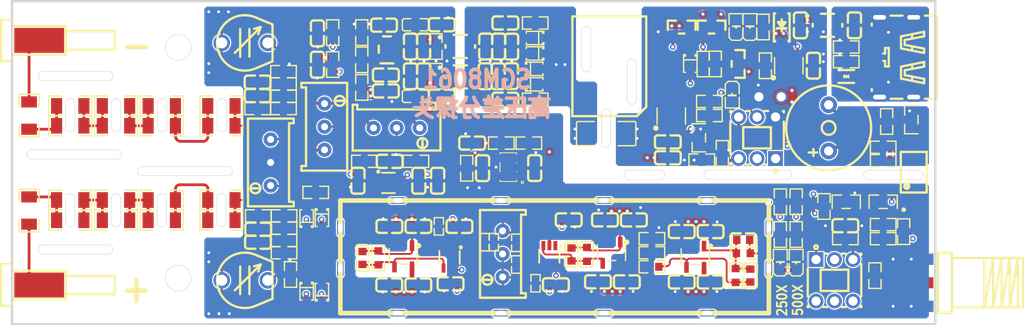
<source format=kicad_pcb>
(kicad_pcb (version 20240108) (generator "pcbnew") (generator_version "8.0")
  (layers (0 "F.Cu" signal) (1 "In1.Cu" signal "Inner1") (2 "In2.Cu" signal "Inner2") (31 "B.Cu" signal) (34 "B.Paste" user) (35 "F.Paste" user) (36 "B.SilkS" user "B.Silkscreen") (37 "F.SilkS" user "F.Silkscreen") (38 "B.Mask" user) (39 "F.Mask" user) (44 "Edge.Cuts" user))
  (net 0 "")
  (net 1 "GND")
  (net 2 "+2.5V")
  (net 3 "-2.5V")
  (net 4 "+4.5V")
  (net 5 "VCC_BIAS")
  (net 6 "VSS_BIAS")
  (net 7 "-4.5V")
  (net 8 "-VCC")
  (net 9 "SGND")
  (net 10 "+VCC")
  (net 11 "PGND")
  (net 12 "VBUS")
  (net 13 "+5V")
  (net 14 "BAT+")
  (net 15 "BAT_CHRG")
  (net 16 "POWER_IN")
  (net 17 "EGND")
  (net 18 "/#61")
  (net 19 "/#60")
  (net 20 "/#18")
  (net 21 "/#19")
  (net 22 "/#20")
  (net 23 "/#21")
  (net 24 "/#22")
  (net 25 "/#24")
  (net 26 "/#28")
  (net 27 "/#30")
  (net 28 "/#31")
  (net 29 "/#29")
  (net 30 "/#32")
  (net 31 "/#33")
  (net 32 "/#34")
  (net 33 "/#35")
  (net 34 "/HV_IN-")
  (net 35 "/HV_IN+")
  (net 36 "/#40")
  (net 37 "/#41")
  (net 38 "/#42")
  (net 39 "/#43")
  (net 40 "/#44")
  (net 41 "/#45")
  (net 42 "/#46")
  (net 43 "/#47")
  (net 44 "/SIGNAL_A")
  (net 45 "/#48")
  (net 46 "/SIGNAL_D")
  (net 47 "/#49")
  (net 48 "/#52")
  (net 49 "/#51")
  (net 50 "/SIGNAL_OUT")
  (net 51 "/#53")
  (net 52 "/#54")
  (net 53 "/#67")
  (net 54 "/#10")
  (net 55 "/#16")
  (net 56 "/#17")
  (net 57 "/#4")
  (net 58 "/#5")
  (net 59 "/#7")
  (net 60 "/#6")
  (net 61 "/#8")
  (net 62 "/#55")
  (net 63 "/#56")
  (net 64 "/#3")
  (net 65 "/#11")
  (net 66 "/#12")
  (net 67 "/#62")
  (net 68 "/#64")
  (net 69 "/#65")
  (net 70 "/#66")
  (net 71 "/#2")
  (net 72 "/#1")
  (net 73 "/#9")
  (net 74 "/#13")
  (net 75 "/#23")
  (net 76 "/#25")
  (net 77 "/#26")
  (net 78 "/#27")
  (net 79 "/#36")
  (net 80 "/#38")
  (net 81 "/#39")
  (net 82 "/#37")
  (net 83 "/BIAS_OUT")
  (net 84 "/500X_BIAS_IN")
  (net 85 "/50X_BIAS_IN")
  (net 86 "/#50")
  (net 87 "/SIGNAL_B")
  (net 88 "/SIGNAL_C")
  (net 89 "/#57")
  (net 90 "/#58")
  (net 91 "/SET_EN")
  (net 92 "/#59")
  (net 93 "/#63")
  (net 96 "/#15")
  (net 97 "/#14")
  (net 101 "#69")
  (footprint "jlc_library:Common_Library:R1206" (layer "F.Cu") (at 111.2585 106.538)
    (property "Reference" "C30" (hide yes))
    (property "Value" "4.7pF/1KV" (hide yes))
  )
  (footprint "jlc_library:Common_Library:C0603" (layer "F.Cu") (at 164.235 108.6915)
    (property "Reference" "C60" (hide yes))
    (property "Value" "100nF" (hide yes))
  )
  (footprint "jlc_library:Common_Library:C0603" (layer "F.Cu") (at 154.0825 93.124 -90)
    (property "Reference" "C9" (hide yes))
    (property "Value" "22uF" (hide yes))
  )
  (footprint "jlc_library:" (layer "F.Cu") (at 180.899 95.362)
    (property "Reference" "")
    (property "Value" "")
  )
  (footprint "jlc_library:Common_Library:R0603" (layer "F.Cu") (at 129.464 110.9195)
    (property "Reference" "R41" (hide yes))
    (property "Value" "10Ω" (hide yes))
  )
  (footprint "jlc_library:Common_Library:C0603" (layer "F.Cu") (at 126.647 111.11)
    (property "Reference" "C38" (hide yes))
    (property "Value" "100pF" (hide yes))
  )
  (footprint "jlc_library:Common_Library:R0603" (layer "F.Cu") (at 134.7345 91.8615 90)
    (property "Reference" "R48" (hide yes))
    (property "Value" "22Ω" (hide yes))
  )
  (footprint "jlc_library:Common_Library:R0603" (layer "F.Cu") (at 169.3085 113.7725 180)
    (property "Reference" "R53" (hide yes))
    (property "Value" "402Ω" (hide yes))
  )
  (footprint "jlc_library:Common_Library:C0603" (layer "F.Cu") (at 167.3465 108.6915 180)
    (property "Reference" "C50" (hide yes))
    (property "Value" "1uF" (hide yes))
  )
  (footprint "jlc_library:Common_Library:R0603" (layer "F.Cu") (at 194.742 98.029 90)
    (property "Reference" "R68" (hide yes))
    (property "Value" "2.2KΩ" (hide yes))
  )
  (footprint "jlc_library:Common_Library:SOT-23-5_L3.0-W1.7-P0.95-LS2.8-BL" (layer "F.Cu") (at 174.007 112.6845 180)
    (property "Reference" "U15" (hide yes))
    (property "Value" "~" (hide yes))
  )
  (footprint "jlc_library:Common_Library:C0603" (layer "F.Cu") (at 153.4285 95.616 180)
    (property "Reference" "C7" (hide yes))
    (property "Value" "1nF" (hide yes))
  )
  (footprint "jlc_library:Common_Library:SOT-23-5_L3.0-W1.7-P0.95-LS2.8-BR" (layer "F.Cu") (at 153.7555 102.9745)
    (property "Reference" "U4" (hide yes))
    (property "Value" "~" (hide yes))
  )
  (footprint "jlc_library:Common_Library:R0603" (layer "F.Cu") (at 175.536 97.3865)
    (property "Reference" "R3" (hide yes))
    (property "Value" "27KΩ" (hide yes))
  )
  (footprint "jlc_library:Common_Library:R0603" (layer "F.Cu") (at 193.472 114.7295 -90)
    (property "Reference" "R74" (hide yes))
    (property "Value" "7.5KΩ" (hide yes))
  )
  (footprint "jlc_library:Common_Library:FILTER-SMD_4P-L3.2-W2.5-TL_PCAQ3225A" (layer "F.Cu") (at 188.3285 87.615)
    (property "Reference" "L1" (hide yes))
    (property "Value" "~" (hide yes))
  )
  (footprint "jlc_library:Common_Library:C0603" (layer "F.Cu") (at 154.1115 89.9165 90)
    (property "Reference" "C10" (hide yes))
    (property "Value" "22uF" (hide yes))
  )
  (footprint "jlc_library:Common_Library:R0603" (layer "F.Cu") (at 194.361 110.729)
    (property "Reference" "R70" (hide yes))
    (property "Value" "1KΩ" (hide yes))
  )
  (footprint "jlc_library:Common_Library:SOD-323_L1.8-W1.3-LS2.5-RD" (layer "F.Cu") (at 133.5625 108.499 -90)
    (property "Reference" "U9" (hide yes))
    (property "Value" "~" (hide yes))
  )
  (footprint "jlc_library:Common_Library:SOD-323_L1.8-W1.3-LS2.5-RD" (layer "F.Cu") (at 131.9115 108.499 90)
    (property "Reference" "U8" (hide yes))
    (property "Value" "~" (hide yes))
  )
  (footprint "jlc_library:" (layer "F.Cu") (at 141.7675 106.5935)
    (property "Reference" "")
    (property "Value" "")
  )
  (footprint "jlc_library:" (layer "F.Cu") (at 175.2955 118.7935)
    (property "Reference" "")
    (property "Value" "")
  )
  (footprint "jlc_library:" (layer "F.Cu") (at 175.2955 106.5935)
    (property "Reference" "")
    (property "Value" "")
  )
  (footprint "jlc_library:Common_Library:C0603" (layer "F.Cu") (at 163.4755 115.404)
    (property "Reference" "C51" (hide yes))
    (property "Value" "1uF" (hide yes))
  )
  (footprint "jlc_library:Common_Library:R0402" (layer "F.Cu") (at 151.1715 111.11 -90)
    (property "Reference" "C67" (hide yes))
    (property "Value" "100pF" (hide yes))
  )
  (footprint "jlc_library:Common_Library:LED0603-R-RD" (layer "F.Cu") (at 178.4225 87.798 90)
    (property "Reference" "LED2" (hide yes))
    (property "Value" "RED" (hide yes))
  )
  (footprint "jlc_library:Common_Library:R0603" (layer "F.Cu") (at 174.8665 91.806 90)
    (property "Reference" "R9" (hide yes))
    (property "Value" "100KΩ" (hide yes))
  )
  (footprint "jlc_library:Common_Library:C0603" (layer "F.Cu") (at 144.0105 109.3955 180)
    (property "Reference" "C48" (hide yes))
    (property "Value" "1uF" (hide yes))
  )
  (footprint "jlc_library:Common_Library:R0603" (layer "F.Cu") (at 183.2195 106.721 -90)
    (property "Reference" "R65" (hide yes))
    (property "Value" "2.2KΩ" (hide yes))
  )
  (footprint "jlc_library:Common_Library:R1206" (layer "F.Cu") (at 106.302 98.494)
    (property "Reference" "C27" (hide yes))
    (property "Value" "4.7pF/1KV" (hide yes))
  )
  (footprint "jlc_library:Common_Library:FILTER-SMD_4P-L3.2-W2.5-TL_PCAQ3225A" (layer "F.Cu") (at 148.5505 93.203)
    (property "Reference" "L2" (hide yes))
    (property "Value" "~" (hide yes))
  )
  (footprint "jlc_library:Common_Library:R0603" (layer "F.Cu") (at 175.536 95.8625)
    (property "Reference" "R5" (hide yes))
    (property "Value" "1KΩ" (hide yes))
  )
  (footprint "jlc_library:Common_Library:2MM香蕉头母座" (layer "F.Cu") (at 104.97 115.75)
    (property "Reference" "U7" (hide yes))
    (property "Value" "" (hide yes))
  )
  (footprint "jlc_library:Common_Library:SOD-323_L1.8-W1.3-LS2.5-RD" (layer "F.Cu") (at 156.6035 94.0075)
    (property "Reference" "D4" (hide yes))
    (property "Value" "~" (hide yes))
  )
  (footprint "jlc_library:Common_Library:C0603" (layer "F.Cu") (at 151.254 93.1395 -90)
    (property "Reference" "C13" (hide yes))
    (property "Value" "100nF" (hide yes))
  )
  (footprint "jlc_library:Common_Library:SOT-23-3_L2.9-W1.3-P1.90-LS2.4-BR" (layer "F.Cu") (at 197.409 97.8385)
    (property "Reference" "Q5" (hide yes))
    (property "Value" "~" (hide yes))
  )
  (footprint "jlc_library:Common_Library:R0402" (layer "F.Cu") (at 154.61 111.1735 -90)
    (property "Reference" "R59" (hide yes))
    (property "Value" "100Ω" (hide yes))
  )
  (footprint "jlc_library:Common_Library:R0603" (layer "F.Cu") (at 129.4005 92.6315)
    (property "Reference" "R42" (hide yes))
    (property "Value" "10Ω" (hide yes))
  )
  (footprint "jlc_library:Common_Library:C0603" (layer "F.Cu") (at 146.101 104.4425 90)
    (property "Reference" "C42" (hide yes))
    (property "Value" "100nF" (hide yes))
  )
  (footprint "jlc_library:Common_Library:BUZ-TH_BD9.0-P5.00-D0.6-FD" (layer "F.Cu") (at 188.4555 98.7275 90)
    (property "Reference" "BUZZER1" (hide yes))
    (property "Value" "3kHz" (hide yes))
  )
  (footprint "jlc_library:Common_Library:CAP-TH_JML06" (layer "F.Cu") (at 125.2095 89.52)
    (property "Reference" "C39" (hide yes))
    (property "Value" "120pF" (hide yes))
  )
  (footprint "jlc_library:Common_Library:SC-70-6_L2.1-W1.3-P0.65-LS2.3-BR" (layer "F.Cu") (at 140.767 104.685 180)
    (property "Reference" "U12" (hide yes))
    (property "Value" "~" (hide yes))
  )
  (footprint "jlc_library:Common_Library:R0603" (layer "F.Cu") (at 138.1635 102.3445 180)
    (property "Reference" "R46" (hide yes))
    (property "Value" "10KΩ" (hide yes))
  )
  (footprint "jlc_library:Common_Library:R0402" (layer "F.Cu") (at 154.6005 113.523 -90)
    (property "Reference" "C68" (hide yes))
    (property "Value" "47pF" (hide yes))
  )
  (footprint "jlc_library:Common_Library:R0603" (layer "F.Cu") (at 137.8815 88.405 90)
    (property "Reference" "R20" (hide yes))
    (property "Value" "110KΩ" (hide yes))
  )
  (footprint "jlc_library:Common_Library:OPTO-SMD-4_L4.4-W2.7-P1.27-LS7.0-BR" (layer "F.Cu") (at 197.7265 103.5265 -90)
    (property "Reference" "U18" (hide yes))
    (property "Value" "~" (hide yes))
  )
  (footprint "jlc_library:Common_Library:C0603" (layer "F.Cu") (at 146.5455 87.5515 180)
    (property "Reference" "C16" (hide yes))
    (property "Value" "22uF" (hide yes))
  )
  (footprint "jlc_library:" (layer "F.Cu") (at 135.56 113.96 90)
    (property "Reference" "")
    (property "Value" "")
  )
  (footprint "jlc_library:Common_Library:C0603" (layer "F.Cu") (at 179.2035 110.856 180)
    (property "Reference" "C66" (hide yes))
    (property "Value" "22pF" (hide yes))
  )
  (footprint "jlc_library:Common_Library:TYPE-C-SMD_TYPE-C-31-M-16" (layer "F.Cu") (at 195.56 91.07 90)
    (property "Reference" "USB1" (hide yes))
    (property "Value" "~" (hide yes))
  )
  (footprint "jlc_library:Common_Library:C0603" (layer "F.Cu") (at 147.5015 115.6185)
    (property "Reference" "C53" (hide yes))
    (property "Value" "100nF" (hide yes))
  )
  (footprint "jlc_library:Common_Library:SOT-23_L2.9-W1.3-P1.90-LS2.4-BR" (layer "F.Cu") (at 178.6475 91.7985 180)
    (property "Reference" "Q4" (hide yes))
    (property "Value" "~" (hide yes))
  )
  (footprint "jlc_library:Common_Library:SOT-23-6_L2.9-W1.6-P0.95-LS2.8-BL" (layer "F.Cu") (at 184.1375 91.9965)
    (property "Reference" "U1" (hide yes))
    (property "Value" "~" (hide yes))
  )
  (footprint "jlc_library:Common_Library:R1206" (layer "F.Cu") (at 116.217 96.3485 180)
    (property "Reference" "R27" (hide yes))
    (property "Value" "1MΩ" (hide yes))
  )
  (footprint "jlc_library:Common_Library:SW-TH_TK-6580-1" (layer "F.Cu") (at 189.0905 115.2375 90)
    (property "Reference" "SW2" (hide yes))
    (property "Value" "~" (hide yes))
  )
  (footprint "jlc_library:Common_Library:C0603" (layer "F.Cu") (at 148.4505 109.3955 180)
    (property "Reference" "C58" (hide yes))
    (property "Value" "100nF" (hide yes))
  )
  (footprint "jlc_library:Common_Library:C0603" (layer "F.Cu") (at 172.5465 115.415)
    (property "Reference" "C49" (hide yes))
    (property "Value" "1uF" (hide yes))
  )
  (footprint "jlc_library:Common_Library:FILTER-SMD_4P-L3.2-W2.5-TL_PCAQ3225A" (layer "F.Cu") (at 148.5505 89.901)
    (property "Reference" "L3" (hide yes))
    (property "Value" "~" (hide yes))
  )
  (footprint "jlc_library:Common_Library:R0603" (layer "F.Cu") (at 156.667 87.3635 180)
    (property "Reference" "R12" (hide yes))
    (property "Value" "22Ω" (hide yes))
  )
  (footprint "jlc_library:Common_Library:C0603" (layer "F.Cu") (at 150.9615 103.0965 -90)
    (property "Reference" "C23" (hide yes))
    (property "Value" "10uF" (hide yes))
  )
  (footprint "jlc_library:" (layer "F.Cu") (at 152.9435 118.7935)
    (property "Reference" "")
    (property "Value" "")
  )
  (footprint "jlc_library:Common_Library:R0603" (layer "F.Cu") (at 130.1625 114.6025 -90)
    (property "Reference" "R37" (hide yes))
    (property "Value" "NC" (hide yes))
  )
  (footprint "jlc_library:Common_Library:SOT-23_L2.9-W1.3-P1.90-LS2.4-BR" (layer "F.Cu") (at 172.533 87.808 -90)
    (property "Reference" "Q2" (hide yes))
    (property "Value" "~" (hide yes))
  )
  (footprint "jlc_library:Common_Library:C0603" (layer "F.Cu") (at 185.4075 87.6075 90)
    (property "Reference" "C2" (hide yes))
    (property "Value" "10uF" (hide yes))
  )
  (footprint "jlc_library:Common_Library:SOD-323_L1.8-W1.3-LS2.5-RD" (layer "F.Cu") (at 133.5625 116.468 90)
    (property "Reference" "U11" (hide yes))
    (property "Value" "~" (hide yes))
  )
  (footprint "jlc_library:Common_Library:C0603" (layer "F.Cu") (at 133.0835 88.476 90)
    (property "Reference" "C46" (hide yes))
    (property "Value" "100nF" (hide yes))
  )
  (footprint "jlc_library:Common_Library:C0603" (layer "F.Cu") (at 143.995 115.7455 180)
    (property "Reference" "C57" (hide yes))
    (property "Value" "100nF" (hide yes))
  )
  (footprint "jlc_library:Common_Library:R0603" (layer "F.Cu") (at 190.3605 91.559 180)
    (property "Reference" "R2" (hide yes))
    (property "Value" "5.1KΩ" (hide yes))
  )
  (footprint "jlc_library:Common_Library:R0603" (layer "F.Cu") (at 194.361 109.205)
    (property "Reference" "R71" (hide yes))
    (property "Value" "18KΩ" (hide yes))
  )
  (footprint "jlc_library:Common_Library:SOT-23-3_L2.9-W1.3-P1.90-LS2.4-BR" (layer "F.Cu") (at 190.3595 106.7285 -90)
    (property "Reference" "Q7" (hide yes))
    (property "Value" "~" (hide yes))
  )
  (footprint "jlc_library:Common_Library:SOT-23-3_L2.9-W1.3-P1.90-LS2.4-BR" (layer "F.Cu") (at 194.36 106.7285 -90)
    (property "Reference" "Q6" (hide yes))
    (property "Value" "~" (hide yes))
  )
  (footprint "jlc_library:Common_Library:SOT-23-6_L2.9-W1.6-P0.95-LS2.8-BL" (layer "F.Cu") (at 171.4085 97.45)
    (property "Reference" "U2" (hide yes))
    (property "Value" "~" (hide yes))
  )
  (footprint "jlc_library:Common_Library:SC-70-6_L2.1-W1.3-P0.65-LS2.3-BR" (layer "F.Cu") (at 158.2005 112.6265 90)
    (property "Reference" "U16" (hide yes))
    (property "Value" "~" (hide yes))
  )
  (footprint "jlc_library:" (layer "F.Cu") (at 164.1195 118.7935)
    (property "Reference" "")
    (property "Value" "")
  )
  (footprint "jlc_library:Common_Library:R0603" (layer "F.Cu") (at 169.3085 110.7245)
    (property "Reference" "R54" (hide yes))
    (property "Value" "402Ω" (hide yes))
  )
  (footprint "jlc_library:Common_Library:C0603" (layer "F.Cu") (at 190.269 109.3245)
    (property "Reference" "C69" (hide yes))
    (property "Value" "2.2pF" (hide yes))
  )
  (footprint "jlc_library:Common_Library:C0603" (layer "F.Cu") (at 126.6065 95.235)
    (property "Reference" "C35" (hide yes))
    (property "Value" "100pF" (hide yes))
  )
  (footprint "jlc_library:" (layer "F.Cu") (at 164.1195 106.5935)
    (property "Reference" "")
    (property "Value" "")
  )
  (footprint "jlc_library:Common_Library:R0603" (layer "F.Cu") (at 176.933 101.488 90)
    (property "Reference" "R10" (hide yes))
    (property "Value" "47KΩ" (hide yes))
  )
  (footprint "jlc_library:Common_Library:SOD-323_L1.8-W1.3-LS2.5-RD" (layer "F.Cu") (at 131.9115 116.468 -90)
    (property "Reference" "U10" (hide yes))
    (property "Value" "~" (hide yes))
  )
  (footprint "jlc_library:Common_Library:R1206" (layer "F.Cu") (at 116.218 106.538)
    (property "Reference" "C32" (hide yes))
    (property "Value" "4.7pF/1KV" (hide yes))
  )
  (footprint "jlc_library:Common_Library:R0603" (layer "F.Cu") (at 132.893 105.7125 180)
    (property "Reference" "R36" (hide yes))
    (property "Value" "330KΩ" (hide yes))
  )
  (footprint "jlc_library:Common_Library:R0603" (layer "F.Cu") (at 139.6745 112.809 -90)
    (property "Reference" "R50" (hide yes))
    (property "Value" "402Ω" (hide yes))
  )
  (footprint "jlc_library:Common_Library:C0603" (layer "F.Cu") (at 153.4285 87.361 180)
    (property "Reference" "C8" (hide yes))
    (property "Value" "1nF" (hide yes))
  )
  (footprint "jlc_library:Common_Library:XFMR-SMD_8P-L10.8-W7.9-P2.00_EPC10" (layer "F.Cu") (at 164.693 92.0525)
    (property "Reference" "U3" (hide yes))
    (property "Value" "EPC10" (hide yes))
  )
  (footprint "jlc_library:Common_Library:C0603" (layer "F.Cu") (at 172.5465 109.954)
    (property "Reference" "C56" (hide yes))
    (property "Value" "100nF" (hide yes))
  )
  (footprint "jlc_library:Common_Library:RES-ADJ-TH_3P-L10.0-W10.0-P2.50-L" (layer "F.Cu") (at 141.656 98.7275 180)
    (property "Reference" "R45" (hide yes))
    (property "Value" "10kΩ" (hide yes))
  )
  (footprint "jlc_library:Common_Library:LED0603-R-RD" (layer "F.Cu") (at 184.934 113.325 90)
    (property "Reference" "LED5" (hide yes))
    (property "Value" "BLUE" (hide yes))
  )
  (footprint "jlc_library:Common_Library:R0603" (layer "F.Cu") (at 126.67 108.2525)
    (property "Reference" "R35" (hide yes))
    (property "Value" "7.5KΩ" (hide yes))
  )
  (footprint "jlc_library:Common_Library:C0603" (layer "F.Cu") (at 144.069 104.4425 90)
    (property "Reference" "C43" (hide yes))
    (property "Value" "100nF" (hide yes))
  )
  (footprint "jlc_library:Common_Library:R0603" (layer "F.Cu") (at 174.7105 102.2125 180)
    (property "Reference" "R4" (hide yes))
    (property "Value" "4.7KΩ" (hide yes))
  )
  (footprint "jlc_library:Common_Library:C0603" (layer "F.Cu") (at 171.0275 101.9585 180)
    (property "Reference" "C4" (hide yes))
    (property "Value" "10uF" (hide yes))
  )
  (footprint "jlc_library:Common_Library:SOD-323_L1.8-W1.3-LS2.5-RD" (layer "F.Cu") (at 173.4695 91.806 -90)
    (property "Reference" "D3" (hide yes))
    (property "Value" "~" (hide yes))
  )
  (footprint "jlc_library:Common_Library:C0603" (layer "F.Cu") (at 140.894 102.347 180)
    (property "Reference" "C41" (hide yes))
    (property "Value" "100nF" (hide yes))
  )
  (footprint "jlc_library:Common_Library:R0603" (layer "F.Cu") (at 194.361 102.2835 180)
    (property "Reference" "R67" (hide yes))
    (property "Value" "200Ω" (hide yes))
  )
  (footprint "jlc_library:Common_Library:R0603" (layer "F.Cu") (at 129.4005 95.2985)
    (property "Reference" "R38" (hide yes))
    (property "Value" "10Ω" (hide yes))
  )
  (footprint "jlc_library:Common_Library:SOD-323_L1.8-W1.3-LS2.5-RD" (layer "F.Cu") (at 156.6035 92.3355)
    (property "Reference" "D6" (hide yes))
    (property "Value" "~" (hide yes))
  )
  (footprint "jlc_library:Common_Library:C0603" (layer "F.Cu") (at 143.1535 93.1395 -90)
    (property "Reference" "C19" (hide yes))
    (property "Value" "22uF" (hide yes))
  )
  (footprint "jlc_library:Common_Library:C0603" (layer "F.Cu") (at 144.585 93.1395 -90)
    (property "Reference" "C17" (hide yes))
    (property "Value" "22uF" (hide yes))
  )
  (footprint "jlc_library:Common_Library:2MM香蕉头母座" (layer "F.Cu") (at 104.97 89.25)
    (property "Reference" "U6" (hide yes))
    (property "Value" "" (hide yes))
  )
  (footprint "jlc_library:Common_Library:R1206" (layer "F.Cu") (at 122.6745 98.494)
    (property "Reference" "C33" (hide yes))
    (property "Value" "2.2pF/1KV" (hide yes))
  )
  (footprint "jlc_library:Common_Library:C0603" (layer "F.Cu") (at 171.0275 100.244 180)
    (property "Reference" "C5" (hide yes))
    (property "Value" "10uF" (hide yes))
  )
  (footprint "jlc_library:Common_Library:R0603" (layer "F.Cu") (at 149.248 103.1015 90)
    (property "Reference" "R15" (hide yes))
    (property "Value" "0Ω" (hide yes))
  )
  (footprint "jlc_library:Common_Library:R0603" (layer "F.Cu") (at 181.5975 91.9965 -90)
    (property "Reference" "R7" (hide yes))
    (property "Value" "4.7KΩ" (hide yes))
  )
  (footprint "jlc_library:Common_Library:R0603" (layer "F.Cu") (at 129.4005 93.965)
    (property "Reference" "R40" (hide yes))
    (property "Value" "10Ω" (hide yes))
  )
  (footprint "jlc_library:" (layer "F.Cu") (at 181.9785 113.96 90)
    (property "Reference" "")
    (property "Value" "")
  )
  (footprint "jlc_library:Common_Library:R0603" (layer "F.Cu") (at 156.667 95.6185 180)
    (property "Reference" "R11" (hide yes))
    (property "Value" "22Ω" (hide yes))
  )
  (footprint "jlc_library:Common_Library:R0603" (layer "F.Cu") (at 184.934 110.277 90)
    (property "Reference" "R63" (hide yes))
    (property "Value" "2.2KΩ" (hide yes))
  )
  (footprint "jlc_library:Common_Library:R1206" (layer "F.Cu") (at 106.302 96.3485 180)
    (property "Reference" "R23" (hide yes))
    (property "Value" "1MΩ" (hide yes))
  )
  (footprint "jlc_library:Common_Library:C0603" (layer "F.Cu") (at 152.7145 89.901 90)
    (property "Reference" "C12" (hide yes))
    (property "Value" "22uF" (hide yes))
  )
  (footprint "jlc_library:Common_Library:R0402" (layer "F.Cu") (at 156.7055 115.555 90)
    (property "Reference" "R61" (hide yes))
    (property "Value" "10Ω" (hide yes))
  )
  (footprint "jlc_library:Common_Library:R0402" (layer "F.Cu") (at 152.1875 111.11 -90)
    (property "Reference" "R58" (hide yes))
    (property "Value" "3.3kΩ" (hide yes))
  )
  (footprint "jlc_library:Common_Library:R1206" (layer "F.Cu") (at 122.6745 106.538)
    (property "Reference" "C34" (hide yes))
    (property "Value" "2.2pF/1KV" (hide yes))
  )
  (footprint "jlc_library:Common_Library:R1206" (layer "F.Cu") (at 111.2585 98.494)
    (property "Reference" "C29" (hide yes))
    (property "Value" "4.7pF/1KV" (hide yes))
  )
  (footprint "jlc_library:Common_Library:L0603" (layer "F.Cu") (at 143.688 95.2985 180)
    (property "Reference" "L4" (hide yes))
    (property "Value" "2kΩ@100MHz" (hide yes))
  )
  (footprint "jlc_library:Common_Library:R0603" (layer "F.Cu") (at 176.171 91.7985 -90)
    (property "Reference" "R8" (hide yes))
    (property "Value" "100KΩ" (hide yes))
  )
  (footprint "jlc_library:Common_Library:C0603" (layer "F.Cu") (at 126.6015 93.7745)
    (property "Reference" "C37" (hide yes))
    (property "Value" "100pF" (hide yes))
  )
  (footprint "jlc_library:Common_Library:SOT-23-5_L2.9-W1.6-P0.95-LS2.8-BL" (layer "F.Cu") (at 140.611 90.211 90)
    (property "Reference" "U5" (hide yes))
    (property "Value" "~" (hide yes))
  )
  (footprint "jlc_library:Common_Library:R0603" (layer "F.Cu") (at 155.979 100.371)
    (property "Reference" "R18" (hide yes))
    (property "Value" "110KΩ" (hide yes))
  )
  (footprint "jlc_library:Common_Library:LED0603-R-RD" (layer "F.Cu") (at 179.9195 87.798 90)
    (property "Reference" "LED3" (hide yes))
    (property "Value" "GREEN" (hide yes))
  )
  (footprint "jlc_library:Common_Library:R0603" (layer "F.Cu") (at 162.277 112.428 -90)
    (property "Reference" "R51" (hide yes))
    (property "Value" "402Ω" (hide yes))
  )
  (footprint "jlc_library:Common_Library:R1206" (layer "F.Cu") (at 111.2595 108.7345 180)
    (property "Reference" "R26" (hide yes))
    (property "Value" "1MΩ" (hide yes))
  )
  (footprint "jlc_library:Common_Library:SOD-323_L1.8-W1.3-LS2.5-RD" (layer "F.Cu") (at 156.6035 90.663 180)
    (property "Reference" "D5" (hide yes))
    (property "Value" "~" (hide yes))
  )
  (footprint "jlc_library:" (layer "F.Cu") (at 135.56 109.515 90)
    (property "Reference" "")
    (property "Value" "")
  )
  (footprint "jlc_library:Common_Library:R0603" (layer "F.Cu") (at 194.361 100.823 180)
    (property "Reference" "R66" (hide yes))
    (property "Value" "200Ω" (hide yes))
  )
  (footprint "jlc_library:Common_Library:LED0603-R-RD" (layer "F.Cu") (at 183.2195 113.325 90)
    (property "Reference" "LED4" (hide yes))
    (property "Value" "GREEN" (hide yes))
  )
  (footprint "jlc_library:Common_Library:R0603" (layer "F.Cu") (at 137.8805 91.354 90)
    (property "Reference" "R19" (hide yes))
    (property "Value" "120KΩ" (hide yes))
  )
  (footprint "jlc_library:Common_Library:C0603" (layer "F.Cu") (at 133.0835 91.8695 90)
    (property "Reference" "C44" (hide yes))
    (property "Value" "100nF" (hide yes))
  )
  (footprint "jlc_library:" (layer "F.Cu") (at 183.312 95.362)
    (property "Reference" "")
    (property "Value" "")
  )
  (footprint "jlc_library:Common_Library:R1206" (layer "F.Cu") (at 116.2175 108.7345 180)
    (property "Reference" "R28" (hide yes))
    (property "Value" "1MΩ" (hide yes))
  )
  (footprint "jlc_library:Common_Library:C0603" (layer "F.Cu") (at 156.613 103.0885 -90)
    (property "Reference" "C21" (hide yes))
    (property "Value" "10uF" (hide yes))
  )
  (footprint "jlc_library:Common_Library:SOT-23_L2.9-W1.3-P1.90-LS2.4-BR" (layer "F.Cu") (at 175.7715 87.808 -90)
    (property "Reference" "Q3" (hide yes))
    (property "Value" "~" (hide yes))
  )
  (footprint "jlc_library:Common_Library:R1206" (layer "F.Cu") (at 122.675 108.7345 180)
    (property "Reference" "R30" (hide yes))
    (property "Value" "1MΩ" (hide yes))
  )
  (footprint "jlc_library:Common_Library:SW-TH_TK-6580-1" (layer "F.Cu") (at 180.7005 99.7975 -90)
    (property "Reference" "SW1" (hide yes))
    (property "Value" "~" (hide yes))
  )
  (footprint "jlc_library:Common_Library:RES-ADJ-TH_3P-L10.0-W10.0-P2.50-L" (layer "F.Cu") (at 133.8455 98.6005 -90)
    (property "Reference" "R44" (hide yes))
    (property "Value" "10kΩ" (hide yes))
  )
  (footprint "jlc_library:Common_Library:R0603" (layer "F.Cu") (at 129.4005 96.632)
    (property "Reference" "R32" (hide yes))
    (property "Value" "402Ω" (hide yes))
  )
  (footprint "jlc_library:" (layer "F.Cu") (at 181.9785 109.515 90)
    (property "Reference" "")
    (property "Value" "")
  )
  (footprint "jlc_library:Common_Library:R0603" (layer "F.Cu") (at 184.934 106.721 90)
    (property "Reference" "R64" (hide yes))
    (property "Value" "2.2KΩ" (hide yes))
  )
  (footprint "jlc_library:Common_Library:R0603" (layer "F.Cu") (at 178.3765 114.7145 -90)
    (property "Reference" "R55" (hide yes))
    (property "Value" "402Ω" (hide yes))
  )
  (footprint "jlc_library:" (layer "F.Cu") (at 152.9435 106.5935)
    (property "Reference" "")
    (property "Value" "")
  )
  (footprint "jlc_library:Common_Library:R0603" (layer "F.Cu") (at 145.9185 89.9085 -90)
    (property "Reference" "R14" (hide yes))
    (property "Value" "330Ω" (hide yes))
  )
  (footprint "jlc_library:Common_Library:SOD-323_L1.8-W1.3-LS2.5-RD" (layer "F.Cu") (at 156.6035 88.991 180)
    (property "Reference" "D7" (hide yes))
    (property "Value" "~" (hide yes))
  )
  (footprint "jlc_library:Common_Library:R1206" (layer "F.Cu") (at 122.675 96.3485 180)
    (property "Reference" "R29" (hide yes))
    (property "Value" "1MΩ" (hide yes))
  )
  (footprint "jlc_library:Common_Library:R0603" (layer "F.Cu") (at 169.3085 112.2485)
    (property "Reference" "R52" (hide yes))
    (property "Value" "402Ω" (hide yes))
  )
  (footprint "jlc_library:Common_Library:C0603" (layer "F.Cu") (at 191.2495 87.6075 90)
    (property "Reference" "C1" (hide yes))
    (property "Value" "10uF" (hide yes))
  )
  (footprint "jlc_library:Common_Library:R0402" (layer "F.Cu") (at 146.228 109.393 90)
    (property "Reference" "R57" (hide yes))
    (property "Value" "10Ω" (hide yes))
  )
  (footprint "jlc_library:Common_Library:C0603" (layer "F.Cu") (at 175.658 115.415 180)
    (property "Reference" "C61" (hide yes))
    (property "Value" "100nF" (hide yes))
  )
  (footprint "jlc_library:Common_Library:RES-ADJ-TH_3P-L10.0-W10.0-P2.50-L" (layer "F.Cu") (at 128.0045 102.474 90)
    (property "Reference" "R33" (hide yes))
    (property "Value" "10kΩ" (hide yes))
  )
  (footprint "jlc_library:Common_Library:SOT-23-5_L3.0-W1.7-P0.95-LS2.8-BL" (layer "F.Cu") (at 164.9275 112.2455 180)
    (property "Reference" "U14" (hide yes))
    (property "Value" "~" (hide yes))
  )
  (footprint "jlc_library:Common_Library:R1206" (layer "F.Cu") (at 111.2595 96.3485 180)
    (property "Reference" "R25" (hide yes))
    (property "Value" "1MΩ" (hide yes))
  )
  (footprint "jlc_library:Common_Library:C0603" (layer "F.Cu") (at 140.484 93.005 180)
    (property "Reference" "C24" (hide yes))
    (property "Value" "10uF" (hide yes))
  )
  (footprint "jlc_library:Common_Library:R0603" (layer "F.Cu") (at 152.9945 100.371)
    (property "Reference" "R17" (hide yes))
    (property "Value" "120KΩ" (hide yes))
  )
  (footprint "jlc_library:Common_Library:R1206" (layer "F.Cu") (at 106.302 108.7345 180)
    (property "Reference" "R24" (hide yes))
    (property "Value" "1MΩ" (hide yes))
  )
  (footprint "jlc_library:Common_Library:R0603" (layer "F.Cu") (at 143.7515 102.3445 180)
    (property "Reference" "R47" (hide yes))
    (property "Value" "10KΩ" (hide yes))
  )
  (footprint "jlc_library:Common_Library:R0603" (layer "F.Cu") (at 137.8815 94.3385 -90)
    (property "Reference" "R16" (hide yes))
    (property "Value" "0Ω" (hide yes))
  )
  (footprint "jlc_library:Common_Library:LED0603-R-RD" (layer "F.Cu") (at 178.0125 95.1325 -90)
    (property "Reference" "LED1" (hide yes))
    (property "Value" "BLUE" (hide yes))
  )
  (footprint "jlc_library:Common_Library:C0603" (layer "F.Cu") (at 151.3175 89.901 90)
    (property "Reference" "C14" (hide yes))
    (property "Value" "100nF" (hide yes))
  )
  (footprint "jlc_library:Common_Library:R0603" (layer "F.Cu") (at 190.2615 110.7215 180)
    (property "Reference" "R73" (hide yes))
    (property "Value" "10KΩ" (hide yes))
  )
  (footprint "jlc_library:Common_Library:C0603" (layer "F.Cu") (at 186.8045 91.9965 -90)
    (property "Reference" "C3" (hide yes))
    (property "Value" "100nF" (hide yes))
  )
  (footprint "jlc_library:Common_Library:C0603" (layer "F.Cu") (at 140.8665 115.7455)
    (property "Reference" "C47" (hide yes))
    (property "Value" "1uF" (hide yes))
  )
  (footprint "jlc_library:Common_Library:C0603" (layer "F.Cu") (at 179.974 114.722 -90)
    (property "Reference" "C65" (hide yes))
    (property "Value" "NC" (hide yes))
  )
  (footprint "jlc_library:Common_Library:R0603" (layer "F.Cu") (at 129.464 109.586)
    (property "Reference" "R39" (hide yes))
    (property "Value" "10Ω" (hide yes))
  )
  (footprint "jlc_library:Common_Library:CAP-TH_JML06" (layer "F.Cu") (at 125.2095 115.2375)
    (property "Reference" "C40" (hide yes))
    (property "Value" "120pF" (hide yes))
  )
  (footprint "jlc_library:Common_Library:C0603" (layer "F.Cu") (at 149.8475 100.3735)
    (property "Reference" "C25" (hide yes))
    (property "Value" "10uF" (hide yes))
  )
  (footprint "jlc_library:Common_Library:C0603" (layer "F.Cu") (at 160.599 112.436 -90)
    (property "Reference" "C64" (hide yes))
    (property "Value" "220pF" (hide yes))
  )
  (footprint "jlc_library:Common_Library:R1206" (layer "F.Cu") (at 106.302 106.538)
    (property "Reference" "C28" (hide yes))
    (property "Value" "4.7pF/1KV" (hide yes))
  )
  (footprint "jlc_library:Common_Library:L0603" (layer "F.Cu") (at 143.688 87.545 180)
    (property "Reference" "L5" (hide yes))
    (property "Value" "2kΩ@100MHz" (hide yes))
  )
  (footprint "jlc_library:" (layer "F.Cu") (at 141.7675 118.7935)
    (property "Reference" "")
    (property "Value" "")
  )
  (footprint "jlc_library:Common_Library:R0603" (layer "F.Cu") (at 181.3435 87.7935 -90)
    (property "Reference" "R6" (hide yes))
    (property "Value" "1KΩ" (hide yes))
  )
  (footprint "jlc_library:Common_Library:R0603" (layer "F.Cu") (at 129.464 112.253)
    (property "Reference" "R43" (hide yes))
    (property "Value" "10Ω" (hide yes))
  )
  (footprint "jlc_library:Common_Library:R0603" (layer "F.Cu") (at 190.3605 89.9645 180)
    (property "Reference" "R1" (hide yes))
    (property "Value" "5.1KΩ" (hide yes))
  )
  (footprint "jlc_library:Common_Library:SC-70-6_L2.1-W1.3-P0.65-LS2.3-BR" (layer "F.Cu") (at 147.387 112.761 90)
    (property "Reference" "U17" (hide yes))
    (property "Value" "~" (hide yes))
  )
  (footprint "jlc_library:Common_Library:R1206" (layer "F.Cu") (at 116.218 98.494)
    (property "Reference" "C31" (hide yes))
    (property "Value" "4.7pF/1KV" (hide yes))
  )
  (footprint "jlc_library:Common_Library:SOD-123_L2.7-W1.6-LS3.7-RD-1" (layer "F.Cu") (at 183.3755 87.6785 90)
    (property "Reference" "D2" (hide yes))
    (property "Value" "~" (hide yes))
  )
  (footprint "jlc_library:Common_Library:C0603" (layer "F.Cu") (at 175.658 109.954 180)
    (property "Reference" "C52" (hide yes))
    (property "Value" "1uF" (hide yes))
  )
  (footprint "jlc_library:Common_Library:R0603" (layer "F.Cu") (at 126.6065 96.632)
    (property "Reference" "R31" (hide yes))
    (property "Value" "7.5KΩ" (hide yes))
  )
  (footprint "jlc_library:Common_Library:R0603" (layer "F.Cu") (at 134.7345 88.405 90)
    (property "Reference" "R49" (hide yes))
    (property "Value" "22Ω" (hide yes))
  )
  (footprint "jlc_library:Common_Library:R1206" (layer "F.Cu") (at 101.8415 107.681 90)
    (property "Reference" "R22" (hide yes))
    (property "Value" "1kΩ" (hide yes))
  )
  (footprint "jlc_library:Common_Library:C0603" (layer "F.Cu") (at 144.585 89.901 90)
    (property "Reference" "C18" (hide yes))
    (property "Value" "22uF" (hide yes))
  )
  (footprint "jlc_library:Common_Library:C0603" (layer "F.Cu") (at 152.651 93.1395 -90)
    (property "Reference" "C11" (hide yes))
    (property "Value" "22uF" (hide yes))
  )
  (footprint "jlc_library:Common_Library:SOT-23-3_L2.9-W1.3-P1.90-LS2.4-BR" (layer "F.Cu") (at 174.393 99.7995)
    (property "Reference" "Q1" (hide yes))
    (property "Value" "~" (hide yes))
  )
  (footprint "jlc_library:Common_Library:R0603" (layer "F.Cu") (at 129.464 108.2525)
    (property "Reference" "R34" (hide yes))
    (property "Value" "402Ω" (hide yes))
  )
  (footprint "jlc_library:Common_Library:C0603" (layer "F.Cu") (at 140.2935 87.5985)
    (property "Reference" "C22" (hide yes))
    (property "Value" "10uF" (hide yes))
  )
  (footprint "jlc_library:Common_Library:C0603" (layer "F.Cu") (at 146.5455 95.2865 180)
    (property "Reference" "C15" (hide yes))
    (property "Value" "22uF" (hide yes))
  )
  (footprint "jlc_library:Common_Library:SOD-323_L1.7-W1.3-LS2.5-BI" (layer "F.Cu") (at 190.3605 93.1395 180)
    (property "Reference" "D1" (hide yes))
    (property "Value" "~" (hide yes))
  )
  (footprint "jlc_library:Common_Library:R1206" (layer "F.Cu") (at 101.8415 97.394 -90)
    (property "Reference" "R21" (hide yes))
    (property "Value" "1kΩ" (hide yes))
  )
  (footprint "jlc_library:Common_Library:RES-ADJ-TH_3P-L10.0-W10.0-P2.50-L" (layer "F.Cu") (at 153.14 112.38 90)
    (property "Reference" "R60" (hide yes))
    (property "Value" "10kΩ" (hide yes))
  )
  (footprint "jlc_library:Common_Library:R0603" (layer "F.Cu") (at 145.9185 93.132 90)
    (property "Reference" "R13" (hide yes))
    (property "Value" "330Ω" (hide yes))
  )
  (footprint "jlc_library:Common_Library:C0603" (layer "F.Cu") (at 140.882 109.3955)
    (property "Reference" "C62" (hide yes))
    (property "Value" "100nF" (hide yes))
  )
  (footprint "jlc_library:Common_Library:C0603" (layer "F.Cu") (at 160.288 108.6915 180)
    (property "Reference" "C54" (hide yes))
    (property "Value" "100nF" (hide yes))
  )
  (footprint "jlc_library:Common_Library:C0603" (layer "F.Cu") (at 137.465 104.4425 90)
    (property "Reference" "C45" (hide yes))
    (property "Value" "100nF" (hide yes))
  )
  (footprint "jlc_library:Common_Library:R0603" (layer "F.Cu") (at 196.5835 109.967 90)
    (property "Reference" "R69" (hide yes))
    (property "Value" "2.2KΩ" (hide yes))
  )
  (footprint "jlc_library:Common_Library:SMA-SMD_BWSMA-KE-P001" (layer "F.Cu") (at 197.4 115.499)
    (property "Reference" "RF1" (hide yes))
    (property "Value" "~" (hide yes))
  )
  (footprint "jlc_library:Common_Library:R0603" (layer "F.Cu") (at 179.211 112.309 180)
    (property "Reference" "R56" (hide yes))
    (property "Value" "50Ω" (hide yes))
  )
  (footprint "jlc_library:Common_Library:SOT-23-5_L3.0-W1.7-P0.95-LS2.8-BL" (layer "F.Cu") (at 142.375 112.634 180)
    (property "Reference" "U13" (hide yes))
    (property "Value" "~" (hide yes))
  )
  (footprint "jlc_library:Common_Library:C0603" (layer "F.Cu") (at 140.484 94.7195 180)
    (property "Reference" "C26" (hide yes))
    (property "Value" "10uF" (hide yes))
  )
  (footprint "jlc_library:Common_Library:C1808" (layer "F.Cu") (at 164.359 99.347)
    (property "Reference" "C6" (hide yes))
    (property "Value" "1nF" (hide yes))
  )
  (footprint "jlc_library:Common_Library:R0603" (layer "F.Cu") (at 187.9475 107.2365 90)
    (property "Reference" "R72" (hide yes))
    (property "Value" "1KΩ" (hide yes))
  )
  (footprint "jlc_library:Common_Library:C0603" (layer "F.Cu") (at 158.899 115.7215 180)
    (property "Reference" "C59" (hide yes))
    (property "Value" "100nF" (hide yes))
  )
  (footprint "jlc_library:Common_Library:C0603" (layer "F.Cu") (at 137.96 112.817 -90)
    (property "Reference" "C63" (hide yes))
    (property "Value" "820pF" (hide yes))
  )
  (footprint "jlc_library:Common_Library:C0603" (layer "F.Cu") (at 166.587 115.404 180)
    (property "Reference" "C55" (hide yes))
    (property "Value" "100nF" (hide yes))
  )
  (footprint "jlc_library:Common_Library:R0603" (layer "F.Cu") (at 183.2195 110.277 90)
    (property "Reference" "R62" (hide yes))
    (property "Value" "2.2KΩ" (hide yes))
  )
  (footprint "jlc_library:Common_Library:C0603" (layer "F.Cu") (at 126.67 109.713)
    (property "Reference" "C36" (hide yes))
    (property "Value" "100pF" (hide yes))
  )
  (footprint "jlc_library:Common_Library:C0603" (layer "F.Cu") (at 143.159 89.901 90)
    (property "Reference" "C20" (hide yes))
    (property "Value" "22uF" (hide yes))
  )
  (gr_line (start 181.9785 118.7935) (end 181.9785 106.5935) (stroke (width 0.5)) (layer "F.SilkS"))
  (gr_line (start 135.56 118.7935) (end 135.56 106.5935) (stroke (width 0.5)) (layer "F.SilkS"))
  (gr_line (start 181.9785 118.7935) (end 135.56 118.7935) (stroke (width 0.5)) (layer "F.SilkS"))
  (gr_line (start 135.56 106.5935) (end 181.9785 106.5935) (stroke (width 0.5)) (layer "F.SilkS"))
  (gr_arc (start 164.86 100.399843) (mid 164.726089 100.723132) (end 164.4028 100.857043) (stroke (width 0.05)) (layer "Edge.Cuts"))
  (gr_line (start 110.922766 111.8607) (end 110.922766 111.9483) (stroke (width 0.05)) (layer "Edge.Cuts"))
  (gr_arc (start 102.839308 93.0552) (mid 102.973219 92.731914) (end 103.296508 92.598) (stroke (width 0.05)) (layer "Edge.Cuts"))
  (gr_line (start 103.296434 111.4035) (end 110.465566 111.4035) (stroke (width 0.05)) (layer "Edge.Cuts"))
  (gr_arc (start 162.2248 87.763957) (mid 162.548089 87.897868) (end 162.682 88.221157) (stroke (width 0.05)) (layer "Edge.Cuts"))
  (gr_arc (start 114.068158 103.905) (mid 113.744896 103.771074) (end 113.610958 103.4478) (stroke (width 0.05)) (layer "Edge.Cuts"))
  (gr_line (start 103.296508 92.598) (end 110.465566 92.598) (stroke (width 0.05)) (layer "Edge.Cuts"))
  (gr_line (start 105.802 108.988343) (end 105.802 106.319657) (stroke (width 0.05)) (layer "Edge.Cuts"))
  (gr_arc (start 105.802 106.319657) (mid 105.935926 105.996396) (end 106.2592 105.862457) (stroke (width 0.05)) (layer "Edge.Cuts"))
  (gr_arc (start 111.758 108.988343) (mid 111.624089 109.311632) (end 111.3008 109.445543) (stroke (width 0.05)) (layer "Edge.Cuts"))
  (gr_arc (start 164.4028 96.709877) (mid 164.726097 96.843786) (end 164.86 97.167077) (stroke (width 0.05)) (layer "Edge.Cuts"))
  (gr_arc (start 106.802 98.684343) (mid 106.668089 99.007632) (end 106.3448 99.141543) (stroke (width 0.05)) (layer "Edge.Cuts"))
  (gr_arc (start 123.396842 102.905) (mid 123.720104 103.038926) (end 123.854042 103.3622) (stroke (width 0.05)) (layer "Edge.Cuts"))
  (gr_line (start 116.2988 99.141543) (end 116.2132 99.141543) (stroke (width 0.05)) (layer "Edge.Cuts"))
  (gr_arc (start 183.975842 103.3075) (mid 184.299104 103.441426) (end 184.433042 103.7647) (stroke (width 0.05)) (layer "Edge.Cuts"))
  (gr_arc (start 162.1392 92.673043) (mid 161.815911 92.539132) (end 161.682 92.215843) (stroke (width 0.05)) (layer "Edge.Cuts"))
  (gr_line (start 111.3008 109.445543) (end 111.2152 109.445543) (stroke (width 0.05)) (layer "Edge.Cuts"))
  (gr_arc (start 175.409158 104.3075) (mid 175.085869 104.173589) (end 174.951958 103.8503) (stroke (width 0.05)) (layer "Edge.Cuts"))
  (gr_line (start 106.2592 105.862457) (end 106.3448 105.862457) (stroke (width 0.05)) (layer "Edge.Cuts"))
  (gr_line (start 111.758 106.319657) (end 111.758 108.988343) (stroke (width 0.05)) (layer "Edge.Cuts"))
  (gr_line (start 111.2362 95.558457) (end 111.3218 95.558457) (stroke (width 0.05)) (layer "Edge.Cuts"))
  (gr_arc (start 106.2592 99.141543) (mid 105.935911 99.007632) (end 105.802 98.684343) (stroke (width 0.05)) (layer "Edge.Cuts"))
  (gr_line (start 166.299377 103.8583) (end 166.299377 103.7727) (stroke (width 0.05)) (layer "Edge.Cuts"))
  (gr_line (start 116.2563 109.445543) (end 116.1707 109.445543) (stroke (width 0.05)) (layer "Edge.Cuts"))
  (gr_arc (start 111.2152 109.445543) (mid 110.891896 109.311635) (end 110.758 108.988343) (stroke (width 0.05)) (layer "Edge.Cuts"))
  (gr_line (start 102.839308 93.1428) (end 102.839308 93.0552) (stroke (width 0.05)) (layer "Edge.Cuts"))
  (gr_line (start 167.635 91.721157) (end 167.635 95.715843) (stroke (width 0.05)) (layer "Edge.Cuts"))
  (gr_arc (start 102.066658 102.1) (mid 101.743369 101.966089) (end 101.609458 101.6428) (stroke (width 0.05)) (layer "Edge.Cuts"))
  (gr_arc (start 103.296508 93.6) (mid 102.973214 93.466092) (end 102.839308 93.1428) (stroke (width 0.05)) (layer "Edge.Cuts"))
  (gr_line (start 111.2152 105.862457) (end 111.3008 105.862457) (stroke (width 0.05)) (layer "Edge.Cuts"))
  (gr_arc (start 122.6902 99.141543) (mid 122.366896 99.007635) (end 122.233 98.684343) (stroke (width 0.05)) (layer "Edge.Cuts"))
  (gr_arc (start 123.854042 103.4478) (mid 123.720131 103.771089) (end 123.396842 103.905) (stroke (width 0.05)) (layer "Edge.Cuts"))
  (gr_line (start 116.7135 106.319657) (end 116.7135 108.988343) (stroke (width 0.05)) (layer "Edge.Cuts"))
  (gr_arc (start 111.3218 95.558457) (mid 111.645104 95.692365) (end 111.779 96.015657) (stroke (width 0.05)) (layer "Edge.Cuts"))
  (gr_line (start 170.206842 104.3155) (end 166.756577 104.3155) (stroke (width 0.05)) (layer "Edge.Cuts"))
  (gr_line (start 122.7123 109.445543) (end 122.6267 109.445543) (stroke (width 0.05)) (layer "Edge.Cuts"))
  (gr_arc (start 115.7135 106.319657) (mid 115.847426 105.996396) (end 116.1707 105.862457) (stroke (width 0.05)) (layer "Edge.Cuts"))
  (gr_arc (start 106.802 108.988343) (mid 106.668089 109.311632) (end 106.3448 109.445543) (stroke (width 0.05)) (layer "Edge.Cuts"))
  (gr_line (start 100 85) (end 200 85) (stroke (width 0.254)) (layer "Edge.Cuts"))
  (gr_line (start 116.756 96.015657) (end 116.756 98.684343) (stroke (width 0.05)) (layer "Edge.Cuts"))
  (gr_arc (start 103.296434 112.4055) (mid 102.973145 112.271589) (end 102.839234 111.9483) (stroke (width 0.05)) (layer "Edge.Cuts"))
  (gr_arc (start 122.7758 95.558457) (mid 123.099089 95.692368) (end 123.233 96.015657) (stroke (width 0.05)) (layer "Edge.Cuts"))
  (gr_line (start 183.975842 104.3075) (end 175.409158 104.3075) (stroke (width 0.05)) (layer "Edge.Cuts"))
  (gr_arc (start 110.465566 111.4035) (mid 110.788855 111.537411) (end 110.922766 111.8607) (stroke (width 0.05)) (layer "Edge.Cuts"))
  (gr_line (start 111.779 96.015657) (end 111.779 98.684343) (stroke (width 0.05)) (layer "Edge.Cuts"))
  (gr_line (start 122.6267 105.862457) (end 122.7123 105.862457) (stroke (width 0.05)) (layer "Edge.Cuts"))
  (gr_line (start 106.2592 95.558457) (end 106.3448 95.558457) (stroke (width 0.05)) (layer "Edge.Cuts"))
  (gr_line (start 200 120) (end 100 120) (stroke (width 0.254)) (layer "Edge.Cuts"))
  (gr_arc (start 198.689042 103.8583) (mid 198.555131 104.181589) (end 198.231842 104.3155) (stroke (width 0.05)) (layer "Edge.Cuts"))
  (gr_arc (start 122.6267 109.445543) (mid 122.303396 109.311635) (end 122.1695 108.988343) (stroke (width 0.05)) (layer "Edge.Cuts"))
  (gr_arc (start 110.779 96.015657) (mid 110.912911 95.692368) (end 111.2362 95.558457) (stroke (width 0.05)) (layer "Edge.Cuts"))
  (gr_line (start 166.756577 103.3155) (end 170.206842 103.3155) (stroke (width 0.05)) (layer "Edge.Cuts"))
  (gr_arc (start 167.0922 96.173043) (mid 166.768911 96.039132) (end 166.635 95.715843) (stroke (width 0.05)) (layer "Edge.Cuts"))
  (gr_arc (start 110.922766 93.1428) (mid 110.788855 93.466089) (end 110.465566 93.6) (stroke (width 0.05)) (layer "Edge.Cuts"))
  (gr_arc (start 166.756577 104.3155) (mid 166.433303 104.181581) (end 166.299377 103.8583) (stroke (width 0.05)) (layer "Edge.Cuts"))
  (gr_line (start 106.3448 109.445543) (end 106.2592 109.445543) (stroke (width 0.05)) (layer "Edge.Cuts"))
  (gr_line (start 162.2248 92.673043) (end 162.1392 92.673043) (stroke (width 0.05)) (layer "Edge.Cuts"))
  (gr_line (start 167.1778 96.173043) (end 167.0922 96.173043) (stroke (width 0.05)) (layer "Edge.Cuts"))
  (gr_arc (start 111.852542 101.6428) (mid 111.718634 101.966104) (end 111.395342 102.1) (stroke (width 0.05)) (layer "Edge.Cuts"))
  (gr_line (start 100 120) (end 100 85) (stroke (width 0.254)) (layer "Edge.Cuts"))
  (gr_line (start 116.1707 105.862457) (end 116.2563 105.862457) (stroke (width 0.05)) (layer "Edge.Cuts"))
  (gr_line (start 174.951958 103.8503) (end 174.951958 103.7647) (stroke (width 0.05)) (layer "Edge.Cuts"))
  (gr_arc (start 166.635 91.721157) (mid 166.768926 91.397896) (end 167.0922 91.263957) (stroke (width 0.05)) (layer "Edge.Cuts"))
  (gr_arc (start 167.635 95.715843) (mid 167.501089 96.039132) (end 167.1778 96.173043) (stroke (width 0.05)) (layer "Edge.Cuts"))
  (gr_circle (center 118 90) (end 119.4 90) (stroke (width 0.05)) (fill none) (layer "Edge.Cuts"))
  (gr_line (start 122.233 98.684343) (end 122.233 96.015657) (stroke (width 0.05)) (layer "Edge.Cuts"))
  (gr_line (start 113.610958 103.4478) (end 113.610958 103.3622) (stroke (width 0.05)) (layer "Edge.Cuts"))
  (gr_arc (start 106.3448 105.862457) (mid 106.668089 105.996368) (end 106.802 106.319657) (stroke (width 0.05)) (layer "Edge.Cuts"))
  (gr_line (start 200 85) (end 200 120) (stroke (width 0.254)) (layer "Edge.Cuts"))
  (gr_line (start 175.409158 103.3075) (end 183.975842 103.3075) (stroke (width 0.05)) (layer "Edge.Cuts"))
  (gr_line (start 110.779 98.684343) (end 110.779 96.015657) (stroke (width 0.05)) (layer "Edge.Cuts"))
  (gr_line (start 122.1695 108.988343) (end 122.1695 106.319657) (stroke (width 0.05)) (layer "Edge.Cuts"))
  (gr_line (start 123.396842 103.905) (end 114.068158 103.905) (stroke (width 0.05)) (layer "Edge.Cuts"))
  (gr_arc (start 166.299377 103.7727) (mid 166.433288 103.449411) (end 166.756577 103.3155) (stroke (width 0.05)) (layer "Edge.Cuts"))
  (gr_arc (start 116.2988 95.558457) (mid 116.622089 95.692368) (end 116.756 96.015657) (stroke (width 0.05)) (layer "Edge.Cuts"))
  (gr_arc (start 105.802 96.015657) (mid 105.935926 95.692396) (end 106.2592 95.558457) (stroke (width 0.05)) (layer "Edge.Cuts"))
  (gr_arc (start 116.756 98.684343) (mid 116.622074 99.007604) (end 116.2988 99.141543) (stroke (width 0.05)) (layer "Edge.Cuts"))
  (gr_arc (start 123.1695 108.988343) (mid 123.035574 109.311604) (end 122.7123 109.445543) (stroke (width 0.05)) (layer "Edge.Cuts"))
  (gr_line (start 101.609458 101.6428) (end 101.609458 101.5572) (stroke (width 0.05)) (layer "Edge.Cuts"))
  (gr_line (start 122.7758 99.141543) (end 122.6902 99.141543) (stroke (width 0.05)) (layer "Edge.Cuts"))
  (gr_line (start 116.2132 95.558457) (end 116.2988 95.558457) (stroke (width 0.05)) (layer "Edge.Cuts"))
  (gr_arc (start 111.2362 99.141543) (mid 110.912896 99.007635) (end 110.779 98.684343) (stroke (width 0.05)) (layer "Edge.Cuts"))
  (gr_line (start 198.231842 104.3155) (end 192.710158 104.3155) (stroke (width 0.05)) (layer "Edge.Cuts"))
  (gr_arc (start 111.3008 105.862457) (mid 111.624089 105.996368) (end 111.758 106.319657) (stroke (width 0.05)) (layer "Edge.Cuts"))
  (gr_line (start 106.802 96.015657) (end 106.802 98.684343) (stroke (width 0.05)) (layer "Edge.Cuts"))
  (gr_arc (start 163.86 97.167077) (mid 163.993919 96.843803) (end 164.3172 96.709877) (stroke (width 0.05)) (layer "Edge.Cuts"))
  (gr_arc (start 164.3172 100.857043) (mid 163.993911 100.723132) (end 163.86 100.399843) (stroke (width 0.05)) (layer "Edge.Cuts"))
  (gr_line (start 115.7135 108.988343) (end 115.7135 106.319657) (stroke (width 0.05)) (layer "Edge.Cuts"))
  (gr_line (start 110.465566 112.4055) (end 103.296434 112.4055) (stroke (width 0.05)) (layer "Edge.Cuts"))
  (gr_arc (start 122.1695 106.319657) (mid 122.303411 105.996368) (end 122.6267 105.862457) (stroke (width 0.05)) (layer "Edge.Cuts"))
  (gr_circle (center 118 115) (end 119.4 115) (stroke (width 0.05)) (fill none) (layer "Edge.Cuts"))
  (gr_line (start 164.4028 100.857043) (end 164.3172 100.857043) (stroke (width 0.05)) (layer "Edge.Cuts"))
  (gr_line (start 192.710158 103.3155) (end 198.231842 103.3155) (stroke (width 0.05)) (layer "Edge.Cuts"))
  (gr_line (start 170.664042 103.7727) (end 170.664042 103.8583) (stroke (width 0.05)) (layer "Edge.Cuts"))
  (gr_line (start 102.839234 111.9483) (end 102.839234 111.8607) (stroke (width 0.05)) (layer "Edge.Cuts"))
  (gr_arc (start 184.433042 103.8503) (mid 184.299131 104.173589) (end 183.975842 104.3075) (stroke (width 0.05)) (layer "Edge.Cuts"))
  (gr_line (start 111.852542 101.5572) (end 111.852542 101.6428) (stroke (width 0.05)) (layer "Edge.Cuts"))
  (gr_arc (start 106.3448 95.558457) (mid 106.668104 95.692365) (end 106.802 96.015657) (stroke (width 0.05)) (layer "Edge.Cuts"))
  (gr_line (start 122.6902 95.558457) (end 122.7758 95.558457) (stroke (width 0.05)) (layer "Edge.Cuts"))
  (gr_line (start 162.1392 87.763957) (end 162.2248 87.763957) (stroke (width 0.05)) (layer "Edge.Cuts"))
  (gr_arc (start 102.839234 111.8607) (mid 102.973147 111.537423) (end 103.296434 111.4035) (stroke (width 0.05)) (layer "Edge.Cuts"))
  (gr_arc (start 101.609458 101.5572) (mid 101.743369 101.233911) (end 102.066658 101.1) (stroke (width 0.05)) (layer "Edge.Cuts"))
  (gr_line (start 114.068158 102.905) (end 123.396842 102.905) (stroke (width 0.05)) (layer "Edge.Cuts"))
  (gr_arc (start 110.758 106.319657) (mid 110.891926 105.996396) (end 111.2152 105.862457) (stroke (width 0.05)) (layer "Edge.Cuts"))
  (gr_line (start 166.635 95.715843) (end 166.635 91.721157) (stroke (width 0.05)) (layer "Edge.Cuts"))
  (gr_arc (start 113.610958 103.3622) (mid 113.744869 103.038911) (end 114.068158 102.905) (stroke (width 0.05)) (layer "Edge.Cuts"))
  (gr_arc (start 170.664042 103.8583) (mid 170.530134 104.181604) (end 170.206842 104.3155) (stroke (width 0.05)) (layer "Edge.Cuts"))
  (gr_arc (start 122.7123 105.862457) (mid 123.035589 105.996368) (end 123.1695 106.319657) (stroke (width 0.05)) (layer "Edge.Cuts"))
  (gr_line (start 164.86 97.167077) (end 164.86 100.399843) (stroke (width 0.05)) (layer "Edge.Cuts"))
  (gr_line (start 115.756 98.684343) (end 115.756 96.015657) (stroke (width 0.05)) (layer "Edge.Cuts"))
  (gr_arc (start 122.233 96.015657) (mid 122.366926 95.692396) (end 122.6902 95.558457) (stroke (width 0.05)) (layer "Edge.Cuts"))
  (gr_line (start 106.802 106.319657) (end 106.802 108.988343) (stroke (width 0.05)) (layer "Edge.Cuts"))
  (gr_line (start 102.066658 101.1) (end 111.395342 101.1) (stroke (width 0.05)) (layer "Edge.Cuts"))
  (gr_arc (start 111.395342 101.1) (mid 111.718604 101.233926) (end 111.852542 101.5572) (stroke (width 0.05)) (layer "Edge.Cuts"))
  (gr_arc (start 123.233 98.684343) (mid 123.099089 99.007632) (end 122.7758 99.141543) (stroke (width 0.05)) (layer "Edge.Cuts"))
  (gr_arc (start 174.951958 103.7647) (mid 175.085866 103.441396) (end 175.409158 103.3075) (stroke (width 0.05)) (layer "Edge.Cuts"))
  (gr_line (start 198.689042 103.7727) (end 198.689042 103.8583) (stroke (width 0.05)) (layer "Edge.Cuts"))
  (gr_arc (start 192.710158 104.3155) (mid 192.386896 104.181574) (end 192.252958 103.8583) (stroke (width 0.05)) (layer "Edge.Cuts"))
  (gr_line (start 123.233 96.015657) (end 123.233 98.684343) (stroke (width 0.05)) (layer "Edge.Cuts"))
  (gr_arc (start 198.231842 103.3155) (mid 198.555131 103.449411) (end 198.689042 103.7727) (stroke (width 0.05)) (layer "Edge.Cuts"))
  (gr_line (start 162.682 88.221157) (end 162.682 92.215843) (stroke (width 0.05)) (layer "Edge.Cuts"))
  (gr_arc (start 161.682 88.221157) (mid 161.815926 87.897896) (end 162.1392 87.763957) (stroke (width 0.05)) (layer "Edge.Cuts"))
  (gr_arc (start 116.2563 105.862457) (mid 116.579589 105.996368) (end 116.7135 106.319657) (stroke (width 0.05)) (layer "Edge.Cuts"))
  (gr_line (start 163.86 100.399843) (end 163.86 97.167077) (stroke (width 0.05)) (layer "Edge.Cuts"))
  (gr_line (start 110.758 108.988343) (end 110.758 106.319657) (stroke (width 0.05)) (layer "Edge.Cuts"))
  (gr_arc (start 167.1778 91.263957) (mid 167.501089 91.397868) (end 167.635 91.721157) (stroke (width 0.05)) (layer "Edge.Cuts"))
  (gr_line (start 111.3218 99.141543) (end 111.2362 99.141543) (stroke (width 0.05)) (layer "Edge.Cuts"))
  (gr_line (start 106.3448 99.141543) (end 106.2592 99.141543) (stroke (width 0.05)) (layer "Edge.Cuts"))
  (gr_line (start 167.0922 91.263957) (end 167.1778 91.263957) (stroke (width 0.05)) (layer "Edge.Cuts"))
  (gr_arc (start 116.1707 109.445543) (mid 115.847396 109.311635) (end 115.7135 108.988343) (stroke (width 0.05)) (layer "Edge.Cuts"))
  (gr_line (start 110.922766 93.0552) (end 110.922766 93.1428) (stroke (width 0.05)) (layer "Edge.Cuts"))
  (gr_line (start 105.802 98.684343) (end 105.802 96.015657) (stroke (width 0.05)) (layer "Edge.Cuts"))
  (gr_arc (start 115.756 96.015657) (mid 115.889926 95.692396) (end 116.2132 95.558457) (stroke (width 0.05)) (layer "Edge.Cuts"))
  (gr_line (start 123.1695 106.319657) (end 123.1695 108.988343) (stroke (width 0.05)) (layer "Edge.Cuts"))
  (gr_line (start 161.682 92.215843) (end 161.682 88.221157) (stroke (width 0.05)) (layer "Edge.Cuts"))
  (gr_arc (start 192.252958 103.7727) (mid 192.386866 103.449396) (end 192.710158 103.3155) (stroke (width 0.05)) (layer "Edge.Cuts"))
  (gr_line (start 184.433042 103.7647) (end 184.433042 103.8503) (stroke (width 0.05)) (layer "Edge.Cuts"))
  (gr_line (start 111.395342 102.1) (end 102.066658 102.1) (stroke (width 0.05)) (layer "Edge.Cuts"))
  (gr_line (start 192.252958 103.8583) (end 192.252958 103.7727) (stroke (width 0.05)) (layer "Edge.Cuts"))
  (gr_arc (start 116.2132 99.141543) (mid 115.889896 99.007635) (end 115.756 98.684343) (stroke (width 0.05)) (layer "Edge.Cuts"))
  (gr_arc (start 162.682 92.215843) (mid 162.548089 92.539132) (end 162.2248 92.673043) (stroke (width 0.05)) (layer "Edge.Cuts"))
  (gr_arc (start 116.7135 108.988343) (mid 116.579589 109.311632) (end 116.2563 109.445543) (stroke (width 0.05)) (layer "Edge.Cuts"))
  (gr_arc (start 111.779 98.684343) (mid 111.645089 99.007632) (end 111.3218 99.141543) (stroke (width 0.05)) (layer "Edge.Cuts"))
  (gr_line (start 164.3172 96.709877) (end 164.4028 96.709877) (stroke (width 0.05)) (layer "Edge.Cuts"))
  (gr_arc (start 106.2592 109.445543) (mid 105.935911 109.311632) (end 105.802 108.988343) (stroke (width 0.05)) (layer "Edge.Cuts"))
  (gr_line (start 110.465566 93.6) (end 103.296508 93.6) (stroke (width 0.05)) (layer "Edge.Cuts"))
  (gr_line (start 123.854042 103.3622) (end 123.854042 103.4478) (stroke (width 0.05)) (layer "Edge.Cuts"))
  (gr_arc (start 170.206842 103.3155) (mid 170.530104 103.449426) (end 170.664042 103.7727) (stroke (width 0.05)) (layer "Edge.Cuts"))
  (gr_arc (start 110.465566 92.598) (mid 110.788877 92.731899) (end 110.922766 93.0552) (stroke (width 0.05)) (layer "Edge.Cuts"))
  (gr_arc (start 110.922766 111.9483) (mid 110.788855 112.271589) (end 110.465566 112.4055) (stroke (width 0.05)) (layer "Edge.Cuts"))
  (gr_text "高压差分探头" (at 158.575 97.842 -0) (layer "B.SilkS") (effects (font (size 1.9735 1.6915) (thickness 0.4)) (justify left bottom mirror)))
  (gr_text "SGM8061" (at 156.4605 94.6215 -0) (layer "B.SilkS") (effects (font (size 1.9735 1.6915) (thickness 0.4)) (justify left bottom mirror)))
  (gr_text "250X" (at 184.0185 119.238 90) (layer "F.SilkS") (effects (font (size 1.032 0.8845) (thickness 0.203)) (justify left bottom)))
  (gr_text "-" (at 111.528 91.51 0) (layer "F.SilkS") (effects (font (size 3.0495 2.6135) (thickness 0.5)) (justify left bottom)))
  (gr_text "+" (at 111.528 117.91 0) (layer "F.SilkS") (effects (font (size 3.0495 2.6135) (thickness 0.5)) (justify left bottom)))
  (gr_text "500X" (at 185.733 119.207 90) (layer "F.SilkS") (effects (font (size 1.032 0.8845) (thickness 0.203)) (justify left bottom)))
  (segment (start 149.1475 99.374) (end 149.1475 100.3735) (width 0.3) (layer "F.Cu") (net 1))
  (segment (start 144.704 115.7545) (end 144.704 116.5075) (width 0.5) (layer "F.Cu") (net 1))
  (segment (start 190.4035 105.7685) (end 191.285 105.7685) (width 0.5) (layer "F.Cu") (net 1))
  (segment (start 160.96 108.7195) (end 160.988 108.6915) (width 0.5) (layer "F.Cu") (net 1))
  (segment (start 144.6225 91.481) (end 144.585 91.443) (width 0.5) (layer "F.Cu") (net 1))
  (segment (start 137.8805 87.651) (end 137.234 87.651) (width 0.2) (layer "F.Cu") (net 1))
  (segment (start 130.155 95.2985) (end 130.155 93.965) (width 0.2) (layer "F.Cu") (net 1))
  (segment (start 143.159 90.601) (end 143.159 91.455) (width 0.5) (layer "F.Cu") (net 1))
  (segment (start 145.9185 90.662) (end 145.9185 91.466) (width 0.5) (layer "F.Cu") (net 1))
  (segment (start 168.0805 107.356) (end 168.0805 108.692) (width 0.5) (layer "F.Cu") (net 1))
  (segment (start 145.0715 105.158) (end 146.0855 105.158) (width 0.5) (layer "F.Cu") (net 1))
  (segment (start 144.6225 91.481) (end 144.585 91.5185) (width 0.5) (layer "F.Cu") (net 1))
  (segment (start 143.159 91.455) (end 143.185 91.481) (width 0.5) (layer "F.Cu") (net 1))
  (segment (start 144.069 105.1425) (end 145.056 105.1425) (width 0.5) (layer "F.Cu") (net 1))
  (segment (start 145.9185 91.4955) (end 145.9185 92.3785) (width 0.5) (layer "F.Cu") (net 1))
  (segment (start 147.1505 91.5145) (end 147.1505 92.378) (width 0.5) (layer "F.Cu") (net 1))
  (segment (start 145.9335 91.481) (end 145.9185 91.4955) (width 0.5) (layer "F.Cu") (net 1))
  (segment (start 156.7315 101.94) (end 156.7315 101.3895) (width 0.2) (layer "F.Cu") (net 1))
  (segment (start 190.968 109.3245) (end 192.046 109.3245) (width 0.5) (layer "F.Cu") (net 1))
  (segment (start 138.721 87.4715) (end 138.0595 87.4715) (width 0.2) (layer "F.Cu") (net 1))
  (segment (start 170.067 110.7195) (end 170.067 109.523) (width 0.5) (layer "F.Cu") (net 1))
  (segment (start 149.1505 108.58) (end 149.1505 109.3955) (width 0.5) (layer "F.Cu") (net 1))
  (segment (start 144.695 115.7455) (end 144.704 115.7545) (width 0.5) (layer "F.Cu") (net 1))
  (segment (start 130.099 113.0885) (end 130.099 113.7845) (width 0.2) (layer "F.Cu") (net 1))
  (segment (start 146.0855 105.158) (end 146.101 105.1425) (width 0.5) (layer "F.Cu") (net 1))
  (segment (start 143.185 91.481) (end 143.185 92.408) (width 0.5) (layer "F.Cu") (net 1))
  (segment (start 144.704 108.6335) (end 144.704 109.39) (width 0.5) (layer "F.Cu") (net 1))
  (segment (start 152.422 102.9745) (end 151.8085 102.9745) (width 0.2) (layer "F.Cu") (net 1))
  (segment (start 160.96 109.459) (end 160.96 108.7195) (width 0.5) (layer "F.Cu") (net 1))
  (segment (start 130.2185 110.9195) (end 130.2185 112.253) (width 0.2) (layer "F.Cu") (net 1))
  (segment (start 140.1955 108.57) (end 140.1955 109.382) (width 0.5) (layer "F.Cu") (net 1))
  (segment (start 168.0805 108.692) (end 168.0475 108.692) (width 0.5) (layer "F.Cu") (net 1))
  (segment (start 176.3585 109.9545) (end 176.374 108.9155) (width 0.5) (layer "F.Cu") (net 1))
  (segment (start 176.356 115.4155) (end 176.341 116.454) (width 0.5) (layer "F.Cu") (net 1))
  (segment (start 130.099 112.3725) (end 130.099 113.0885) (width 0.2) (layer "F.Cu") (net 1))
  (segment (start 155.056 102.9745) (end 155.697 102.9745) (width 0.2) (layer "F.Cu") (net 1))
  (segment (start 142.865 91.161) (end 143.159 91.455) (width 0.5) (layer "F.Cu") (net 1))
  (segment (start 147.244 86.7895) (end 147.244 87.55) (width 0.5) (layer "F.Cu") (net 1))
  (segment (start 151.8085 102.9745) (end 151.2305 102.3965) (width 0.2) (layer "F.Cu") (net 1))
  (segment (start 155.697 102.9745) (end 156.7315 101.94) (width 0.2) (layer "F.Cu") (net 1))
  (segment (start 130.0355 92.512) (end 130.0355 91.806) (width 0.2) (layer "F.Cu") (net 1))
  (segment (start 147.2455 96.047) (end 147.2455 95.2865) (width 0.5) (layer "F.Cu") (net 1))
  (segment (start 163.5365 107.6175) (end 163.534 108.692) (width 0.5) (layer "F.Cu") (net 1))
  (segment (start 138.0595 87.4715) (end 137.8805 87.651) (width 0.2) (layer "F.Cu") (net 1))
  (segment (start 190.3605 105.7275) (end 190.4035 105.7685) (width 0.5) (layer "F.Cu") (net 1))
  (segment (start 171.845 109.952) (end 171.845 108.88) (width 0.5) (layer "F.Cu") (net 1))
  (segment (start 140.132 116.5075) (end 140.132 115.7815) (width 0.5) (layer "F.Cu") (net 1))
  (segment (start 133.0835 92.5695) (end 133.0545 92.5985) (width 0.3) (layer "F.Cu") (net 1))
  (segment (start 130.2185 109.586) (end 130.2185 110.9195) (width 0.2) (layer "F.Cu") (net 1))
  (segment (start 170.062 110.7245) (end 170.067 110.7195) (width 0.5) (layer "F.Cu") (net 1))
  (segment (start 151.2305 102.3965) (end 150.9615 102.3965) (width 0.2) (layer "F.Cu") (net 1))
  (segment (start 130.2185 112.253) (end 130.099 112.3725) (width 0.2) (layer "F.Cu") (net 1))
  (segment (start 130.155 93.965) (end 130.155 92.6315) (width 0.2) (layer "F.Cu") (net 1))
  (segment (start 145.9185 91.466) (end 145.9335 91.481) (width 0.5) (layer "F.Cu") (net 1))
  (segment (start 141.184 94.7195) (end 141.184 93.005) (width 0.2) (layer "F.Cu") (net 1))
  (segment (start 188.11 109.3245) (end 188.4275 109.642) (width 0.5) (layer "F.Cu") (net 1))
  (segment (start 188.4275 110.404) (end 188.745 110.7215) (width 0.5) (layer "F.Cu") (net 1))
  (segment (start 149.1285 99.355) (end 149.1475 99.374) (width 0.3) (layer "F.Cu") (net 1))
  (segment (start 167.2705 116.444) (end 167.2855 115.405) (width 0.5) (layer "F.Cu") (net 1))
  (segment (start 147.117 91.481) (end 147.1505 91.5145) (width 0.5) (layer "F.Cu") (net 1))
  (segment (start 141.184 91.688) (end 141.711 91.161) (width 0.2) (layer "F.Cu") (net 1))
  (segment (start 144.585 91.443) (end 144.585 90.601) (width 0.5) (layer "F.Cu") (net 1))
  (segment (start 146.7995 116.3805) (end 146.7995 115.619) (width 0.5) (layer "F.Cu") (net 1))
  (segment (start 188.4275 109.642) (end 188.4275 110.404) (width 0.5) (layer "F.Cu") (net 1))
  (segment (start 133.0545 92.5985) (end 133.0545 93.3225) (width 0.3) (layer "F.Cu") (net 1))
  (segment (start 139.4665 87.4715) (end 139.5935 87.5985) (width 0.2) (layer "F.Cu") (net 1))
  (segment (start 162.762 116.444) (end 162.7745 115.405) (width 0.5) (layer "F.Cu") (net 1))
  (segment (start 171.845 115.4155) (end 171.83 116.454) (width 0.5) (layer "F.Cu") (net 1))
  (segment (start 144.585 91.5185) (end 144.585 92.4395) (width 0.5) (layer "F.Cu") (net 1))
  (segment (start 141.711 91.161) (end 142.865 91.161) (width 0.5) (layer "F.Cu") (net 1))
  (segment (start 141.184 93.005) (end 141.184 91.688) (width 0.2) (layer "F.Cu") (net 1))
  (segment (start 160.988 108.6915) (end 160.9935 108.686) (width 0.5) (layer "F.Cu") (net 1))
  (segment (start 143.185 92.408) (end 143.1535 92.4395) (width 0.5) (layer "F.Cu") (net 1))
  (segment (start 141.594 101.5985) (end 141.594 102.347) (width 0.5) (layer "F.Cu") (net 1))
  (segment (start 130.155 92.6315) (end 130.0355 92.512) (width 0.2) (layer "F.Cu") (net 1))
  (segment (start 137.234 87.651) (end 137.055 87.472) (width 0.2) (layer "F.Cu") (net 1))
  (segment (start 156.7315 101.3895) (end 156.7315 100.371) (width 0.2) (layer "F.Cu") (net 1))
  (segment (start 145.056 105.1425) (end 145.0715 105.158) (width 0.5) (layer "F.Cu") (net 1))
  (segment (start 130.099 113.7845) (end 130.1625 113.848) (width 0.2) (layer "F.Cu") (net 1))
  (segment (start 171.8475 109.9545) (end 171.845 109.952) (width 0.5) (layer "F.Cu") (net 1))
  (segment (start 188.745 110.7215) (end 189.507 110.7215) (width 0.5) (layer "F.Cu") (net 1))
  (segment (start 140.132 115.7815) (end 140.168 115.7455) (width 0.5) (layer "F.Cu") (net 1))
  (segment (start 136.6395 105.141) (end 137.4635 105.141) (width 0.5) (layer "F.Cu") (net 1))
  (segment (start 133.118 89.2465) (end 133.0835 89.212) (width 0.3) (layer "F.Cu") (net 1))
  (segment (start 144.704 109.39) (end 144.709 109.3955) (width 0.5) (layer "F.Cu") (net 1))
  (segment (start 147.1505 91.4475) (end 147.117 91.481) (width 0.5) (layer "F.Cu") (net 1))
  (segment (start 138.721 87.4715) (end 139.4665 87.4715) (width 0.2) (layer "F.Cu") (net 1))
  (segment (start 133.118 89.9645) (end 133.118 89.2465) (width 0.3) (layer "F.Cu") (net 1))
  (segment (start 147.1505 90.726) (end 147.1505 91.4475) (width 0.5) (layer "F.Cu") (net 1))
  (segment (start 159.5935 116.4475) (end 159.5935 115.727) (width 0.5) (layer "F.Cu") (net 1))
  (via (at 136.6395 105.141) (size 0.6095) (drill 0.305) (layers "F.Cu" "B.Cu") (net 1))
  (via (at 122.4185 118.8495) (size 0.62) (drill 0.31) (layers "F.Cu" "B.Cu") (net 1))
  (via (at 160.96 109.459) (size 0.62) (drill 0.31) (layers "F.Cu" "B.Cu") (net 1))
  (via (at 130.099 113.088) (size 0.62) (drill 0.31) (layers "F.Cu" "B.Cu") (net 1))
  (via (at 156.7315 101.3895) (size 0.62) (drill 0.31) (layers "F.Cu" "B.Cu") (net 1))
  (via (at 149.1505 108.58) (size 0.62) (drill 0.31) (layers "F.Cu" "B.Cu") (net 1))
  (via (at 147.2455 96.047) (size 0.62) (drill 0.31) (layers "F.Cu" "B.Cu") (net 1))
  (via (at 143.185 91.481) (size 0.62) (drill 0.31) (layers "F.Cu" "B.Cu") (net 1))
  (via (at 121.307 112.2455) (size 0.62) (drill 0.31) (layers "F.Cu" "B.Cu") (net 1))
  (via (at 171.83 116.455) (size 0.62) (drill 0.31) (layers "F.Cu" "B.Cu") (net 1))
  (via (at 170.067 109.523) (size 0.62) (drill 0.31) (layers "F.Cu" "B.Cu") (net 1))
  (via (at 145.013 105.158) (size 0.62) (drill 0.31) (layers "F.Cu" "B.Cu") (net 1))
  (via (at 123.4345 86.147) (size 0.62) (drill 0.31) (layers "F.Cu" "B.Cu") (net 1))
  (via (at 144.704 116.5075) (size 0.62) (drill 0.31) (layers "F.Cu" "B.Cu") (net 1))
  (via (at 123.5295 118.8495) (size 0.62) (drill 0.31) (layers "F.Cu" "B.Cu") (net 1))
  (via (at 191.284 105.7685) (size 0.62) (drill 0.31) (layers "F.Cu" "B.Cu") (net 1))
  (via (at 144.704 108.57) (size 0.62) (drill 0.31) (layers "F.Cu" "B.Cu") (net 1))
  (via (at 195.4435 118.049) (size 0.62) (drill 0.31) (layers "F.Cu" "B.Cu") (net 1))
  (via (at 121.307 86.147) (size 0.62) (drill 0.31) (layers "F.Cu" "B.Cu") (net 1))
  (via (at 188.109 109.3245) (size 0.62) (drill 0.31) (layers "F.Cu" "B.Cu") (net 1))
  (via (at 159.5935 116.4475) (size 0.62) (drill 0.31) (layers "F.Cu" "B.Cu") (net 1))
  (via (at 130.0355 91.806) (size 0.62) (drill 0.31) (layers "F.Cu" "B.Cu") (net 1))
  (via (at 141.594 101.5985) (size 0.62) (drill 0.31) (layers "F.Cu" "B.Cu") (net 1))
  (via (at 149.3395 105.2045) (size 0.61) (drill 0.305) (layers "F.Cu" "B.Cu") (net 1))
  (via (at 140.132 116.5075) (size 0.62) (drill 0.31) (layers "F.Cu" "B.Cu") (net 1))
  (via (at 122.371 86.147) (size 0.62) (drill 0.31) (layers "F.Cu" "B.Cu") (net 1))
  (via (at 121.307 91.7665) (size 0.62) (drill 0.31) (layers "F.Cu" "B.Cu") (net 1))
  (via (at 195.4435 112.944) (size 0.62) (drill 0.31) (layers "F.Cu" "B.Cu") (net 1))
  (via (at 168.0795 107.356) (size 0.62) (drill 0.31) (layers "F.Cu" "B.Cu") (net 1))
  (via (at 133.118 89.9645) (size 0.62) (drill 0.31) (layers "F.Cu" "B.Cu") (net 1))
  (via (at 150.6095 105.2045) (size 0.61) (drill 0.305) (layers "F.Cu" "B.Cu") (net 1))
  (via (at 176.3745 108.914) (size 0.62) (drill 0.31) (layers "F.Cu" "B.Cu") (net 1))
  (via (at 144.6225 91.481) (size 0.62) (drill 0.31) (layers "F.Cu" "B.Cu") (net 1))
  (via (at 140.1955 108.57) (size 0.62) (drill 0.31) (layers "F.Cu" "B.Cu") (net 1))
  (via (at 146.7995 116.3805) (size 0.62) (drill 0.31) (layers "F.Cu" "B.Cu") (net 1))
  (via (at 197.4 112.944) (size 0.62) (drill 0.31) (layers "F.Cu" "B.Cu") (net 1))
  (via (at 176.3415 116.455) (size 0.62) (drill 0.31) (layers "F.Cu" "B.Cu") (net 1))
  (via (at 145.9335 91.481) (size 0.62) (drill 0.31) (layers "F.Cu" "B.Cu") (net 1))
  (via (at 137.055 87.472) (size 0.62) (drill 0.31) (layers "F.Cu" "B.Cu") (net 1))
  (via (at 133.0545 93.3225) (size 0.62) (drill 0.31) (layers "F.Cu" "B.Cu") (net 1))
  (via (at 152.422 102.9745) (size 0.62) (drill 0.31) (layers "F.Cu" "B.Cu") (net 1))
  (via (at 197.4 118.049) (size 0.62) (drill 0.31) (layers "F.Cu" "B.Cu") (net 1))
  (via (at 163.5365 107.6175) (size 0.62) (drill 0.31) (layers "F.Cu" "B.Cu") (net 1))
  (via (at 121.307 92.751) (size 0.62) (drill 0.31) (layers "F.Cu" "B.Cu") (net 1))
  (via (at 167.2705 116.444) (size 0.62) (drill 0.31) (layers "F.Cu" "B.Cu") (net 1))
  (via (at 147.244 86.7895) (size 0.62) (drill 0.31) (layers "F.Cu" "B.Cu") (net 1))
  (via (at 121.307 113.2295) (size 0.62) (drill 0.31) (layers "F.Cu" "B.Cu") (net 1))
  (via (at 121.307 118.8495) (size 0.62) (drill 0.31) (layers "F.Cu" "B.Cu") (net 1))
  (via (at 147.117 91.481) (size 0.62) (drill 0.31) (layers "F.Cu" "B.Cu") (net 1))
  (via (at 192.046 109.3245) (size 0.62) (drill 0.31) (layers "F.Cu" "B.Cu") (net 1))
  (via (at 138.721 87.4715) (size 0.62) (drill 0.31) (layers "F.Cu" "B.Cu") (net 1))
  (via (at 149.1285 99.355) (size 0.62) (drill 0.31) (layers "F.Cu" "B.Cu") (net 1))
  (via (at 162.762 116.444) (size 0.62) (drill 0.31) (layers "F.Cu" "B.Cu") (net 1))
  (via (at 141.148 95.87) (size 0.61) (drill 0.305) (layers "F.Cu" "B.Cu") (net 1))
  (via (at 171.845 108.88) (size 0.62) (drill 0.31) (layers "F.Cu" "B.Cu") (net 1))
  (segment (start 145.008 103.744) (end 144.0705 103.744) (width 0.5) (layer "F.Cu") (net 2))
  (segment (start 131.877 116.698) (end 131.877 117.625) (width 0.5) (layer "F.Cu") (net 2))
  (segment (start 158.199 115.7215) (end 158.2295 115.752) (width 0.5) (layer "F.Cu") (net 2))
  (segment (start 135.48 92.615) (end 135.4965 92.6315) (width 0.3) (layer "F.Cu") (net 2))
  (segment (start 148.2025 115.6185) (end 148.2025 114.9735) (width 0.3) (layer "F.Cu") (net 2))
  (segment (start 147.5775 114.793) (end 147.387 114.6025) (width 0.3) (layer "F.Cu") (net 2))
  (segment (start 148.1965 116.3805) (end 148.1965 115.6245) (width 0.5) (layer "F.Cu") (net 2))
  (segment (start 164.174 115.405) (end 165.886 115.405) (width 0.5) (layer "F.Cu") (net 2))
  (segment (start 174.944 116.454) (end 174.9565 115.4155) (width 0.5) (layer "F.Cu") (net 2))
  (segment (start 150.5475 100.3735) (end 150.5475 101.012) (width 0.5) (layer "F.Cu") (net 2))
  (segment (start 165.886 115.405) (end 165.8735 116.444) (width 0.5) (layer "F.Cu") (net 2))
  (segment (start 151.351 100.3725) (end 152.241 100.371) (width 0.3) (layer "F.Cu") (net 2))
  (segment (start 148.1965 115.6245) (end 148.2025 115.6185) (width 0.5) (layer "F.Cu") (net 2))
  (segment (start 147.387 114.6025) (end 147.387 113.9115) (width 0.3) (layer "F.Cu") (net 2))
  (segment (start 149.248 102.3115) (end 150.1445 101.415) (width 0.3) (layer "F.Cu") (net 2))
  (segment (start 173.247 115.4155) (end 174.9565 115.4155) (width 0.5) (layer "F.Cu") (net 2))
  (segment (start 150.5475 101.012) (end 150.1445 101.415) (width 0.5) (layer "F.Cu") (net 2))
  (segment (start 134.7345 92.615) (end 135.48 92.615) (width 0.3) (layer "F.Cu") (net 2))
  (segment (start 165.8775 115.3945) (end 165.887 115.404) (width 0.5) (layer "F.Cu") (net 2))
  (segment (start 143.307 116.5075) (end 143.307 115.7575) (width 0.5) (layer "F.Cu") (net 2))
  (segment (start 143.8785 103.8075) (end 144.069 103.8075) (width 0.3) (layer "F.Cu") (net 2))
  (segment (start 164.159 116.444) (end 164.174 115.405) (width 0.5) (layer "F.Cu") (net 2))
  (segment (start 141.5925 115.7715) (end 141.5925 116.5075) (width 0.5) (layer "F.Cu") (net 2))
  (segment (start 148.022 114.793) (end 147.5775 114.793) (width 0.3) (layer "F.Cu") (net 2))
  (segment (start 131.9405 108.6335) (end 131.9405 109.455) (width 0.5) (layer "F.Cu") (net 2))
  (segment (start 143.325 113.787) (end 143.325 115.7455) (width 0.5) (layer "F.Cu") (net 2))
  (segment (start 141.5665 115.7455) (end 143.295 115.7455) (width 0.5) (layer "F.Cu") (net 2))
  (segment (start 165.8775 113.399) (end 165.8775 115.3945) (width 0.5) (layer "F.Cu") (net 2))
  (segment (start 149.248 102.348) (end 149.248 102.3115) (width 0.3) (layer "F.Cu") (net 2))
  (segment (start 158.2005 113.7765) (end 158.2005 115.72) (width 0.3) (layer "F.Cu") (net 2))
  (segment (start 143.001 104.685) (end 143.8785 103.8075) (width 0.3) (layer "F.Cu") (net 2))
  (segment (start 141.5665 115.7455) (end 141.5925 115.7715) (width 0.5) (layer "F.Cu") (net 2))
  (segment (start 158.2295 115.752) (end 158.2295 116.444) (width 0.5) (layer "F.Cu") (net 2))
  (segment (start 141.917 104.685) (end 143.001 104.685) (width 0.3) (layer "F.Cu") (net 2))
  (segment (start 173.2345 116.454) (end 173.247 115.4155) (width 0.5) (layer "F.Cu") (net 2))
  (segment (start 174.9565 113.838) (end 174.959 115.4155) (width 0.5) (layer "F.Cu") (net 2))
  (segment (start 148.2025 114.9735) (end 148.022 114.793) (width 0.3) (layer "F.Cu") (net 2))
  (via (at 173.233 116.455) (size 0.62) (drill 0.31) (layers "F.Cu" "B.Cu") (net 2))
  (via (at 135.4965 92.6315) (size 0.62) (drill 0.31) (layers "F.Cu" "B.Cu") (net 2))
  (via (at 148.1965 116.3805) (size 0.62) (drill 0.31) (layers "F.Cu" "B.Cu") (net 2))
  (via (at 158.2295 116.444) (size 0.62) (drill 0.31) (layers "F.Cu" "B.Cu") (net 2))
  (via (at 142.45 116.5075) (size 0.6095) (drill 0.305) (layers "F.Cu" "B.Cu") (net 2))
  (via (at 131.877 108.6335) (size 0.62) (drill 0.31) (layers "F.Cu" "B.Cu") (net 2))
  (via (at 145.008 103.744) (size 0.6095) (drill 0.305) (layers "F.Cu" "B.Cu") (net 2))
  (via (at 141.5925 116.5075) (size 0.62) (drill 0.31) (layers "F.Cu" "B.Cu") (net 2))
  (via (at 165.8735 116.444) (size 0.62) (drill 0.31) (layers "F.Cu" "B.Cu") (net 2))
  (via (at 164.159 116.444) (size 0.62) (drill 0.31) (layers "F.Cu" "B.Cu") (net 2))
  (via (at 174.089 116.455) (size 0.6095) (drill 0.305) (layers "F.Cu" "B.Cu") (net 2))
  (via (at 174.9445 116.455) (size 0.62) (drill 0.31) (layers "F.Cu" "B.Cu") (net 2))
  (via (at 165.0165 116.444) (size 0.6095) (drill 0.305) (layers "F.Cu" "B.Cu") (net 2))
  (via (at 150.1445 101.415) (size 0.6095) (drill 0.305) (layers "F.Cu" "B.Cu") (net 2))
  (via (at 151.351 100.3725) (size 0.62) (drill 0.31) (layers "F.Cu" "B.Cu") (net 2))
  (via (at 143.307 116.5075) (size 0.62) (drill 0.31) (layers "F.Cu" "B.Cu") (net 2))
  (via (at 131.877 116.698) (size 0.62) (drill 0.31) (layers "F.Cu" "B.Cu") (net 2))
  (segment (start 164.935 108.6915) (end 164.935 107.746) (width 0.5) (layer "F.Cu") (net 3))
  (segment (start 147.371 111.595) (end 147.387 111.611) (width 0.3) (layer "F.Cu") (net 3))
  (segment (start 137.8815 92.1085) (end 137.381 92.1085) (width 0.2) (layer "F.Cu") (net 3))
  (segment (start 143.307 108.57) (end 143.3105 108.5735) (width 0.5) (layer "F.Cu") (net 3))
  (segment (start 137.4635 103.744) (end 136.6395 103.744) (width 0.5) (layer "F.Cu") (net 3))
  (segment (start 142.375 109.3955) (end 141.5825 109.3955) (width 0.5) (layer "F.Cu") (net 3))
  (segment (start 147.371 110.6655) (end 147.371 111.595) (width 0.3) (layer "F.Cu") (net 3))
  (segment (start 142.375 111.481) (end 142.375 109.3955) (width 0.5) (layer "F.Cu") (net 3))
  (segment (start 174.07 109.9545) (end 174.959 109.9545) (width 0.5) (layer "F.Cu") (net 3))
  (segment (start 183.2205 107.4755) (end 183.2205 108.372) (width 0.5) (layer "F.Cu") (net 3))
  (segment (start 133.5375 108.6875) (end 133.5375 109.3795) (width 0.5) (layer "F.Cu") (net 3))
  (segment (start 139.3775 94.7195) (end 138.8415 95.2555) (width 0.2) (layer "F.Cu") (net 3))
  (segment (start 138.8415 95.2555) (end 138.8415 95.2705) (width 0.2) (layer "F.Cu") (net 3))
  (segment (start 141.5925 108.57) (end 141.582 108.5805) (width 0.5) (layer "F.Cu") (net 3))
  (segment (start 166.648 108.69) (end 166.648 107.7445) (width 0.5) (layer "F.Cu") (net 3))
  (segment (start 173.943 109.9545) (end 174.0065 110.018) (width 0.5) (layer "F.Cu") (net 3))
  (segment (start 137.3635 95.093) (end 137.8815 95.093) (width 0.2) (layer "F.Cu") (net 3))
  (segment (start 174.959 109.9545) (end 174.9565 108.88) (width 0.5) (layer "F.Cu") (net 3))
  (segment (start 139.617 104.685) (end 138.4695 104.685) (width 0.3) (layer "F.Cu") (net 3))
  (segment (start 137.8805 95.0915) (end 138.0595 95.2705) (width 0.2) (layer "F.Cu") (net 3))
  (segment (start 141.582 108.5805) (end 141.582 109.3955) (width 0.5) (layer "F.Cu") (net 3))
  (segment (start 143.3105 108.5735) (end 143.3105 109.3955) (width 0.5) (layer "F.Cu") (net 3))
  (segment (start 174.0065 111.5315) (end 174.0065 110.018) (width 0.5) (layer "F.Cu") (net 3))
  (segment (start 147.7505 109.3955) (end 147.7505 110.286) (width 0.3) (layer "F.Cu") (net 3))
  (segment (start 158.5525 108.6915) (end 159.588 108.6915) (width 0.3) (layer "F.Cu") (net 3))
  (segment (start 147.7505 110.286) (end 147.371 110.6655) (width 0.3) (layer "F.Cu") (net 3))
  (segment (start 158.2005 111.4765) (end 158.2005 109.0435) (width 0.3) (layer "F.Cu") (net 3))
  (segment (start 159.563 108.7165) (end 159.588 108.6915) (width 0.5) (layer "F.Cu") (net 3))
  (segment (start 158.2005 109.0435) (end 158.5525 108.6915) (width 0.3) (layer "F.Cu") (net 3))
  (segment (start 147.7445 109.3895) (end 147.7505 109.3955) (width 0.5) (layer "F.Cu") (net 3))
  (segment (start 133.5915 108.6335) (end 133.5375 108.6875) (width 0.5) (layer "F.Cu") (net 3))
  (segment (start 133.528 116.698) (end 133.528 117.625) (width 0.5) (layer "F.Cu") (net 3))
  (segment (start 147.7445 108.5795) (end 147.7445 109.3895) (width 0.5) (layer "F.Cu") (net 3))
  (segment (start 174.0065 110.018) (end 174.07 109.9545) (width 0.5) (layer "F.Cu") (net 3))
  (segment (start 136.9925 94.7195) (end 137.3635 95.093) (width 0.2) (layer "F.Cu") (net 3))
  (segment (start 138.0595 95.2705) (end 138.8415 95.2705) (width 0.2) (layer "F.Cu") (net 3))
  (segment (start 133.5375 109.3795) (end 133.5915 109.4335) (width 0.5) (layer "F.Cu") (net 3))
  (segment (start 173.2445 108.88) (end 173.247 109.9545) (width 0.5) (layer "F.Cu") (net 3))
  (segment (start 134.7345 89.9645) (end 134.7345 89.2575) (width 0.3) (layer "F.Cu") (net 3))
  (segment (start 136.9925 92.497) (end 136.9925 94.7195) (width 0.2) (layer "F.Cu") (net 3))
  (segment (start 139.784 94.7195) (end 139.3775 94.7195) (width 0.2) (layer "F.Cu") (net 3))
  (segment (start 164.935 108.6915) (end 164.935 111.0845) (width 0.5) (layer "F.Cu") (net 3))
  (segment (start 159.563 109.459) (end 159.563 108.7165) (width 0.5) (layer "F.Cu") (net 3))
  (segment (start 138.4695 104.685) (end 137.5905 103.806) (width 0.3) (layer "F.Cu") (net 3))
  (segment (start 137.5905 103.806) (end 137.465 103.806) (width 0.3) (layer "F.Cu") (net 3))
  (segment (start 137.381 92.1085) (end 136.9925 92.497) (width 0.2) (layer "F.Cu") (net 3))
  (segment (start 173.247 109.9545) (end 173.943 109.9545) (width 0.5) (layer "F.Cu") (net 3))
  (via (at 133.528 116.698) (size 0.62) (drill 0.31) (layers "F.Cu" "B.Cu") (net 3))
  (via (at 138.8415 95.2705) (size 0.62) (drill 0.31) (layers "F.Cu" "B.Cu") (net 3))
  (via (at 138.8415 94.587) (size 0.6095) (drill 0.305) (layers "F.Cu" "B.Cu") (net 3))
  (via (at 133.528 108.6335) (size 0.62) (drill 0.31) (layers "F.Cu" "B.Cu") (net 3))
  (via (at 165.7935 107.7445) (size 0.6095) (drill 0.305) (layers "F.Cu" "B.Cu") (net 3))
  (via (at 174.101 108.88) (size 0.6095) (drill 0.305) (layers "F.Cu" "B.Cu") (net 3))
  (via (at 174.9565 108.88) (size 0.62) (drill 0.31) (layers "F.Cu" "B.Cu") (net 3))
  (via (at 136.6395 103.744) (size 0.6095) (drill 0.305) (layers "F.Cu" "B.Cu") (net 3))
  (via (at 143.307 108.57) (size 0.62) (drill 0.31) (layers "F.Cu" "B.Cu") (net 3))
  (via (at 183.2195 108.372) (size 0.62) (drill 0.31) (layers "F.Cu" "B.Cu") (net 3))
  (via (at 147.7445 108.5795) (size 0.62) (drill 0.31) (layers "F.Cu" "B.Cu") (net 3))
  (via (at 159.563 109.459) (size 0.62) (drill 0.31) (layers "F.Cu" "B.Cu") (net 3))
  (via (at 134.7345 89.9645) (size 0.62) (drill 0.31) (layers "F.Cu" "B.Cu") (net 3))
  (via (at 141.5925 108.57) (size 0.62) (drill 0.31) (layers "F.Cu" "B.Cu") (net 3))
  (via (at 173.245 108.88) (size 0.62) (drill 0.31) (layers "F.Cu" "B.Cu") (net 3))
  (via (at 164.9335 107.7445) (size 0.62) (drill 0.31) (layers "F.Cu" "B.Cu") (net 3))
  (via (at 166.648 107.7445) (size 0.6095) (drill 0.305) (layers "F.Cu" "B.Cu") (net 3))
  (segment (start 155.0545 102.0245) (end 154.361 102.0245) (width 0.2) (layer "F.Cu") (net 4))
  (segment (start 158.2005 101.3235) (end 158.2005 103.4555) (width 0.2) (layer "F.Cu") (net 4))
  (segment (start 187.9475 107.991) (end 186.967 107.991) (width 0.3) (layer "F.Cu") (net 4))
  (segment (start 157.8675 103.7885) (end 156.613 103.7885) (width 0.2) (layer "F.Cu") (net 4))
  (segment (start 155.1915 103.7885) (end 156.613 103.7885) (width 0.2) (layer "F.Cu") (net 4))
  (segment (start 154.102 102.2835) (end 154.102 103.6805) (width 0.2) (layer "F.Cu") (net 4))
  (segment (start 154.102 103.6805) (end 154.346 103.9245) (width 0.2) (layer "F.Cu") (net 4))
  (segment (start 154.346 103.9245) (end 155.0545 103.9245) (width 0.2) (layer "F.Cu") (net 4))
  (segment (start 144.585 93.8395) (end 145.2665 93.8395) (width 0.5) (layer "F.Cu") (net 4))
  (segment (start 145.2665 93.8395) (end 145.873 93.8395) (width 0.5) (layer "F.Cu") (net 4))
  (segment (start 186.8045 107.8295) (end 186.966 107.991) (width 0.3) (layer "F.Cu") (net 4))
  (segment (start 197.5715 110.7215) (end 196.5835 110.7215) (width 0.5) (layer "F.Cu") (net 4))
  (segment (start 143.1535 93.8395) (end 142.672 94.321) (width 0.2) (layer "F.Cu") (net 4))
  (segment (start 186.8045 105.903) (end 186.8045 107.8295) (width 0.3) (layer "F.Cu") (net 4))
  (segment (start 142.672 94.321) (end 142.672 94.9825) (width 0.2) (layer "F.Cu") (net 4))
  (segment (start 154.361 102.0245) (end 154.102 102.2835) (width 0.2) (layer "F.Cu") (net 4))
  (segment (start 142.672 94.9825) (end 142.988 95.2985) (width 0.2) (layer "F.Cu") (net 4))
  (segment (start 158.2005 103.4555) (end 157.8675 103.7885) (width 0.2) (layer "F.Cu") (net 4))
  (segment (start 145.873 93.8395) (end 145.9185 93.885) (width 0.5) (layer "F.Cu") (net 4))
  (segment (start 143.1535 93.8395) (end 144.585 93.8395) (width 0.5) (layer "F.Cu") (net 4))
  (segment (start 155.056 103.9245) (end 155.1915 103.7885) (width 0.2) (layer "F.Cu") (net 4))
  (via (at 158.2005 101.3235) (size 0.62) (drill 0.31) (layers "F.Cu" "B.Cu") (net 4))
  (via (at 145.2665 96.632) (size 0.61) (drill 0.305) (layers "F.Cu" "B.Cu") (net 4))
  (via (at 186.8045 105.903) (size 0.6095) (drill 0.305) (layers "F.Cu" "B.Cu") (net 4))
  (via (at 186.966 107.991) (size 0.62) (drill 0.31) (layers "F.Cu" "B.Cu") (net 4))
  (via (at 197.5705 110.7215) (size 0.62) (drill 0.31) (layers "F.Cu" "B.Cu") (net 4))
  (via (at 145.2665 93.8395) (size 0.61) (drill 0.305) (layers "F.Cu" "B.Cu") (net 4))
  (segment (start 134.925 97.3305) (end 133.02 97.3305) (width 0.3) (layer "F.Cu") (net 5))
  (segment (start 132.385 100.696) (end 132.8295 101.1405) (width 0.3) (layer "F.Cu") (net 5))
  (segment (start 133.8955 91.1085) (end 133.1445 91.1085) (width 0.3) (layer "F.Cu") (net 5))
  (segment (start 139.116 98.7275) (end 138.2905 97.902) (width 0.3) (layer "F.Cu") (net 5))
  (segment (start 134.7345 91.1085) (end 133.8955 91.1085) (width 0.3) (layer "F.Cu") (net 5))
  (segment (start 132.8295 101.1405) (end 133.8455 101.1405) (width 0.3) (layer "F.Cu") (net 5))
  (segment (start 135.4965 97.902) (end 134.925 97.3305) (width 0.3) (layer "F.Cu") (net 5))
  (segment (start 133.1445 91.1085) (end 133.0835 91.1695) (width 0.3) (layer "F.Cu") (net 5))
  (segment (start 133.02 97.3305) (end 132.385 97.9655) (width 0.3) (layer "F.Cu") (net 5))
  (segment (start 132.385 97.9655) (end 132.385 100.696) (width 0.3) (layer "F.Cu") (net 5))
  (segment (start 138.2905 97.902) (end 135.4965 97.902) (width 0.3) (layer "F.Cu") (net 5))
  (via (at 133.8955 91.1085) (size 0.6095) (drill 0.305) (layers "F.Cu" "B.Cu") (net 5))
  (segment (start 134.925 96.0605) (end 133.8455 96.0605) (width 0.3) (layer "F.Cu") (net 6))
  (segment (start 134.7345 87.7505) (end 134.6735 87.8115) (width 0.3) (layer "F.Cu") (net 6))
  (segment (start 132.0675 88.0595) (end 132.0675 95.616) (width 0.3) (layer "F.Cu") (net 6))
  (segment (start 135.941 97.0765) (end 134.925 96.0605) (width 0.3) (layer "F.Cu") (net 6))
  (segment (start 133.0835 87.776) (end 132.351 87.776) (width 0.3) (layer "F.Cu") (net 6))
  (segment (start 132.0675 95.616) (end 132.512 96.0605) (width 0.3) (layer "F.Cu") (net 6))
  (segment (start 132.351 87.776) (end 132.0675 88.0595) (width 0.3) (layer "F.Cu") (net 6))
  (segment (start 144.196 98.7275) (end 142.545 97.0765) (width 0.3) (layer "F.Cu") (net 6))
  (segment (start 134.6735 87.8115) (end 133.0835 87.8115) (width 0.3) (layer "F.Cu") (net 6))
  (segment (start 132.512 96.0605) (end 133.8455 96.0605) (width 0.3) (layer "F.Cu") (net 6))
  (segment (start 142.545 97.0765) (end 135.941 97.0765) (width 0.3) (layer "F.Cu") (net 6))
  (segment (start 140.64 88.0595) (end 140.64 89.012) (width 0.2) (layer "F.Cu") (net 7))
  (segment (start 141.711 89.261) (end 141.711 90.211) (width 0.5) (layer "F.Cu") (net 7))
  (segment (start 145.256 89.1375) (end 145.9005 89.1375) (width 0.5) (layer "F.Cu") (net 7))
  (segment (start 140.9935 87.706) (end 140.64 88.0595) (width 0.2) (layer "F.Cu") (net 7))
  (segment (start 195.2845 105.9375) (end 194.9325 105.5855) (width 0.3) (layer "F.Cu") (net 7))
  (segment (start 143.434 87.991) (end 143.434 88.926) (width 0.2) (layer "F.Cu") (net 7))
  (segment (start 140.9935 87.5985) (end 142.9345 87.5985) (width 0.5) (layer "F.Cu") (net 7))
  (segment (start 194.367 105.5855) (end 194.36 105.5785) (width 0.3) (layer "F.Cu") (net 7))
  (segment (start 144.6485 89.1375) (end 145.256 89.1375) (width 0.5) (layer "F.Cu") (net 7))
  (segment (start 143.434 88.926) (end 143.159 89.201) (width 0.2) (layer "F.Cu") (net 7))
  (segment (start 140.894 89.266) (end 141.706 89.266) (width 0.2) (layer "F.Cu") (net 7))
  (segment (start 145.9005 89.1375) (end 145.9185 89.1555) (width 0.5) (layer "F.Cu") (net 7))
  (segment (start 194.36 108.4505) (end 194.36 105.5785) (width 0.2) (layer "F.Cu") (net 7))
  (segment (start 195.1145 109.205) (end 194.36 108.4505) (width 0.2) (layer "F.Cu") (net 7))
  (segment (start 142.988 87.545) (end 143.434 87.991) (width 0.2) (layer "F.Cu") (net 7))
  (segment (start 183.223 114.125) (end 183.2485 114.1505) (width 0.5) (layer "F.Cu") (net 7))
  (segment (start 142.9345 87.5985) (end 142.988 87.545) (width 0.5) (layer "F.Cu") (net 7))
  (segment (start 184.046 114.1505) (end 184.0715 114.125) (width 0.5) (layer "F.Cu") (net 7))
  (segment (start 140.64 89.012) (end 140.894 89.266) (width 0.2) (layer "F.Cu") (net 7))
  (segment (start 195.2845 106.721) (end 195.2845 105.9375) (width 0.3) (layer "F.Cu") (net 7))
  (segment (start 184.0715 114.125) (end 184.9375 114.125) (width 0.5) (layer "F.Cu") (net 7))
  (segment (start 194.9325 105.5855) (end 194.367 105.5855) (width 0.3) (layer "F.Cu") (net 7))
  (segment (start 141.706 89.266) (end 141.711 89.261) (width 0.2) (layer "F.Cu") (net 7))
  (segment (start 144.585 89.201) (end 144.6485 89.1375) (width 0.5) (layer "F.Cu") (net 7))
  (segment (start 143.159 89.201) (end 144.585 89.201) (width 0.5) (layer "F.Cu") (net 7))
  (segment (start 140.9935 87.5985) (end 140.9935 87.706) (width 0.2) (layer "F.Cu") (net 7))
  (segment (start 183.2485 114.1505) (end 184.046 114.1505) (width 0.5) (layer "F.Cu") (net 7))
  (via (at 145.256 89.1375) (size 0.61) (drill 0.305) (layers "F.Cu" "B.Cu") (net 7))
  (via (at 184.045 114.1505) (size 0.62) (drill 0.31) (layers "F.Cu" "B.Cu") (net 7))
  (via (at 195.2845 106.721) (size 0.62) (drill 0.31) (layers "F.Cu" "B.Cu") (net 7))
  (segment (start 152.7145 89.201) (end 154.096 89.201) (width 0.5) (layer "F.Cu") (net 8))
  (segment (start 149.9505 89.076) (end 151.1925 89.076) (width 0.5) (layer "F.Cu") (net 8))
  (segment (start 151.1925 89.076) (end 151.3175 89.201) (width 0.5) (layer "F.Cu") (net 8))
  (segment (start 155.486 90.663) (end 155.486 88.991) (width 0.5) (layer "F.Cu") (net 8))
  (segment (start 154.337 88.991) (end 154.1115 89.2165) (width 0.5) (layer "F.Cu") (net 8))
  (segment (start 151.3175 89.201) (end 152.7145 89.201) (width 0.5) (layer "F.Cu") (net 8))
  (segment (start 152.7285 87.361) (end 152.7285 89.187) (width 0.5) (layer "F.Cu") (net 8))
  (segment (start 152.7285 89.187) (end 152.7145 89.201) (width 0.5) (layer "F.Cu") (net 8))
  (segment (start 154.096 89.201) (end 154.1115 89.2165) (width 0.5) (layer "F.Cu") (net 8))
  (segment (start 155.486 88.991) (end 154.337 88.991) (width 0.5) (layer "F.Cu") (net 8))
  (segment (start 150.6535 91.429) (end 150.6535 91.4845) (width 0.5) (layer "F.Cu") (net 9))
  (segment (start 152.7145 90.601) (end 152.9695 90.856) (width 0.5) (layer "F.Cu") (net 9))
  (segment (start 151.8115 91.095) (end 151.8115 91.4845) (width 0.5) (layer "F.Cu") (net 9))
  (segment (start 162.252 99.8625) (end 162.7675 99.347) (width 0.5) (layer "F.Cu") (net 9))
  (segment (start 151.8115 91.4845) (end 151.254 92.042) (width 0.5) (layer "F.Cu") (net 9))
  (segment (start 151.3175 90.601) (end 151.8115 91.095) (width 0.5) (layer "F.Cu") (net 9))
  (segment (start 150.6535 91.675) (end 150.6535 91.4845) (width 0.5) (layer "F.Cu") (net 9))
  (segment (start 158.9435 91.502) (end 159.393 91.0525) (width 0.5) (layer "F.Cu") (net 9))
  (segment (start 151.254 92.042) (end 151.254 92.4395) (width 0.5) (layer "F.Cu") (net 9))
  (segment (start 159.393 93.0525) (end 159.393 92.3725) (width 0.5) (layer "F.Cu") (net 9))
  (segment (start 154.127 91.4845) (end 154.127 90.632) (width 0.5) (layer "F.Cu") (net 9))
  (segment (start 152.9695 92.121) (end 152.651 92.4395) (width 0.5) (layer "F.Cu") (net 9))
  (segment (start 160.9755 99.8625) (end 162.252 99.8625) (width 0.5) (layer "F.Cu") (net 9))
  (segment (start 154.127 91.4845) (end 154.127 92.3795) (width 0.5) (layer "F.Cu") (net 9))
  (segment (start 149.9505 90.726) (end 150.6535 91.429) (width 0.5) (layer "F.Cu") (net 9))
  (segment (start 152.9695 91.4845) (end 152.9695 92.121) (width 0.5) (layer "F.Cu") (net 9))
  (segment (start 152.9695 90.856) (end 152.9695 91.4845) (width 0.5) (layer "F.Cu") (net 9))
  (segment (start 158.9435 91.8695) (end 159.393 92.319) (width 0.5) (layer "F.Cu") (net 9))
  (segment (start 159.896 91.8695) (end 159.896 91.5555) (width 0.5) (layer "F.Cu") (net 9))
  (segment (start 149.9505 92.378) (end 150.6535 91.675) (width 0.5) (layer "F.Cu") (net 9))
  (segment (start 158.9435 91.8695) (end 158.9435 91.502) (width 0.5) (layer "F.Cu") (net 9))
  (segment (start 162.267 98.8465) (end 160.9755 98.8465) (width 0.5) (layer "F.Cu") (net 9))
  (segment (start 159.896 91.5555) (end 159.393 91.0525) (width 0.5) (layer "F.Cu") (net 9))
  (segment (start 154.127 90.632) (end 154.1115 90.6165) (width 0.5) (layer "F.Cu") (net 9))
  (segment (start 162.7675 99.347) (end 162.267 98.8465) (width 0.5) (layer "F.Cu") (net 9))
  (segment (start 154.127 92.3795) (end 154.0825 92.424) (width 0.5) (layer "F.Cu") (net 9))
  (segment (start 159.393 92.319) (end 159.393 92.3725) (width 0.5) (layer "F.Cu") (net 9))
  (segment (start 159.393 92.3725) (end 159.896 91.8695) (width 0.5) (layer "F.Cu") (net 9))
  (via (at 154.127 91.4845) (size 0.62) (drill 0.31) (layers "F.Cu" "B.Cu") (net 9))
  (via (at 159.896 91.8695) (size 0.62) (drill 0.31) (layers "F.Cu" "B.Cu") (net 9))
  (via (at 150.6535 91.4845) (size 0.62) (drill 0.31) (layers "F.Cu" "B.Cu") (net 9))
  (via (at 158.9435 91.8695) (size 0.62) (drill 0.31) (layers "F.Cu" "B.Cu") (net 9))
  (via (at 160.9755 98.8465) (size 0.62) (drill 0.31) (layers "F.Cu" "B.Cu") (net 9))
  (via (at 160.9755 99.8625) (size 0.62) (drill 0.31) (layers "F.Cu" "B.Cu") (net 9))
  (via (at 151.8115 91.4845) (size 0.62) (drill 0.31) (layers "F.Cu" "B.Cu") (net 9))
  (via (at 152.9695 91.4845) (size 0.62) (drill 0.31) (layers "F.Cu" "B.Cu") (net 9))
  (segment (start 154.067 93.8395) (end 154.0825 93.824) (width 0.5) (layer "F.Cu") (net 10))
  (segment (start 152.651 93.8395) (end 154.067 93.8395) (width 0.5) (layer "F.Cu") (net 10))
  (segment (start 155.486 92.3355) (end 155.486 94.0075) (width 0.5) (layer "F.Cu") (net 10))
  (segment (start 151.254 93.8395) (end 152.651 93.8395) (width 0.5) (layer "F.Cu") (net 10))
  (segment (start 155.3025 93.824) (end 155.486 94.0075) (width 0.5) (layer "F.Cu") (net 10))
  (segment (start 152.651 95.5385) (end 152.7285 95.616) (width 0.5) (layer "F.Cu") (net 10))
  (segment (start 149.9505 94.028) (end 151.0655 94.028) (width 0.5) (layer "F.Cu") (net 10))
  (segment (start 152.651 93.8395) (end 152.651 95.5385) (width 0.5) (layer "F.Cu") (net 10))
  (segment (start 154.0825 93.824) (end 155.3025 93.824) (width 0.5) (layer "F.Cu") (net 10))
  (segment (start 151.0655 94.028) (end 151.254 93.8395) (width 0.5) (layer "F.Cu") (net 10))
  (segment (start 187.884 88.3135) (end 187.7575 88.44) (width 0.3) (layer "F.Cu") (net 11))
  (segment (start 169.993 88.314) (end 169.993 89.0525) (width 0.5) (layer "F.Cu") (net 11))
  (segment (start 171.4085 99.925) (end 171.7275 100.244) (width 0.4) (layer "F.Cu") (net 11))
  (segment (start 185.4075 88.3075) (end 186.1635 88.3075) (width 0.3) (layer "F.Cu") (net 11))
  (segment (start 171.9815 102.2125) (end 172.8315 102.2125) (width 0.4) (layer "F.Cu") (net 11))
  (segment (start 187.6285 91.2965) (end 187.314 91.2965) (width 0.5) (layer "F.Cu") (net 11))
  (segment (start 174.586 98.8495) (end 174.5835 98.847) (width 0.3) (layer "F.Cu") (net 11))
  (segment (start 184.1375 92.441) (end 184.582 91.9965) (width 0.5) (layer "F.Cu") (net 11))
  (segment (start 186.1635 88.3075) (end 186.1695 88.3135) (width 0.3) (layer "F.Cu") (net 11))
  (segment (start 173.9485 102.2125) (end 173.9575 102.2125) (width 0.5) (layer "F.Cu") (net 11))
  (segment (start 175.543 98.8495) (end 174.586 98.8495) (width 0.3) (layer "F.Cu") (net 11))
  (segment (start 172.8315 102.2125) (end 173.9485 102.2125) (width 0.4) (layer "F.Cu") (net 11))
  (segment (start 180.8355 94.092) (end 180.8355 95.2985) (width 0.4) (layer "F.Cu") (net 11))
  (segment (start 181.534 92.7575) (end 181.534 93.3935) (width 0.3) (layer "F.Cu") (net 11))
  (segment (start 177.6315 101.133) (end 177.333 101.133) (width 0.3) (layer "F.Cu") (net 11))
  (segment (start 165.9525 99.347) (end 166.453 98.8465) (width 0.5) (layer "F.Cu") (net 11))
  (segment (start 187.314 91.2965) (end 186.8045 91.2965) (width 0.5) (layer "F.Cu") (net 11))
  (segment (start 166.453 98.8465) (end 167.7065 98.8465) (width 0.5) (layer "F.Cu") (net 11))
  (segment (start 167.7065 99.8625) (end 166.468 99.8625) (width 0.5) (layer "F.Cu") (net 11))
  (segment (start 185.6615 91.9965) (end 186.3615 91.2965) (width 0.5) (layer "F.Cu") (net 11))
  (segment (start 184.582 91.9965) (end 185.6615 91.9965) (width 0.5) (layer "F.Cu") (net 11))
  (segment (start 198.4065 96.886) (end 198.409 96.8885) (width 0.3) (layer "F.Cu") (net 11))
  (segment (start 171.7275 101.9585) (end 171.9815 102.2125) (width 0.4) (layer "F.Cu") (net 11))
  (segment (start 197.2185 96.886) (end 198.4065 96.886) (width 0.3) (layer "F.Cu") (net 11))
  (segment (start 171.4085 98.599) (end 171.4085 99.925) (width 0.4) (layer "F.Cu") (net 11))
  (segment (start 166.468 99.8625) (end 165.9525 99.347) (width 0.5) (layer "F.Cu") (net 11))
  (segment (start 171.7275 100.244) (end 171.7275 101.9585) (width 0.4) (layer "F.Cu") (net 11))
  (segment (start 186.3615 91.2965) (end 186.8045 91.2965) (width 0.5) (layer "F.Cu") (net 11))
  (segment (start 177.333 101.133) (end 176.934 100.734) (width 0.3) (layer "F.Cu") (net 11))
  (segment (start 187.7575 88.44) (end 186.9285 88.44) (width 0.3) (layer "F.Cu") (net 11))
  (segment (start 181.534 93.3935) (end 180.8355 94.092) (width 0.3) (layer "F.Cu") (net 11))
  (segment (start 187.884 91.552) (end 187.6285 91.2965) (width 0.5) (layer "F.Cu") (net 11))
  (segment (start 184.1375 93.1455) (end 184.1375 92.441) (width 0.5) (layer "F.Cu") (net 11))
  (segment (start 187.314 91.2965) (end 187.884 90.7265) (width 0.5) (layer "F.Cu") (net 11))
  (segment (start 180.8355 95.2985) (end 180.899 95.362) (width 0.4) (layer "F.Cu") (net 11))
  (via (at 177.6315 101.133) (size 0.62) (drill 0.31) (layers "F.Cu" "B.Cu") (net 11))
  (via (at 180.8355 94.092) (size 0.62) (drill 0.31) (layers "F.Cu" "B.Cu") (net 11))
  (via (at 187.884 88.3135) (size 0.61) (drill 0.305) (layers "F.Cu" "B.Cu") (net 11))
  (via (at 169.993 88.314) (size 0.62) (drill 0.31) (layers "F.Cu" "B.Cu") (net 11))
  (via (at 173.885 102.2125) (size 0.62) (drill 0.31) (layers "F.Cu" "B.Cu") (net 11))
  (via (at 172.8315 102.2125) (size 0.62) (drill 0.31) (layers "F.Cu" "B.Cu") (net 11))
  (via (at 187.884 91.552) (size 0.61) (drill 0.305) (layers "F.Cu" "B.Cu") (net 11))
  (via (at 167.7065 98.8465) (size 0.62) (drill 0.31) (layers "F.Cu" "B.Cu") (net 11))
  (via (at 174.5835 98.847) (size 0.62) (drill 0.31) (layers "F.Cu" "B.Cu") (net 11))
  (via (at 167.7065 99.8625) (size 0.62) (drill 0.31) (layers "F.Cu" "B.Cu") (net 11))
  (via (at 197.2185 96.886) (size 0.62) (drill 0.31) (layers "F.Cu" "B.Cu") (net 11))
  (via (at 186.1695 88.3135) (size 0.61) (drill 0.305) (layers "F.Cu" "B.Cu") (net 11))
  (via (at 187.884 90.7265) (size 0.61) (drill 0.305) (layers "F.Cu" "B.Cu") (net 11))
  (segment (start 186.1695 87.0435) (end 186.033 86.907) (width 0.5) (layer "F.Cu") (net 12))
  (segment (start 183.988 86.132) (end 184.763 86.907) (width 0.3) (layer "F.Cu") (net 12))
  (segment (start 186.423 86.79) (end 186.9285 86.79) (width 0.5) (layer "F.Cu") (net 12))
  (segment (start 184.763 86.907) (end 185.4075 86.907) (width 0.3) (layer "F.Cu") (net 12))
  (segment (start 186.1695 87.0435) (end 186.423 86.79) (width 0.5) (layer "F.Cu") (net 12))
  (segment (start 173.4695 92.9235) (end 173.4695 93.9015) (width 0.3) (layer "F.Cu") (net 12))
  (segment (start 186.033 86.907) (end 185.4075 86.907) (width 0.5) (layer "F.Cu") (net 12))
  (segment (start 183.3755 86.132) (end 183.988 86.132) (width 0.3) (layer "F.Cu") (net 12))
  (via (at 173.4695 93.9015) (size 0.61) (drill 0.305) (layers "F.Cu" "B.Cu") (net 12))
  (via (at 186.1695 87.0435) (size 0.61) (drill 0.305) (layers "F.Cu" "B.Cu") (net 12))
  (segment (start 170.4595 97.8005) (end 170.4595 98.598) (width 0.4) (layer "F.Cu") (net 13))
  (segment (start 176.171 93.6765) (end 174.7825 95.065) (width 0.4) (layer "F.Cu") (net 13))
  (segment (start 194.742 99.4855) (end 195.1145 99.858) (width 0.3) (layer "F.Cu") (net 13))
  (segment (start 195.095 101.5775) (end 195.1155 102.2835) (width 0.4) (layer "F.Cu") (net 13))
  (segment (start 176.171 92.5515) (end 176.171 93.6765) (width 0.4) (layer "F.Cu") (net 13))
  (segment (start 194.742 98.7825) (end 194.742 99.4855) (width 0.3) (layer "F.Cu") (net 13))
  (segment (start 178.702 99.642) (end 179.121 100.061) (width 0.3) (layer "F.Cu") (net 13))
  (segment (start 183.355 100.061) (end 183.9825 100.6885) (width 0.3) (layer "F.Cu") (net 13))
  (segment (start 179.121 100.061) (end 183.355 100.061) (width 0.3) (layer "F.Cu") (net 13))
  (segment (start 195.1145 99.858) (end 195.1145 100.823) (width 0.3) (layer "F.Cu") (net 13))
  (segment (start 183.566 88.504) (end 183.566 89.098) (width 0.5) (layer "F.Cu") (net 13))
  (segment (start 174.7825 95.8625) (end 174.7825 97.3865) (width 0.4) (layer "F.Cu") (net 13))
  (segment (start 171.4085 97.3865) (end 174.7825 97.3865) (width 0.4) (layer "F.Cu") (net 13))
  (segment (start 170.4585 98.599) (end 170.3275 98.73) (width 0.4) (layer "F.Cu") (net 13))
  (segment (start 168.805 101.9585) (end 169.3765 101.9585) (width 0.4) (layer "F.Cu") (net 13))
  (segment (start 177.301 92.5515) (end 177.4975 92.7485) (width 0.4) (layer "F.Cu") (net 13))
  (segment (start 174.7825 95.065) (end 174.7825 95.8625) (width 0.4) (layer "F.Cu") (net 13))
  (segment (start 170.3275 100.244) (end 170.3275 101.9585) (width 0.4) (layer "F.Cu") (net 13))
  (segment (start 169.567 101.9585) (end 170.3275 101.9585) (width 0.4) (layer "F.Cu") (net 13))
  (segment (start 170.3275 98.73) (end 170.3275 100.244) (width 0.4) (layer "F.Cu") (net 13))
  (segment (start 176.171 92.5515) (end 177.301 92.5515) (width 0.4) (layer "F.Cu") (net 13))
  (segment (start 171.4085 96.301) (end 171.4085 97.3865) (width 0.4) (layer "F.Cu") (net 13))
  (segment (start 183.566 89.098) (end 183.3755 89.2885) (width 0.5) (layer "F.Cu") (net 13))
  (segment (start 170.8735 97.3865) (end 170.4595 97.8005) (width 0.4) (layer "F.Cu") (net 13))
  (segment (start 171.4085 97.3865) (end 170.8735 97.3865) (width 0.4) (layer "F.Cu") (net 13))
  (segment (start 178.702 97.5465) (end 178.702 99.642) (width 0.3) (layer "F.Cu") (net 13))
  (segment (start 195.1155 100.823) (end 195.095 101.5775) (width 0.4) (layer "F.Cu") (net 13))
  (via (at 174.8375 86.401) (size 0.62) (drill 0.31) (layers "F.Cu" "B.Cu") (net 13))
  (via (at 176.806 86.4045) (size 0.62) (drill 0.31) (layers "F.Cu" "B.Cu") (net 13))
  (via (at 182.7405 88.504) (size 0.61) (drill 0.305) (layers "F.Cu" "B.Cu") (net 13))
  (via (at 183.566 88.504) (size 0.61) (drill 0.305) (layers "F.Cu" "B.Cu") (net 13))
  (via (at 168.805 101.9585) (size 0.62) (drill 0.31) (layers "F.Cu" "B.Cu") (net 13))
  (via (at 195.094 101.5775) (size 0.62) (drill 0.31) (layers "F.Cu" "B.Cu") (net 13))
  (via (at 169.567 101.9585) (size 0.62) (drill 0.31) (layers "F.Cu" "B.Cu") (net 13))
  (via (at 183.9815 100.6885) (size 0.62) (drill 0.31) (layers "F.Cu" "B.Cu") (net 13))
  (segment (start 186.106 92.695) (end 186.803 92.695) (width 0.3) (layer "F.Cu") (net 14))
  (segment (start 183.917 95.362) (end 184.481 95.926) (width 0.4) (layer "F.Cu") (net 14))
  (segment (start 185.0875 93.1455) (end 185.6555 93.1455) (width 0.3) (layer "F.Cu") (net 14))
  (segment (start 185.0875 93.1455) (end 185.0875 94.057) (width 0.3) (layer "F.Cu") (net 14))
  (segment (start 183.312 95.362) (end 183.917 95.362) (width 0.4) (layer "F.Cu") (net 14))
  (segment (start 185.6555 93.1455) (end 186.106 92.695) (width 0.3) (layer "F.Cu") (net 14))
  (segment (start 184.4805 94.6635) (end 184.0105 94.6635) (width 0.4) (layer "F.Cu") (net 14))
  (segment (start 184.0105 94.6635) (end 183.312 95.362) (width 0.4) (layer "F.Cu") (net 14))
  (segment (start 185.0875 94.057) (end 184.481 94.6635) (width 0.3) (layer "F.Cu") (net 14))
  (via (at 184.481 94.6635) (size 0.62) (drill 0.31) (layers "F.Cu" "B.Cu") (net 14))
  (via (at 171.4535 87.6785) (size 0.62) (drill 0.31) (layers "F.Cu" "B.Cu") (net 14))
  (via (at 172.279 87.6785) (size 0.62) (drill 0.31) (layers "F.Cu" "B.Cu") (net 14))
  (via (at 184.481 95.926) (size 0.62) (drill 0.31) (layers "F.Cu" "B.Cu") (net 14))
  (segment (start 185.0875 89.901) (end 185.0875 90.8475) (width 0.3) (layer "F.Cu") (net 15))
  (segment (start 181.3435 88.547) (end 181.4275 88.547) (width 0.3) (layer "F.Cu") (net 15))
  (segment (start 184.3915 88.123) (end 184.3915 89.205) (width 0.3) (layer "F.Cu") (net 15))
  (segment (start 182.2325 87.742) (end 184.0105 87.742) (width 0.3) (layer "F.Cu") (net 15))
  (segment (start 181.4275 88.547) (end 182.2325 87.742) (width 0.3) (layer "F.Cu") (net 15))
  (segment (start 184.3915 89.205) (end 185.0875 89.901) (width 0.3) (layer "F.Cu") (net 15))
  (segment (start 179.7975 91.7985) (end 179.7975 92.618) (width 0.5) (layer "F.Cu") (net 15))
  (segment (start 184.0105 87.742) (end 184.3915 88.123) (width 0.3) (layer "F.Cu") (net 15))
  (segment (start 179.7975 92.618) (end 179.7915 92.624) (width 0.5) (layer "F.Cu") (net 15))
  (via (at 185.0875 89.901) (size 0.61) (drill 0.305) (layers "F.Cu" "B.Cu") (net 15))
  (via (at 179.7915 92.624) (size 0.62) (drill 0.31) (layers "F.Cu" "B.Cu") (net 15))
  (segment (start 191.1325 86.79) (end 191.2495 86.907) (width 0.6) (layer "F.Cu") (net 16))
  (segment (start 192.2655 87.5515) (end 192.2655 88.92) (width 0.6) (layer "F.Cu") (net 16))
  (segment (start 192.799 92.59) (end 193.661 92.59) (width 0.6) (layer "F.Cu") (net 16))
  (segment (start 191.621 86.907) (end 192.2655 87.5515) (width 0.6) (layer "F.Cu") (net 16))
  (segment (start 191.478 93.1395) (end 192.2495 93.1395) (width 0.6) (layer "F.Cu") (net 16))
  (segment (start 193.6285 89.52) (end 193.6585 89.55) (width 0.6) (layer "F.Cu") (net 16))
  (segment (start 192.2495 93.1395) (end 192.799 92.59) (width 0.6) (layer "F.Cu") (net 16))
  (segment (start 192.2655 88.92) (end 192.8655 89.52) (width 0.6) (layer "F.Cu") (net 16))
  (segment (start 194.8105 92.591) (end 195.1585 92.243) (width 0.6) (layer "F.Cu") (net 16))
  (segment (start 191.2495 86.907) (end 191.621 86.907) (width 0.6) (layer "F.Cu") (net 16))
  (segment (start 195.1585 89.8935) (end 194.8155 89.5505) (width 0.6) (layer "F.Cu") (net 16))
  (segment (start 189.7285 86.79) (end 191.1325 86.79) (width 0.6) (layer "F.Cu") (net 16))
  (segment (start 193.6625 92.591) (end 194.8105 92.591) (width 0.6) (layer "F.Cu") (net 16))
  (segment (start 195.1585 92.243) (end 195.1585 89.8935) (width 0.6) (layer "F.Cu") (net 16))
  (segment (start 192.8655 89.52) (end 193.6285 89.52) (width 0.6) (layer "F.Cu") (net 16))
  (segment (start 194.8155 89.5505) (end 193.6585 89.5505) (width 0.6) (layer "F.Cu") (net 16))
  (segment (start 194.9325 88.377) (end 193.661 88.3695) (width 0.5) (layer "F.Cu") (net 17))
  (segment (start 193.661 93.771) (end 193.665 93.7745) (width 0.6) (layer "F.Cu") (net 17))
  (segment (start 189.607 90.845) (end 189.662 90.79) (width 0.6) (layer "F.Cu") (net 17))
  (segment (start 193.661 95.39) (end 197.4615 95.39) (width 0.6) (layer "F.Cu") (net 17))
  (segment (start 191.117 88.44) (end 191.2495 88.3075) (width 0.6) (layer "F.Cu") (net 17))
  (segment (start 189.7285 88.44) (end 191.117 88.44) (width 0.6) (layer "F.Cu") (net 17))
  (segment (start 189.7285 89.136) (end 189.7285 88.44) (width 0.6) (layer "F.Cu") (net 17))
  (segment (start 189.607 91.559) (end 189.607 92.386) (width 0.6) (layer "F.Cu") (net 17))
  (segment (start 189.662 89.2025) (end 189.7285 89.136) (width 0.6) (layer "F.Cu") (net 17))
  (segment (start 189.607 89.9645) (end 189.607 90.735) (width 0.6) (layer "F.Cu") (net 17))
  (segment (start 189.4355 93.1395) (end 191.686 95.39) (width 0.6) (layer "F.Cu") (net 17))
  (segment (start 191.686 95.39) (end 193.661 95.39) (width 0.6) (layer "F.Cu") (net 17))
  (segment (start 197.4615 86.75) (end 193.661 86.75) (width 0.6) (layer "F.Cu") (net 17))
  (segment (start 189.662 92.7205) (end 189.662 92.441) (width 0.6) (layer "F.Cu") (net 17))
  (segment (start 189.607 91.559) (end 189.607 90.845) (width 0.6) (layer "F.Cu") (net 17))
  (segment (start 189.607 92.386) (end 189.662 92.441) (width 0.6) (layer "F.Cu") (net 17))
  (segment (start 197.4615 95.39) (end 197.4615 86.75) (width 0.6) (layer "F.Cu") (net 17))
  (segment (start 189.243 93.1395) (end 189.662 92.7205) (width 0.6) (layer "F.Cu") (net 17))
  (segment (start 189.243 93.1395) (end 189.4355 93.1395) (width 0.6) (layer "F.Cu") (net 17))
  (segment (start 189.662 89.2025) (end 189.662 89.9095) (width 0.6) (layer "F.Cu") (net 17))
  (segment (start 189.662 89.9095) (end 189.607 89.9645) (width 0.6) (layer "F.Cu") (net 17))
  (segment (start 193.665 93.7745) (end 194.9325 93.7745) (width 0.6) (layer "F.Cu") (net 17))
  (segment (start 189.607 90.735) (end 189.662 90.79) (width 0.6) (layer "F.Cu") (net 17))
  (segment (start 193.661 86.75) (end 193.661 88.3695) (width 0.6) (layer "F.Cu") (net 17))
  (segment (start 193.661 95.39) (end 193.661 93.771) (width 0.6) (layer "F.Cu") (net 17))
  (via (at 189.662 89.2025) (size 0.61) (drill 0.305) (layers "F.Cu" "B.Cu") (net 17))
  (via (at 194.9325 93.7745) (size 0.62) (drill 0.31) (layers "F.Cu" "B.Cu") (net 17))
  (via (at 194.9325 88.377) (size 0.62) (drill 0.31) (layers "F.Cu" "B.Cu") (net 17))
  (via (at 189.662 90.79) (size 0.61) (drill 0.305) (layers "F.Cu" "B.Cu") (net 17))
  (via (at 189.662 92.441) (size 0.61) (drill 0.305) (layers "F.Cu" "B.Cu") (net 17))
  (segment (start 196.409 98.4885) (end 197.0915 99.171) (width 0.3) (layer "F.Cu") (net 18))
  (segment (start 196.409 97.8385) (end 196.409 98.4885) (width 0.3) (layer "F.Cu") (net 18))
  (segment (start 188.4555 96.2275) (end 189.5035 97.2755) (width 0.3) (layer "F.Cu") (net 18))
  (segment (start 195.6945 97.8385) (end 196.409 97.8385) (width 0.3) (layer "F.Cu") (net 18))
  (segment (start 197.0915 99.171) (end 197.0915 100.3265) (width 0.3) (layer "F.Cu") (net 18))
  (segment (start 194.742 97.2755) (end 195.1315 97.2755) (width 0.3) (layer "F.Cu") (net 18))
  (segment (start 195.1315 97.2755) (end 195.6945 97.8385) (width 0.3) (layer "F.Cu") (net 18))
  (segment (start 189.5035 97.2755) (end 194.742 97.2755) (width 0.3) (layer "F.Cu") (net 18))
  (segment (start 193.6065 102.2835) (end 193.6065 100.823) (width 0.3) (layer "F.Cu") (net 19))
  (segment (start 193.6065 100.823) (end 188.8595 100.823) (width 0.3) (layer "F.Cu") (net 19))
  (segment (start 188.8595 100.823) (end 188.4555 101.227) (width 0.3) (layer "F.Cu") (net 19))
  (segment (start 154.259 95.6185) (end 155.9125 95.6185) (width 0.5) (layer "F.Cu") (net 20))
  (segment (start 154.193 95.687) (end 154.259 95.6185) (width 0.5) (layer "F.Cu") (net 20))
  (segment (start 154.1295 87.361) (end 155.722 87.3635) (width 0.5) (layer "F.Cu") (net 21))
  (segment (start 145.9995 95.2865) (end 145.8455 95.2865) (width 0.2) (layer "F.Cu") (net 22))
  (segment (start 144.388 95.2985) (end 145.8335 95.2985) (width 0.5) (layer "F.Cu") (net 22))
  (segment (start 147.1505 94.028) (end 147.1505 94.1355) (width 0.2) (layer "F.Cu") (net 22))
  (segment (start 145.8335 95.2985) (end 145.8455 95.2865) (width 0.5) (layer "F.Cu") (net 22))
  (segment (start 147.1505 94.1355) (end 145.9995 95.2865) (width 0.2) (layer "F.Cu") (net 22))
  (segment (start 144.388 87.545) (end 145.839 87.545) (width 0.5) (layer "F.Cu") (net 23))
  (segment (start 145.839 87.545) (end 145.8455 87.5515) (width 0.5) (layer "F.Cu") (net 23))
  (segment (start 147.1505 88.855) (end 145.847 87.5515) (width 0.2) (layer "F.Cu") (net 23))
  (segment (start 147.1505 89.076) (end 147.1505 88.855) (width 0.2) (layer "F.Cu") (net 23))
  (segment (start 150.9615 103.7965) (end 152.328 103.7965) (width 0.2) (layer "F.Cu") (net 24))
  (segment (start 149.247 103.8545) (end 149.305 103.7965) (width 0.2) (layer "F.Cu") (net 24))
  (segment (start 149.305 103.7965) (end 150.9615 103.7965) (width 0.2) (layer "F.Cu") (net 24))
  (segment (start 152.328 103.7965) (end 152.4555 103.9245) (width 0.2) (layer "F.Cu") (net 24))
  (segment (start 139.784 93.005) (end 139.784 91.434) (width 0.2) (layer "F.Cu") (net 25))
  (segment (start 139.784 91.434) (end 139.511 91.161) (width 0.2) (layer "F.Cu") (net 25))
  (segment (start 139.4045 93.005) (end 139.784 93.005) (width 0.2) (layer "F.Cu") (net 25))
  (segment (start 138.8245 93.585) (end 139.4045 93.005) (width 0.2) (layer "F.Cu") (net 25))
  (segment (start 137.8805 93.585) (end 138.8245 93.585) (width 0.2) (layer "F.Cu") (net 25))
  (segment (start 101.8415 98.873) (end 104.444 98.873) (width 0.3) (layer "F.Cu") (net 26))
  (segment (start 104.444 98.873) (end 104.823 98.494) (width 0.3) (layer "F.Cu") (net 26))
  (segment (start 104.823 96.3485) (end 104.823 98.494) (width 0.3) (layer "F.Cu") (net 26))
  (segment (start 107.7805 96.349) (end 107.7805 98.493) (width 0.3) (layer "F.Cu") (net 27))
  (segment (start 109.7805 96.349) (end 109.7805 98.493) (width 0.3) (layer "F.Cu") (net 27))
  (segment (start 107.781 98.494) (end 109.78 98.494) (width 0.3) (layer "F.Cu") (net 27))
  (segment (start 107.781 106.538) (end 109.78 106.538) (width 0.3) (layer "F.Cu") (net 28))
  (segment (start 109.7805 108.7335) (end 109.7805 106.539) (width 0.3) (layer "F.Cu") (net 28))
  (segment (start 107.7805 108.7335) (end 107.7805 106.539) (width 0.3) (layer "F.Cu") (net 28))
  (segment (start 104.823 106.538) (end 104.823 108.7345) (width 0.3) (layer "F.Cu") (net 29))
  (segment (start 101.8415 106.202) (end 104.4875 106.202) (width 0.3) (layer "F.Cu") (net 29))
  (arc (start 104.4875 106.202) (mid 104.725088 106.300412) (end 104.823 106.538) (width 0.3) (layer "F.Cu") (net 29))
  (segment (start 114.737 96.349) (end 114.737 98.493) (width 0.3) (layer "F.Cu") (net 30))
  (segment (start 112.7375 98.494) (end 114.739 98.494) (width 0.3) (layer "F.Cu") (net 30))
  (segment (start 112.7395 96.349) (end 112.7395 98.493) (width 0.3) (layer "F.Cu") (net 30))
  (segment (start 114.7395 108.7335) (end 114.7395 106.539) (width 0.3) (layer "F.Cu") (net 31))
  (segment (start 112.7395 108.7335) (end 112.7395 106.539) (width 0.3) (layer "F.Cu") (net 31))
  (segment (start 112.7375 106.538) (end 114.739 106.538) (width 0.3) (layer "F.Cu") (net 31))
  (segment (start 117.696 96.349) (end 117.696 98.494) (width 0.3) (layer "F.Cu") (net 32))
  (segment (start 121.209 99.68) (end 121.209 98.507) (width 0.3) (layer "F.Cu") (net 32))
  (segment (start 117.6965 98.494) (end 117.6965 99.5965) (width 0.3) (layer "F.Cu") (net 32))
  (segment (start 121.1965 96.349) (end 121.1965 98.493) (width 0.3) (layer "F.Cu") (net 32))
  (segment (start 118.288 100.188) (end 120.701 100.188) (width 0.3) (layer "F.Cu") (net 32))
  (arc (start 121.209 98.507) (mid 121.205192 98.497808) (end 121.196 98.494) (width 0.3) (layer "F.Cu") (net 32))
  (arc (start 117.6965 99.5965) (mid 117.869746 100.014754) (end 118.288 100.188) (width 0.3) (layer "F.Cu") (net 32))
  (arc (start 120.701 100.188) (mid 121.06021 100.03921) (end 121.209 99.68) (width 0.3) (layer "F.Cu") (net 32))
  (segment (start 118.161 104.887) (end 120.7645 104.887) (width 0.3) (layer "F.Cu") (net 33))
  (segment (start 117.696 108.7335) (end 117.696 106.539) (width 0.3) (layer "F.Cu") (net 33))
  (segment (start 121.209 105.3315) (end 121.209 106.525) (width 0.3) (layer "F.Cu") (net 33))
  (segment (start 117.6965 106.538) (end 117.6965 105.3515) (width 0.3) (layer "F.Cu") (net 33))
  (segment (start 121.1965 108.7335) (end 121.1965 106.539) (width 0.3) (layer "F.Cu") (net 33))
  (arc (start 121.209 106.525) (mid 121.205192 106.534192) (end 121.196 106.538) (width 0.3) (layer "F.Cu") (net 33))
  (arc (start 117.6965 105.3515) (mid 117.832549 105.023049) (end 118.161 104.887) (width 0.3) (layer "F.Cu") (net 33))
  (arc (start 120.7645 104.887) (mid 121.078809 105.017191) (end 121.209 105.3315) (width 0.3) (layer "F.Cu") (net 33))
  (segment (start 125.9065 95.235) (end 125.9065 93.7795) (width 0.2) (layer "F.Cu") (net 34))
  (segment (start 123.3045 87.742) (end 130.734 87.742) (width 0.2) (layer "F.Cu") (net 34))
  (segment (start 133.753 107.381) (end 133.771 107.3635) (width 0.2) (layer "F.Cu") (net 34))
  (segment (start 122.7095 89.52) (end 122.7095 93.116) (width 0.2) (layer "F.Cu") (net 34))
  (segment (start 162.992 109.713) (end 163.5635 109.713) (width 0.2) (layer "F.Cu") (net 34))
  (segment (start 122.7095 89.52) (end 122.7095 88.337) (width 0.2) (layer "F.Cu") (net 34))
  (segment (start 124.1535 98.494) (end 124.1535 96.349) (width 0.3) (layer "F.Cu") (net 34))
  (segment (start 124.1535 98.494) (end 125.2525 98.494) (width 0.2) (layer "F.Cu") (net 34))
  (segment (start 162.5475 107.7445) (end 162.5475 109.2685) (width 0.2) (layer "F.Cu") (net 34))
  (segment (start 132.102 107.3815) (end 133.753 107.3815) (width 0.2) (layer "F.Cu") (net 34))
  (segment (start 123.368 93.7745) (end 125.9015 93.7745) (width 0.2) (layer "F.Cu") (net 34))
  (segment (start 164.008 110.1575) (end 164.008 111.0615) (width 0.2) (layer "F.Cu") (net 34))
  (segment (start 131.242 88.25) (end 131.242 104.0615) (width 0.2) (layer "F.Cu") (net 34))
  (segment (start 132.131 104.9505) (end 132.131 105.704) (width 0.2) (layer "F.Cu") (net 34))
  (segment (start 125.853 96.632) (end 125.853 95.2885) (width 0.2) (layer "F.Cu") (net 34))
  (segment (start 125.8445 97.902) (end 125.8445 96.6405) (width 0.2) (layer "F.Cu") (net 34))
  (segment (start 132.131 105.7125) (end 132.131 107.3525) (width 0.2) (layer "F.Cu") (net 34))
  (segment (start 133.771 107.3635) (end 162.1665 107.3635) (width 0.2) (layer "F.Cu") (net 34))
  (arc (start 163.5635 109.713) (mid 163.877809 109.843191) (end 164.008 110.1575) (width 0.2) (layer "F.Cu") (net 34))
  (arc (start 125.9065 93.7795) (mid 125.905036 93.775964) (end 125.9015 93.7745) (width 0.2) (layer "F.Cu") (net 34))
  (arc (start 162.5475 109.2685) (mid 162.677691 109.582809) (end 162.992 109.713) (width 0.2) (layer "F.Cu") (net 34))
  (arc (start 122.7095 88.337) (mid 122.883771 87.916271) (end 123.3045 87.742) (width 0.2) (layer "F.Cu") (net 34))
  (arc (start 125.8445 96.6405) (mid 125.84699 96.63449) (end 125.853 96.632) (width 0.2) (layer "F.Cu") (net 34))
  (arc (start 131.242 104.0615) (mid 131.372191 104.375809) (end 131.6865 104.506) (width 0.2) (layer "F.Cu") (net 34))
  (arc (start 162.1665 107.3635) (mid 162.435908 107.475092) (end 162.5475 107.7445) (width 0.2) (layer "F.Cu") (net 34))
  (arc (start 122.7095 93.116) (mid 122.90237 93.58163) (end 123.368 93.7745) (width 0.2) (layer "F.Cu") (net 34))
  (arc (start 125.2525 98.494) (mid 125.671107 98.320607) (end 125.8445 97.902) (width 0.2) (layer "F.Cu") (net 34))
  (arc (start 132.131 107.3525) (mid 132.122506 107.373006) (end 132.102 107.3815) (width 0.2) (layer "F.Cu") (net 34))
  (arc (start 164.008 111.0615) (mid 163.999067 111.083067) (end 163.9775 111.0915) (width 0.2) (layer "F.Cu") (net 34))
  (arc (start 132.131 105.704) (mid 132.13349 105.71001) (end 132.1395 105.7125) (width 0.2) (layer "F.Cu") (net 34))
  (arc (start 125.853 95.2885) (mid 125.86867 95.25067) (end 125.9065 95.235) (width 0.2) (layer "F.Cu") (net 34))
  (arc (start 130.734 87.742) (mid 131.09321 87.89079) (end 131.242 88.25) (width 0.2) (layer "F.Cu") (net 34))
  (arc (start 131.6865 104.506) (mid 132.000809 104.636191) (end 132.131 104.9505) (width 0.2) (layer "F.Cu") (net 34))
  (segment (start 136.576 114.92) (end 136.576 110.9195) (width 0.2) (layer "F.Cu") (net 35))
  (segment (start 122.7095 116.23) (end 122.7095 115.2375) (width 0.2) (layer "F.Cu") (net 35))
  (segment (start 124.153 108.7335) (end 124.153 106.539) (width 0.3) (layer "F.Cu") (net 35))
  (segment (start 141.402 110.856) (end 141.402 111.4575) (width 0.2) (layer "F.Cu") (net 35))
  (segment (start 125.969 108.306) (end 125.969 109.713) (width 0.2) (layer "F.Cu") (net 35))
  (segment (start 125.908 107.173) (end 125.908 108.244) (width 0.2) (layer "F.Cu") (net 35))
  (segment (start 133.5625 115.3505) (end 136.1455 115.3505) (width 0.2) (layer "F.Cu") (net 35))
  (segment (start 123.368 111.11) (end 125.947 111.11) (width 0.2) (layer "F.Cu") (net 35))
  (segment (start 122.7095 115.2375) (end 122.7095 111.7685) (width 0.2) (layer "F.Cu") (net 35))
  (segment (start 129.591 116.8885) (end 123.368 116.8885) (width 0.2) (layer "F.Cu") (net 35))
  (segment (start 141.402 111.4575) (end 141.425 111.4805) (width 0.2) (layer "F.Cu") (net 35))
  (segment (start 130.1625 115.356) (end 130.1625 116.317) (width 0.2) (layer "F.Cu") (net 35))
  (segment (start 130.1955 115.39) (end 133.528 115.39) (width 0.2) (layer "F.Cu") (net 35))
  (segment (start 124.1535 106.538) (end 125.273 106.538) (width 0.2) (layer "F.Cu") (net 35))
  (segment (start 125.969 109.713) (end 125.9485 111.11) (width 0.2) (layer "F.Cu") (net 35))
  (segment (start 137.0205 110.475) (end 141.021 110.475) (width 0.2) (layer "F.Cu") (net 35))
  (arc (start 123.368 116.8885) (mid 122.90237 116.69563) (end 122.7095 116.23) (width 0.2) (layer "F.Cu") (net 35))
  (arc (start 125.273 106.538) (mid 125.722013 106.723987) (end 125.908 107.173) (width 0.2) (layer "F.Cu") (net 35))
  (arc (start 130.1625 116.317) (mid 129.995112 116.721112) (end 129.591 116.8885) (width 0.2) (layer "F.Cu") (net 35))
  (arc (start 141.021 110.475) (mid 141.290408 110.586592) (end 141.402 110.856) (width 0.2) (layer "F.Cu") (net 35))
  (arc (start 136.1455 115.3505) (mid 136.449909 115.224409) (end 136.576 114.92) (width 0.2) (layer "F.Cu") (net 35))
  (arc (start 125.908 108.244) (mid 125.91049 108.25001) (end 125.9165 108.2525) (width 0.2) (layer "F.Cu") (net 35))
  (arc (start 136.576 110.9195) (mid 136.706191 110.605191) (end 137.0205 110.475) (width 0.2) (layer "F.Cu") (net 35))
  (arc (start 122.7095 111.7685) (mid 122.90237 111.30287) (end 123.368 111.11) (width 0.2) (layer "F.Cu") (net 35))
  (segment (start 127.371 95.2985) (end 128.646 95.2985) (width 0.2) (layer "F.Cu") (net 36))
  (segment (start 127.3075 95.235) (end 127.371 95.2985) (width 0.2) (layer "F.Cu") (net 36))
  (segment (start 127.498 109.586) (end 128.7095 109.586) (width 0.2) (layer "F.Cu") (net 37))
  (segment (start 127.371 109.713) (end 127.498 109.586) (width 0.2) (layer "F.Cu") (net 37))
  (segment (start 127.493 93.965) (end 128.646 93.965) (width 0.2) (layer "F.Cu") (net 38))
  (segment (start 127.3025 93.7745) (end 127.493 93.965) (width 0.2) (layer "F.Cu") (net 38))
  (segment (start 127.5385 110.9195) (end 128.7095 110.9195) (width 0.2) (layer "F.Cu") (net 39))
  (segment (start 127.348 111.11) (end 127.5385 110.9195) (width 0.2) (layer "F.Cu") (net 39))
  (segment (start 128.647 90.4575) (end 128.647 92.6315) (width 0.2) (layer "F.Cu") (net 40))
  (arc (start 127.7095 89.52) (mid 128.372413 89.794587) (end 128.647 90.4575) (width 0.2) (layer "F.Cu") (net 40))
  (segment (start 128.7105 114.2365) (end 128.7105 112.253) (width 0.2) (layer "F.Cu") (net 41))
  (arc (start 127.7095 115.2375) (mid 128.417314 114.944314) (end 128.7105 114.2365) (width 0.2) (layer "F.Cu") (net 41))
  (segment (start 135.1155 98.6005) (end 133.8455 98.6005) (width 0.2) (layer "F.Cu") (net 42))
  (segment (start 135.7505 101.077) (end 135.433 100.7595) (width 0.2) (layer "F.Cu") (net 42))
  (segment (start 140.1915 102.3445) (end 140.194 102.347) (width 0.2) (layer "F.Cu") (net 42))
  (segment (start 140.194 101.3295) (end 139.9415 101.077) (width 0.2) (layer "F.Cu") (net 42))
  (segment (start 139.9415 101.077) (end 135.7505 101.077) (width 0.2) (layer "F.Cu") (net 42))
  (segment (start 140.194 102.347) (end 140.194 101.3295) (width 0.2) (layer "F.Cu") (net 42))
  (segment (start 135.433 98.918) (end 135.1155 98.6005) (width 0.2) (layer "F.Cu") (net 42))
  (segment (start 135.433 100.7595) (end 135.433 98.918) (width 0.2) (layer "F.Cu") (net 42))
  (segment (start 138.917 102.3445) (end 140.1915 102.3445) (width 0.2) (layer "F.Cu") (net 42))
  (segment (start 144.5135 100.6325) (end 144.5135 102.3355) (width 0.2) (layer "F.Cu") (net 43))
  (segment (start 144.196 100.315) (end 144.5135 100.6325) (width 0.2) (layer "F.Cu") (net 43))
  (segment (start 141.91 100.315) (end 144.196 100.315) (width 0.2) (layer "F.Cu") (net 43))
  (segment (start 146.101 102.728) (end 146.101 103.7425) (width 0.2) (layer "F.Cu") (net 43))
  (segment (start 141.656 98.7275) (end 141.656 100.061) (width 0.2) (layer "F.Cu") (net 43))
  (segment (start 145.7175 102.3445) (end 146.101 102.728) (width 0.2) (layer "F.Cu") (net 43))
  (segment (start 144.5135 102.3355) (end 144.505 102.3445) (width 0.2) (layer "F.Cu") (net 43))
  (segment (start 141.656 100.061) (end 141.91 100.315) (width 0.2) (layer "F.Cu") (net 43))
  (segment (start 144.505 102.3445) (end 145.7175 102.3445) (width 0.2) (layer "F.Cu") (net 43))
  (segment (start 138.0055 113.5625) (end 137.96 113.517) (width 0.2) (layer "F.Cu") (net 44))
  (segment (start 139.9415 113.269) (end 139.6745 113.536) (width 0.2) (layer "F.Cu") (net 44))
  (segment (start 141.425 113.3555) (end 141.425 113.1825) (width 0.2) (layer "F.Cu") (net 44))
  (segment (start 141.425 113.7875) (end 141.425 113.3555) (width 0.2) (layer "F.Cu") (net 44))
  (segment (start 139.6745 113.536) (end 139.6745 113.5625) (width 0.2) (layer "F.Cu") (net 44))
  (segment (start 146.736 113.2055) (end 146.736 113.91) (width 0.2) (layer "F.Cu") (net 44))
  (segment (start 141.7195 112.888) (end 146.4185 112.888) (width 0.2) (layer "F.Cu") (net 44))
  (segment (start 141.425 113.3555) (end 141.3385 113.269) (width 0.2) (layer "F.Cu") (net 44))
  (segment (start 141.3385 113.269) (end 139.9415 113.269) (width 0.2) (layer "F.Cu") (net 44))
  (segment (start 139.6745 113.5625) (end 138.0055 113.5625) (width 0.2) (layer "F.Cu") (net 44))
  (arc (start 141.425 113.1825) (mid 141.511257 112.974257) (end 141.7195 112.888) (width 0.2) (layer "F.Cu") (net 44))
  (arc (start 146.4185 112.888) (mid 146.643006 112.980994) (end 146.736 113.2055) (width 0.2) (layer "F.Cu") (net 44))
  (segment (start 143.053 112.38) (end 139.999 112.38) (width 0.2) (layer "F.Cu") (net 45))
  (segment (start 144.958 110.7925) (end 144.958 112.0625) (width 0.2) (layer "F.Cu") (net 45))
  (segment (start 169.342 116.825) (end 169.342 112.5705) (width 0.2) (layer "F.Cu") (net 45))
  (segment (start 138.021 112.056) (end 137.96 112.117) (width 0.2) (layer "F.Cu") (net 45))
  (segment (start 149.7205 113.015) (end 149.7205 116.8885) (width 0.2) (layer "F.Cu") (net 45))
  (segment (start 150.2285 117.3965) (end 168.7705 117.3965) (width 0.2) (layer "F.Cu") (net 45))
  (segment (start 143.325 111.4805) (end 143.325 110.7745) (width 0.2) (layer "F.Cu") (net 45))
  (segment (start 145.339 112.4435) (end 149.149 112.4435) (width 0.2) (layer "F.Cu") (net 45))
  (segment (start 143.325 111.4805) (end 143.325 112.108) (width 0.2) (layer "F.Cu") (net 45))
  (segment (start 143.688 110.4115) (end 144.577 110.4115) (width 0.2) (layer "F.Cu") (net 45))
  (segment (start 139.6745 112.056) (end 138.021 112.056) (width 0.2) (layer "F.Cu") (net 45))
  (arc (start 168.7705 117.3965) (mid 169.174612 117.229112) (end 169.342 116.825) (width 0.2) (layer "F.Cu") (net 45))
  (arc (start 144.958 112.0625) (mid 145.069592 112.331908) (end 145.339 112.4435) (width 0.2) (layer "F.Cu") (net 45))
  (arc (start 149.149 112.4435) (mid 149.553112 112.610888) (end 149.7205 113.015) (width 0.2) (layer "F.Cu") (net 45))
  (arc (start 144.577 110.4115) (mid 144.846408 110.523092) (end 144.958 110.7925) (width 0.2) (layer "F.Cu") (net 45))
  (arc (start 149.7205 116.8885) (mid 149.86929 117.24771) (end 150.2285 117.3965) (width 0.2) (layer "F.Cu") (net 45))
  (arc (start 143.325 110.7745) (mid 143.43132 110.51782) (end 143.688 110.4115) (width 0.2) (layer "F.Cu") (net 45))
  (arc (start 143.325 112.108) (mid 143.245333 112.300333) (end 143.053 112.38) (width 0.2) (layer "F.Cu") (net 45))
  (arc (start 139.999 112.38) (mid 139.769544 112.284956) (end 139.6745 112.0555) (width 0.2) (layer "F.Cu") (net 45))
  (arc (start 169.342 112.5705) (mid 169.434994 112.345994) (end 169.6595 112.253) (width 0.2) (layer "F.Cu") (net 45))
  (segment (start 157.531 112.0625) (end 157.531 111.496) (width 0.2) (layer "F.Cu") (net 46))
  (segment (start 163.881 112.888) (end 162.5705 112.888) (width 0.2) (layer "F.Cu") (net 46))
  (segment (start 163.9775 112.9845) (end 163.881 112.888) (width 0.2) (layer "F.Cu") (net 46))
  (segment (start 162.5705 112.888) (end 162.277 113.1815) (width 0.2) (layer "F.Cu") (net 46))
  (segment (start 160.599 113.136) (end 160.599 112.7175) (width 0.2) (layer "F.Cu") (net 46))
  (segment (start 160.325 112.4435) (end 157.912 112.4435) (width 0.2) (layer "F.Cu") (net 46))
  (segment (start 163.9775 113.399) (end 163.9775 112.9845) (width 0.2) (layer "F.Cu") (net 46))
  (segment (start 162.2315 113.136) (end 162.277 113.1815) (width 0.2) (layer "F.Cu") (net 46))
  (segment (start 160.599 113.136) (end 162.2315 113.136) (width 0.2) (layer "F.Cu") (net 46))
  (arc (start 157.912 112.4435) (mid 157.642592 112.331908) (end 157.531 112.0625) (width 0.2) (layer "F.Cu") (net 46))
  (arc (start 157.531 111.496) (mid 157.536711 111.482211) (end 157.5505 111.4765) (width 0.2) (layer "F.Cu") (net 46))
  (arc (start 160.599 112.7175) (mid 160.518747 112.523753) (end 160.325 112.4435) (width 0.2) (layer "F.Cu") (net 46))
  (segment (start 165.5955 111.999) (end 162.6015 111.999) (width 0.2) (layer "F.Cu") (net 47))
  (segment (start 160.399 111.6165) (end 160.4575 111.675) (width 0.2) (layer "F.Cu") (net 47))
  (segment (start 160.4575 111.675) (end 162.177 111.675) (width 0.2) (layer "F.Cu") (net 47))
  (segment (start 165.8775 111.0915) (end 165.8775 111.717) (width 0.2) (layer "F.Cu") (net 47))
  (segment (start 165.8775 111.0915) (end 165.8775 110.2565) (width 0.2) (layer "F.Cu") (net 47))
  (segment (start 166.2305 109.9035) (end 167.056 109.9035) (width 0.2) (layer "F.Cu") (net 47))
  (segment (start 167.818 113.777) (end 168.5505 113.777) (width 0.2) (layer "F.Cu") (net 47))
  (segment (start 167.437 110.2845) (end 167.437 113.396) (width 0.2) (layer "F.Cu") (net 47))
  (arc (start 165.8775 111.717) (mid 165.794904 111.916404) (end 165.5955 111.999) (width 0.2) (layer "F.Cu") (net 47))
  (arc (start 167.437 113.396) (mid 167.548592 113.665408) (end 167.818 113.777) (width 0.2) (layer "F.Cu") (net 47))
  (arc (start 165.8775 110.2565) (mid 165.980891 110.006891) (end 166.2305 109.9035) (width 0.2) (layer "F.Cu") (net 47))
  (arc (start 162.6015 111.999) (mid 162.372044 111.903956) (end 162.277 111.6745) (width 0.2) (layer "F.Cu") (net 47))
  (arc (start 168.5505 113.777) (mid 168.553682 113.775682) (end 168.555 113.7725) (width 0.2) (layer "F.Cu") (net 47))
  (arc (start 167.056 109.9035) (mid 167.325408 110.015092) (end 167.437 110.2845) (width 0.2) (layer "F.Cu") (net 47))
  (segment (start 178.4225 112.226) (end 178.4575 112.3085) (width 0.2) (layer "F.Cu") (net 48))
  (segment (start 175.0845 111.9915) (end 178.323 111.9915) (width 0.2) (layer "F.Cu") (net 48))
  (segment (start 178.4225 110.937) (end 178.5035 110.856) (width 0.2) (layer "F.Cu") (net 48))
  (segment (start 174.9575 111.5315) (end 174.9575 111.8645) (width 0.2) (layer "F.Cu") (net 48))
  (segment (start 178.323 111.9915) (end 178.4225 112.226) (width 0.2) (layer "F.Cu") (net 48))
  (segment (start 178.4225 112.226) (end 178.4225 110.937) (width 0.2) (layer "F.Cu") (net 48))
  (segment (start 178.4225 112.2735) (end 178.4225 112.226) (width 0.2) (layer "F.Cu") (net 48))
  (segment (start 178.3765 113.9605) (end 179.912 113.9605) (width 0.2) (layer "F.Cu") (net 48))
  (segment (start 174.9575 111.8645) (end 175.0845 111.9915) (width 0.2) (layer "F.Cu") (net 48))
  (segment (start 178.4575 112.3085) (end 178.4225 112.2735) (width 0.2) (layer "F.Cu") (net 48))
  (segment (start 179.912 113.9605) (end 179.973 114.022) (width 0.2) (layer "F.Cu") (net 48))
  (segment (start 178.3765 112.39) (end 178.3765 113.9605) (width 0.2) (layer "F.Cu") (net 48))
  (segment (start 172.7075 112.888) (end 171.628 112.888) (width 0.2) (layer "F.Cu") (net 49))
  (segment (start 173.066 113.829) (end 173.066 113.2465) (width 0.2) (layer "F.Cu") (net 49))
  (segment (start 170.866 113.7135) (end 170.121 113.7135) (width 0.2) (layer "F.Cu") (net 49))
  (segment (start 178.421 115.422) (end 179.973 115.422) (width 0.2) (layer "F.Cu") (net 49))
  (segment (start 171.247 113.269) (end 171.247 113.3325) (width 0.2) (layer "F.Cu") (net 49))
  (segment (start 173.066 113.2465) (end 173.057 113.2375) (width 0.2) (layer "F.Cu") (net 49))
  (segment (start 178.3765 115.4675) (end 177.7 115.4675) (width 0.2) (layer "F.Cu") (net 49))
  (segment (start 173.0885 113.2055) (end 173.0885 113.269) (width 0.2) (layer "F.Cu") (net 49))
  (segment (start 177.4065 115.174) (end 177.4065 113.3325) (width 0.2) (layer "F.Cu") (net 49))
  (segment (start 173.057 113.838) (end 173.066 113.829) (width 0.2) (layer "F.Cu") (net 49))
  (segment (start 176.962 112.888) (end 173.406 112.888) (width 0.2) (layer "F.Cu") (net 49))
  (arc (start 177.7 115.4675) (mid 177.492464 115.381536) (end 177.4065 115.174) (width 0.2) (layer "F.Cu") (net 49))
  (arc (start 177.4065 113.3325) (mid 177.276309 113.018191) (end 176.962 112.888) (width 0.2) (layer "F.Cu") (net 49))
  (arc (start 173.406 112.888) (mid 173.181494 112.980994) (end 173.0885 113.2055) (width 0.2) (layer "F.Cu") (net 49))
  (arc (start 171.628 112.888) (mid 171.358592 112.999592) (end 171.247 113.269) (width 0.2) (layer "F.Cu") (net 49))
  (arc (start 173.057 113.2375) (mid 172.954634 112.990366) (end 172.7075 112.888) (width 0.2) (layer "F.Cu") (net 49))
  (arc (start 170.121 113.7135) (mid 170.079281 113.730781) (end 170.062 113.7725) (width 0.2) (layer "F.Cu") (net 49))
  (arc (start 171.247 113.3325) (mid 171.135408 113.601908) (end 170.866 113.7135) (width 0.2) (layer "F.Cu") (net 49))
  (segment (start 179.9645 112.309) (end 180.6375 112.309) (width 0.2) (layer "F.Cu") (net 50))
  (segment (start 179.9035 110.856) (end 179.9035 112.248) (width 0.2) (layer "F.Cu") (net 50))
  (segment (start 179.9035 112.248) (end 179.9645 112.309) (width 0.2) (layer "F.Cu") (net 50))
  (segment (start 181.153 112.8245) (end 181.153 114.9835) (width 0.2) (layer "F.Cu") (net 50))
  (segment (start 197.399 115.499) (end 193.472 115.484) (width 0.2) (layer "F.Cu") (net 50))
  (segment (start 181.661 115.4915) (end 193.4635 115.4915) (width 0.2) (layer "F.Cu") (net 50))
  (arc (start 180.6375 112.309) (mid 181.002014 112.459986) (end 181.153 112.8245) (width 0.2) (layer "F.Cu") (net 50))
  (arc (start 181.153 114.9835) (mid 181.30179 115.34271) (end 181.661 115.4915) (width 0.2) (layer "F.Cu") (net 50))
  (arc (start 193.4635 115.4915) (mid 193.46951 115.48901) (end 193.472 115.483) (width 0.2) (layer "F.Cu") (net 50))
  (segment (start 152.303 110.677) (end 152.1875 110.677) (width 0.2) (layer "F.Cu") (net 51))
  (segment (start 153.14 109.84) (end 152.303 110.677) (width 0.2) (layer "F.Cu") (net 51))
  (segment (start 146.228 108.96) (end 146.228 108.443) (width 0.2) (layer "F.Cu") (net 51))
  (segment (start 146.736 107.935) (end 152.578 107.935) (width 0.2) (layer "F.Cu") (net 51))
  (segment (start 153.1495 108.5065) (end 153.1495 109.8305) (width 0.2) (layer "F.Cu") (net 51))
  (segment (start 153.7095 109.84) (end 154.61 110.7405) (width 0.2) (layer "F.Cu") (net 51))
  (segment (start 151.1715 110.677) (end 152.1875 110.677) (width 0.2) (layer "F.Cu") (net 51))
  (segment (start 153.14 109.84) (end 153.7095 109.84) (width 0.2) (layer "F.Cu") (net 51))
  (arc (start 153.1495 109.8305) (mid 153.146718 109.837218) (end 153.14 109.84) (width 0.2) (layer "F.Cu") (net 51))
  (arc (start 146.228 108.443) (mid 146.37679 108.08379) (end 146.736 107.935) (width 0.2) (layer "F.Cu") (net 51))
  (arc (start 152.578 107.935) (mid 152.982112 108.102388) (end 153.1495 108.5065) (width 0.2) (layer "F.Cu") (net 51))
  (segment (start 154.229 114.92) (end 153.14 114.92) (width 0.2) (layer "F.Cu") (net 52))
  (segment (start 153.1495 115.6185) (end 153.1495 114.9295) (width 0.2) (layer "F.Cu") (net 52))
  (segment (start 152.1875 111.543) (end 152.303 111.543) (width 0.2) (layer "F.Cu") (net 52))
  (segment (start 154.6005 113.956) (end 154.6005 114.5485) (width 0.2) (layer "F.Cu") (net 52))
  (segment (start 151.1715 111.543) (end 152.1875 111.543) (width 0.2) (layer "F.Cu") (net 52))
  (segment (start 153.14 112.38) (end 153.14 114.92) (width 0.2) (layer "F.Cu") (net 52))
  (segment (start 152.303 111.543) (end 153.14 112.38) (width 0.2) (layer "F.Cu") (net 52))
  (segment (start 156.7055 115.988) (end 153.519 115.988) (width 0.2) (layer "F.Cu") (net 52))
  (arc (start 153.1495 114.9295) (mid 153.146718 114.922782) (end 153.14 114.92) (width 0.2) (layer "F.Cu") (net 52))
  (arc (start 154.6005 114.5485) (mid 154.49169 114.81119) (end 154.229 114.92) (width 0.2) (layer "F.Cu") (net 52))
  (arc (start 153.519 115.988) (mid 153.257724 115.879776) (end 153.1495 115.6185) (width 0.2) (layer "F.Cu") (net 52))
  (segment (start 190.965 110.7215) (end 189.568 109.3245) (width 0.2) (layer "F.Cu") (net 53))
  (segment (start 189.4105 107.729) (end 189.5685 107.887) (width 0.2) (layer "F.Cu") (net 53))
  (segment (start 193.472 113.975) (end 193.444 113.947) (width 0.2) (layer "F.Cu") (net 53))
  (segment (start 191.0135 110.7215) (end 190.965 110.7215) (width 0.2) (layer "F.Cu") (net 53))
  (segment (start 191.7295 110.7215) (end 191.0135 110.7215) (width 0.2) (layer "F.Cu") (net 53))
  (segment (start 193.444 113.947) (end 193.444 112.436) (width 0.2) (layer "F.Cu") (net 53))
  (segment (start 189.5685 107.887) (end 189.5685 109.3245) (width 0.2) (layer "F.Cu") (net 53))
  (segment (start 193.444 112.436) (end 191.7295 110.7215) (width 0.2) (layer "F.Cu") (net 53))
  (segment (start 174.8375 89.957) (end 174.8665 89.986) (width 0.3) (layer "F.Cu") (net 54))
  (segment (start 173.4315 90.7265) (end 173.4695 90.6885) (width 0.3) (layer "F.Cu") (net 54))
  (segment (start 171.583 89.9385) (end 171.5645 89.957) (width 0.3) (layer "F.Cu") (net 54))
  (segment (start 174.8215 89.941) (end 174.8375 89.957) (width 0.3) (layer "F.Cu") (net 54))
  (segment (start 173.876 90.6885) (end 174.24 91.0525) (width 0.3) (layer "F.Cu") (net 54))
  (segment (start 173.4695 90.6885) (end 173.876 90.6885) (width 0.3) (layer "F.Cu") (net 54))
  (segment (start 174.8215 88.958) (end 174.8215 89.941) (width 0.3) (layer "F.Cu") (net 54))
  (segment (start 171.583 88.958) (end 171.583 89.9385) (width 0.3) (layer "F.Cu") (net 54))
  (segment (start 174.8665 89.986) (end 174.8665 91.0525) (width 0.3) (layer "F.Cu") (net 54))
  (segment (start 174.24 91.0525) (end 174.8665 91.0525) (width 0.3) (layer "F.Cu") (net 54))
  (via (at 174.8375 89.957) (size 0.62) (drill 0.31) (layers "F.Cu" "B.Cu") (net 54))
  (via (at 171.5645 89.957) (size 0.62) (drill 0.31) (layers "F.Cu" "B.Cu") (net 54))
  (segment (start 158.125 95.6185) (end 158.62 95.1235) (width 0.5) (layer "F.Cu") (net 55))
  (segment (start 157.4215 95.6185) (end 158.125 95.6185) (width 0.5) (layer "F.Cu") (net 55))
  (segment (start 158.62 95.1235) (end 159.621 95.1235) (width 0.5) (layer "F.Cu") (net 55))
  (segment (start 157.721 92.3355) (end 157.721 94.0075) (width 0.5) (layer "F.Cu") (net 55))
  (segment (start 157.4215 95.6185) (end 157.4215 94.008) (width 0.5) (layer "F.Cu") (net 55))
  (segment (start 157.4215 94.008) (end 157.721 94.008) (width 0.5) (layer "F.Cu") (net 55))
  (segment (start 159.393 89.0525) (end 159.3315 88.991) (width 0.5) (layer "F.Cu") (net 56))
  (segment (start 159.3315 88.991) (end 157.721 88.991) (width 0.5) (layer "F.Cu") (net 56))
  (segment (start 157.721 90.663) (end 157.721 88.991) (width 0.5) (layer "F.Cu") (net 56))
  (segment (start 157.721 88.8605) (end 157.721 88.991) (width 0.5) (layer "F.Cu") (net 56))
  (segment (start 157.4205 87.364) (end 157.4205 88.56) (width 0.5) (layer "F.Cu") (net 56))
  (segment (start 157.4205 88.56) (end 157.721 88.8605) (width 0.5) (layer "F.Cu") (net 56))
  (segment (start 176.359 95.932) (end 178.016 95.932) (width 0.3) (layer "F.Cu") (net 57))
  (segment (start 176.2895 95.8625) (end 176.359 95.932) (width 0.3) (layer "F.Cu") (net 57))
  (segment (start 173.243 99.108) (end 173.504 98.847) (width 0.3) (layer "F.Cu") (net 58))
  (segment (start 173.243 99.7995) (end 173.243 99.108) (width 0.3) (layer "F.Cu") (net 58))
  (segment (start 177.432 94.91) (end 176.806 94.91) (width 0.3) (layer "F.Cu") (net 58))
  (segment (start 178.009 94.333) (end 177.432 94.91) (width 0.3) (layer "F.Cu") (net 58))
  (via (at 173.504 98.847) (size 0.62) (drill 0.31) (layers "F.Cu" "B.Cu") (net 58))
  (via (at 176.806 94.91) (size 0.62) (drill 0.31) (layers "F.Cu" "B.Cu") (net 58))
  (segment (start 181.026 91.987) (end 182.731 91.987) (width 0.2) (layer "F.Cu") (net 59))
  (segment (start 180.772 91.733) (end 181.026 91.987) (width 0.2) (layer "F.Cu") (net 59))
  (segment (start 180.772 91.044) (end 180.772 91.733) (width 0.2) (layer "F.Cu") (net 59))
  (segment (start 178.867 90.028) (end 179.756 90.028) (width 0.2) (layer "F.Cu") (net 59))
  (segment (start 178.426 88.5975) (end 178.426 89.587) (width 0.2) (layer "F.Cu") (net 59))
  (segment (start 182.731 91.987) (end 183.1875 92.4435) (width 0.2) (layer "F.Cu") (net 59))
  (segment (start 183.1875 92.4435) (end 183.1875 93.1455) (width 0.2) (layer "F.Cu") (net 59))
  (segment (start 178.426 89.587) (end 178.867 90.028) (width 0.2) (layer "F.Cu") (net 59))
  (segment (start 179.756 90.028) (end 180.772 91.044) (width 0.2) (layer "F.Cu") (net 59))
  (segment (start 178.419 86.9985) (end 179.916 86.9985) (width 0.3) (layer "F.Cu") (net 60))
  (segment (start 179.916 86.9985) (end 181.3015 86.9985) (width 0.3) (layer "F.Cu") (net 60))
  (segment (start 181.3015 86.9985) (end 181.3435 87.0405) (width 0.3) (layer "F.Cu") (net 60))
  (segment (start 179.923 89.3695) (end 180.5815 90.028) (width 0.2) (layer "F.Cu") (net 61))
  (segment (start 184.1375 90.2185) (end 184.1375 90.8475) (width 0.2) (layer "F.Cu") (net 61))
  (segment (start 180.5815 90.028) (end 183.947 90.028) (width 0.2) (layer "F.Cu") (net 61))
  (segment (start 179.923 88.5975) (end 179.923 89.3695) (width 0.2) (layer "F.Cu") (net 61))
  (segment (start 183.947 90.028) (end 184.1375 90.2185) (width 0.2) (layer "F.Cu") (net 61))
  (segment (start 183.2155 112.525) (end 183.2205 111.0315) (width 0.2) (layer "F.Cu") (net 62))
  (segment (start 184.93 112.525) (end 184.935 111.0315) (width 0.2) (layer "F.Cu") (net 63))
  (segment (start 176.553 99.482) (end 176.299 99.736) (width 0.3) (layer "F.Cu") (net 64))
  (segment (start 175.542 99.9825) (end 175.542 100.7495) (width 0.3) (layer "F.Cu") (net 64))
  (segment (start 176.299 99.736) (end 175.791 99.736) (width 0.3) (layer "F.Cu") (net 64))
  (segment (start 176.289 97.3865) (end 176.553 97.648) (width 0.3) (layer "F.Cu") (net 64))
  (segment (start 175.464 102.2125) (end 175.543 102.133) (width 0.3) (layer "F.Cu") (net 64))
  (segment (start 175.543 102.133) (end 175.543 100.7495) (width 0.3) (layer "F.Cu") (net 64))
  (segment (start 176.553 97.648) (end 176.553 99.482) (width 0.3) (layer "F.Cu") (net 64))
  (segment (start 175.791 99.736) (end 175.542 99.9825) (width 0.3) (layer "F.Cu") (net 64))
  (segment (start 173.4195 88.2525) (end 173.8105 87.8615) (width 0.4) (layer "F.Cu") (net 65))
  (segment (start 173.4195 88.2525) (end 173.4195 88.9585) (width 0.4) (layer "F.Cu") (net 65))
  (segment (start 176.7215 88.2475) (end 176.7215 88.9585) (width 0.4) (layer "F.Cu") (net 65))
  (segment (start 172.517 91.298) (end 173.025 91.806) (width 0.3) (layer "F.Cu") (net 65))
  (segment (start 173.025 91.806) (end 174.168 91.806) (width 0.3) (layer "F.Cu") (net 65))
  (segment (start 173.483 88.958) (end 172.517 89.924) (width 0.3) (layer "F.Cu") (net 65))
  (segment (start 173.8105 87.8615) (end 176.3355 87.8615) (width 0.4) (layer "F.Cu") (net 65))
  (segment (start 176.3355 87.8615) (end 176.7215 88.2475) (width 0.4) (layer "F.Cu") (net 65))
  (segment (start 172.517 89.924) (end 172.517 91.298) (width 0.3) (layer "F.Cu") (net 65))
  (segment (start 174.8665 92.5045) (end 174.8665 92.5595) (width 0.3) (layer "F.Cu") (net 65))
  (segment (start 174.168 91.806) (end 174.8665 92.5045) (width 0.3) (layer "F.Cu") (net 65))
  (segment (start 178.6485 91.2905) (end 178.6485 93.3225) (width 0.2) (layer "F.Cu") (net 66))
  (segment (start 178.6485 93.3225) (end 179.093 93.767) (width 0.2) (layer "F.Cu") (net 66))
  (segment (start 179.093 93.767) (end 179.093 95.9385) (width 0.2) (layer "F.Cu") (net 66))
  (segment (start 178.204 90.846) (end 178.6485 91.2905) (width 0.2) (layer "F.Cu") (net 66))
  (segment (start 177.498 90.8485) (end 178.204 90.846) (width 0.2) (layer "F.Cu") (net 66))
  (segment (start 176.171 91.045) (end 177.301 91.045) (width 0.2) (layer "F.Cu") (net 66))
  (segment (start 179.093 95.9385) (end 180.701 97.5465) (width 0.2) (layer "F.Cu") (net 66))
  (segment (start 177.301 91.045) (end 177.4975 90.8485) (width 0.2) (layer "F.Cu") (net 66))
  (segment (start 198.409 100.279) (end 198.409 98.7885) (width 0.3) (layer "F.Cu") (net 67))
  (segment (start 198.3615 100.3265) (end 198.409 100.279) (width 0.3) (layer "F.Cu") (net 67))
  (segment (start 198.3615 105.5855) (end 198.3615 106.7265) (width 0.2) (layer "F.Cu") (net 68))
  (segment (start 198.044 105.268) (end 198.3615 105.5855) (width 0.2) (layer "F.Cu") (net 68))
  (segment (start 196.132 107.8785) (end 196.3295 107.681) (width 0.2) (layer "F.Cu") (net 68))
  (segment (start 195.31 107.8785) (end 196.132 107.8785) (width 0.2) (layer "F.Cu") (net 68))
  (segment (start 196.647 105.268) (end 198.044 105.268) (width 0.2) (layer "F.Cu") (net 68))
  (segment (start 196.3295 107.681) (end 196.3295 105.5855) (width 0.2) (layer "F.Cu") (net 68))
  (segment (start 196.3295 105.5855) (end 196.647 105.268) (width 0.2) (layer "F.Cu") (net 68))
  (segment (start 193.6065 109.205) (end 195.1155 110.729) (width 0.2) (layer "F.Cu") (net 69))
  (segment (start 193.411 107.7295) (end 193.6065 107.925) (width 0.2) (layer "F.Cu") (net 69))
  (segment (start 193.6065 107.925) (end 193.6065 109.205) (width 0.2) (layer "F.Cu") (net 69))
  (segment (start 192.71 110.475) (end 192.964 110.729) (width 0.2) (layer "F.Cu") (net 70))
  (segment (start 191.3105 106.683) (end 191.3105 107.7295) (width 0.2) (layer "F.Cu") (net 70))
  (segment (start 192.964 110.729) (end 193.6065 110.729) (width 0.2) (layer "F.Cu") (net 70))
  (segment (start 192.441 107.7295) (end 192.71 107.9985) (width 0.2) (layer "F.Cu") (net 70))
  (segment (start 191.102 106.4745) (end 191.3105 106.683) (width 0.2) (layer "F.Cu") (net 70))
  (segment (start 191.3105 107.7295) (end 192.441 107.7295) (width 0.2) (layer "F.Cu") (net 70))
  (segment (start 187.9475 106.4745) (end 191.102 106.4745) (width 0.2) (layer "F.Cu") (net 70))
  (segment (start 192.71 107.9985) (end 192.71 110.475) (width 0.2) (layer "F.Cu") (net 70))
  (segment (start 191.694 89.9645) (end 192.2995 90.57) (width 0.3) (layer "F.Cu") (net 71))
  (segment (start 191.114 89.9645) (end 191.694 89.9645) (width 0.3) (layer "F.Cu") (net 71))
  (segment (start 192.2995 90.57) (end 193.663 90.57) (width 0.3) (layer "F.Cu") (net 71))
  (segment (start 191.114 91.559) (end 193.6515 91.559) (width 0.3) (layer "F.Cu") (net 72))
  (segment (start 193.6515 91.559) (end 193.663 91.57) (width 0.3) (layer "F.Cu") (net 72))
  (segment (start 183.1875 91.105) (end 183.058 91.2345) (width 0.2) (layer "F.Cu") (net 73))
  (segment (start 181.606 91.2345) (end 181.5975 91.243) (width 0.2) (layer "F.Cu") (net 73))
  (segment (start 183.1875 90.8475) (end 183.1875 91.105) (width 0.2) (layer "F.Cu") (net 73))
  (segment (start 183.058 91.2345) (end 181.606 91.2345) (width 0.2) (layer "F.Cu") (net 73))
  (segment (start 178.507 102.241) (end 178.7005 102.0475) (width 0.3) (layer "F.Cu") (net 74))
  (segment (start 176.933 102.241) (end 178.507 102.241) (width 0.3) (layer "F.Cu") (net 74))
  (segment (start 153.747 100.371) (end 155.225 100.371) (width 0.2) (layer "F.Cu") (net 75))
  (segment (start 153.4365 102.0245) (end 152.456 102.0245) (width 0.2) (layer "F.Cu") (net 75))
  (segment (start 153.7465 100.371) (end 153.7465 101.712) (width 0.2) (layer "F.Cu") (net 75))
  (segment (start 153.7465 101.712) (end 153.4365 102.0245) (width 0.2) (layer "F.Cu") (net 75))
  (segment (start 139.511 89.261) (end 139.4075 89.1575) (width 0.2) (layer "F.Cu") (net 76))
  (segment (start 139.4075 89.1575) (end 137.8805 89.1575) (width 0.2) (layer "F.Cu") (net 76))
  (segment (start 137.8805 89.1575) (end 137.8805 90.6005) (width 0.2) (layer "F.Cu") (net 76))
  (segment (start 102.7465 89.25) (end 102.938 89.25) (width 0.3) (layer "F.Cu") (net 77))
  (segment (start 101.8415 95.915) (end 101.8415 90.155) (width 0.3) (layer "F.Cu") (net 77))
  (segment (start 101.8415 90.155) (end 102.7465 89.25) (width 0.3) (layer "F.Cu") (net 77))
  (segment (start 102.5445 115.75) (end 102.938 115.75) (width 0.3) (layer "F.Cu") (net 78))
  (segment (start 101.8415 109.16) (end 101.8415 115.047) (width 0.3) (layer "F.Cu") (net 78))
  (segment (start 101.8415 115.047) (end 102.5445 115.75) (width 0.3) (layer "F.Cu") (net 78))
  (segment (start 127.361 96.632) (end 128.647 96.632) (width 0.2) (layer "F.Cu") (net 79))
  (segment (start 130.154 96.632) (end 130.154 99.244) (width 0.2) (layer "F.Cu") (net 80))
  (segment (start 129.464 99.934) (end 128.0045 99.934) (width 0.2) (layer "F.Cu") (net 80))
  (arc (start 130.154 99.244) (mid 129.951904 99.731904) (end 129.464 99.934) (width 0.2) (layer "F.Cu") (net 80))
  (segment (start 129.464 105.014) (end 128.0045 105.014) (width 0.2) (layer "F.Cu") (net 81))
  (segment (start 130.2175 108.2525) (end 130.2175 105.7675) (width 0.2) (layer "F.Cu") (net 81))
  (arc (start 130.2175 105.7675) (mid 129.996805 105.234695) (end 129.464 105.014) (width 0.2) (layer "F.Cu") (net 81))
  (segment (start 127.4245 108.2525) (end 128.7095 108.2525) (width 0.2) (layer "F.Cu") (net 82))
  (segment (start 134.417 105.7125) (end 134.671 105.9665) (width 0.2) (layer "F.Cu") (net 83))
  (segment (start 140.5765 105.9665) (end 141.208 105.335) (width 0.2) (layer "F.Cu") (net 83))
  (segment (start 133.6465 105.7125) (end 134.417 105.7125) (width 0.2) (layer "F.Cu") (net 83))
  (segment (start 134.671 105.9665) (end 140.5765 105.9665) (width 0.2) (layer "F.Cu") (net 83))
  (segment (start 141.208 105.335) (end 141.917 105.335) (width 0.2) (layer "F.Cu") (net 83))
  (segment (start 137.9095 102.6645) (end 138.4175 103.1725) (width 0.2) (layer "F.Cu") (net 84))
  (segment (start 138.4175 103.744) (end 138.7085 104.035) (width 0.2) (layer "F.Cu") (net 84))
  (segment (start 138.4175 103.1725) (end 138.4175 103.744) (width 0.2) (layer "F.Cu") (net 84))
  (segment (start 138.7085 104.035) (end 139.617 104.035) (width 0.2) (layer "F.Cu") (net 84))
  (segment (start 137.41 102.3445) (end 137.7305 102.6645) (width 0.2) (layer "F.Cu") (net 84))
  (segment (start 137.7305 102.6645) (end 137.9095 102.6645) (width 0.2) (layer "F.Cu") (net 84))
  (segment (start 140.5095 105.335) (end 140.767 105.0775) (width 0.2) (layer "F.Cu") (net 85))
  (segment (start 142.7355 103.1725) (end 142.998 102.91) (width 0.2) (layer "F.Cu") (net 85))
  (segment (start 142.998 102.91) (end 142.998 102.3445) (width 0.2) (layer "F.Cu") (net 85))
  (segment (start 140.767 103.49) (end 141.0845 103.1725) (width 0.2) (layer "F.Cu") (net 85))
  (segment (start 141.0845 103.1725) (end 142.7355 103.1725) (width 0.2) (layer "F.Cu") (net 85))
  (segment (start 139.617 105.335) (end 140.5095 105.335) (width 0.2) (layer "F.Cu") (net 85))
  (segment (start 140.767 105.0775) (end 140.767 103.49) (width 0.2) (layer "F.Cu") (net 85))
  (segment (start 173.057 111.531) (end 173.057 111.0465) (width 0.2) (layer "F.Cu") (net 86))
  (segment (start 168.555 110.7245) (end 168.555 112.2485) (width 0.2) (layer "F.Cu") (net 86))
  (segment (start 169.496 111.491) (end 169.306 111.301) (width 0.2) (layer "F.Cu") (net 86))
  (segment (start 169.306 110.92) (end 169.1105 110.7245) (width 0.2) (layer "F.Cu") (net 86))
  (segment (start 169.1105 110.7245) (end 168.555 110.7245) (width 0.2) (layer "F.Cu") (net 86))
  (segment (start 171.1835 111.491) (end 169.496 111.491) (width 0.2) (layer "F.Cu") (net 86))
  (segment (start 169.306 111.301) (end 169.306 110.92) (width 0.2) (layer "F.Cu") (net 86))
  (segment (start 173.057 111.0465) (end 171.628 111.0465) (width 0.2) (layer "F.Cu") (net 86))
  (segment (start 171.628 111.0465) (end 171.1835 111.491) (width 0.2) (layer "F.Cu") (net 86))
  (segment (start 146.737 110.857) (end 146.737 111.611) (width 0.2) (layer "F.Cu") (net 87))
  (segment (start 146.228 109.8255) (end 146.228 110.348) (width 0.2) (layer "F.Cu") (net 87))
  (arc (start 146.228 110.348) (mid 146.302395 110.527605) (end 146.482 110.602) (width 0.2) (layer "F.Cu") (net 87))
  (arc (start 146.482 110.602) (mid 146.662312 110.676688) (end 146.737 110.857) (width 0.2) (layer "F.Cu") (net 87))
  (segment (start 157.0865 115.1105) (end 156.717 115.1105) (width 0.2) (layer "F.Cu") (net 88))
  (segment (start 157.5505 113.7765) (end 157.5505 114.6465) (width 0.2) (layer "F.Cu") (net 88))
  (arc (start 157.5505 114.6465) (mid 157.414598 114.974598) (end 157.0865 115.1105) (width 0.2) (layer "F.Cu") (net 88))
  (arc (start 156.717 115.1105) (mid 156.708868 115.113868) (end 156.7055 115.122) (width 0.2) (layer "F.Cu") (net 88))
  (segment (start 186.586 110.277) (end 187.0915 110.7825) (width 0.2) (layer "F.Cu") (net 89))
  (segment (start 187.0915 110.7825) (end 187.0915 112.987) (width 0.2) (layer "F.Cu") (net 89))
  (segment (start 183.2205 109.5225) (end 183.919 110.277) (width 0.2) (layer "F.Cu") (net 89))
  (segment (start 183.919 110.277) (end 186.586 110.277) (width 0.2) (layer "F.Cu") (net 89))
  (segment (start 187.6655 110.277) (end 187.6655 111.3565) (width 0.2) (layer "F.Cu") (net 90))
  (segment (start 184.935 109.5225) (end 186.911 109.5225) (width 0.2) (layer "F.Cu") (net 90))
  (segment (start 188.11 111.801) (end 190.777 111.801) (width 0.2) (layer "F.Cu") (net 90))
  (segment (start 190.777 111.801) (end 191.0895 112.116) (width 0.2) (layer "F.Cu") (net 90))
  (segment (start 191.0895 112.116) (end 191.0895 112.987) (width 0.2) (layer "F.Cu") (net 90))
  (segment (start 187.6655 111.3565) (end 188.11 111.801) (width 0.2) (layer "F.Cu") (net 90))
  (segment (start 186.911 109.5225) (end 187.6655 110.277) (width 0.2) (layer "F.Cu") (net 90))
  (segment (start 158.928 113.854) (end 158.8505 113.7765) (width 0.2) (layer "F.Cu") (net 91))
  (segment (start 158.928 114.7295) (end 158.928 113.854) (width 0.2) (layer "F.Cu") (net 91))
  (segment (start 148.7045 114.0945) (end 148.22 114.0945) (width 0.2) (layer "F.Cu") (net 91))
  (segment (start 183.2205 105.9665) (end 184.935 105.9665) (width 0.3) (layer "F.Cu") (net 91))
  (segment (start 182.014 106.7845) (end 182.014 106.213) (width 0.3) (layer "F.Cu") (net 91))
  (segment (start 148.22 114.0945) (end 148.0375 113.9115) (width 0.2) (layer "F.Cu") (net 91))
  (segment (start 182.014 106.213) (end 182.258 105.9665) (width 0.3) (layer "F.Cu") (net 91))
  (segment (start 182.258 105.9665) (end 183.2205 105.9665) (width 0.3) (layer "F.Cu") (net 91))
  (segment (start 141.917 104.035) (end 142.585 104.035) (width 0.2) (layer "F.Cu") (net 91))
  (segment (start 142.585 104.035) (end 142.8125 103.8075) (width 0.2) (layer "F.Cu") (net 91))
  (via (at 182.013 106.7845) (size 0.62) (drill 0.31) (layers "F.Cu" "B.Cu") (net 91))
  (via (at 158.928 114.7295) (size 0.61) (drill 0.305) (layers "F.Cu" "B.Cu") (net 91))
  (via (at 148.7045 114.0945) (size 0.62) (drill 0.31) (layers "F.Cu" "B.Cu") (net 91))
  (via (at 142.8125 103.8075) (size 0.6095) (drill 0.305) (layers "F.Cu" "B.Cu") (net 91))
  (segment (start 184.935 107.4755) (end 184.935 108.372) (width 0.2) (layer "F.Cu") (net 92))
  (via (at 184.934 108.372) (size 0.62) (drill 0.31) (layers "F.Cu" "B.Cu") (net 92))
  (segment (start 196.5835 108.443) (end 196.5835 109.2125) (width 0.2) (layer "F.Cu") (net 93))
  (segment (start 197.0915 106.7265) (end 197.0915 107.935) (width 0.2) (layer "F.Cu") (net 93))
  (segment (start 197.0915 107.935) (end 196.5835 108.443) (width 0.2) (layer "F.Cu") (net 93))
  (segment (start 172.3595 93.5105) (end 172.3595 96.302) (width 0.4) (layer "F.Cu") (net 96))
  (segment (start 169.992 93.053) (end 171.9175 93.0685) (width 0.4) (layer "F.Cu") (net 96))
  (segment (start 171.9175 93.0685) (end 172.3595 93.5105) (width 0.4) (layer "F.Cu") (net 96))
  (segment (start 170.4585 96.301) (end 170.3925 96.235) (width 0.4) (layer "F.Cu") (net 97))
  (segment (start 170.3925 95.545) (end 169.993 95.1455) (width 0.4) (layer "F.Cu") (net 97))
  (segment (start 170.3925 96.235) (end 170.3925 95.545) (width 0.4) (layer "F.Cu") (net 97))
  (segment (start 169.993 95.1455) (end 169.993 95.0525) (width 0.4) (layer "F.Cu") (net 97))
  (segment (start 154.61 111.6065) (end 154.61 113.0805) (width 0.2) (layer "F.Cu") (net 101))
  (segment (start 154.61 113.0805) (end 154.6005 113.09) (width 0.2) (layer "F.Cu") (net 101))
  (zone (net 1) (net_name "GND") (layer "F.Cu") (connect_pads yes (clearance 0.1015)) (min_thickness 0.127) (fill yes (thermal_gap 0.5) (thermal_bridge_width 0.5))
    (polygon (pts (xy 129.7525 91.4175) (xy 129.6255 91.5445) (xy 129.6255 95.7355) (xy 129.7525 95.8625) (xy 130.6415 95.8625) (xy 130.7685 95.7355) (xy 130.7685 91.5445) (xy 130.6415 91.4175)))
  )
  (zone (net 2) (net_name "+2.5V") (layer "F.Cu") (priority 1) (connect_pads yes (clearance 0.1015)) (min_thickness 0.127) (fill yes (thermal_gap 0.5) (thermal_bridge_width 0.5))
    (polygon (pts (xy 172.898 114.92) (xy 172.771 115.047) (xy 172.771 116.698) (xy 173.025 116.952) (xy 175.184 116.952) (xy 175.438 116.698) (xy 175.438 115.047) (xy 175.311 114.92)))
  )
  (zone (net 9) (net_name "SGND") (layer "F.Cu") (connect_pads yes (clearance 0.1015)) (min_thickness 0.127) (fill yes (thermal_gap 0.5) (thermal_bridge_width 0.5))
    (polygon (pts (xy 158.674 90.536) (xy 158.547 90.663) (xy 158.547 93.457) (xy 158.674 93.584) (xy 160.198 93.584) (xy 160.325 93.457) (xy 160.325 90.663) (xy 160.198 90.536)))
  )
  (zone (net 13) (net_name "+5V") (layer "F.Cu") (priority 1) (connect_pads yes (clearance 0.1015)) (min_thickness 0.127) (fill yes (thermal_gap 0.5) (thermal_bridge_width 0.5))
    (polygon (pts (xy 174.663 86.02) (xy 174.409 86.274) (xy 174.409 87.036) (xy 174.663 87.29) (xy 176.949 87.29) (xy 177.203 87.036) (xy 177.203 86.274) (xy 176.949 86.02)))
  )
  (zone (net 21) (net_name "/#19") (layer "F.Cu") (priority 1) (connect_pads yes (clearance 0.1015)) (min_thickness 0.127) (fill yes (thermal_gap 0.5) (thermal_bridge_width 0.5))
    (polygon (pts (xy 153.721 86.726) (xy 153.594 86.853) (xy 153.594 87.742) (xy 153.721 87.869) (xy 156.261 87.869) (xy 156.388 87.742) (xy 156.388 86.853) (xy 156.261 86.726)))
  )
  (zone (net 15) (net_name "BAT_CHRG") (layer "F.Cu") (priority 1) (connect_pads yes (clearance 0.1015)) (min_thickness 0.127) (fill yes (thermal_gap 0.5) (thermal_bridge_width 0.5))
    (polygon (pts (xy 180.137 93.076) (xy 180.391 92.822) (xy 180.391 91.425) (xy 180.264 91.298) (xy 179.248 91.298) (xy 179.121 91.425) (xy 179.121 92.822) (xy 179.375 93.076)))
  )
  (zone (net 14) (net_name "BAT+") (layer "F.Cu") (priority 1) (connect_pads yes (clearance 0.1015)) (min_thickness 0.127) (fill yes (thermal_gap 0.5) (thermal_bridge_width 0.5))
    (polygon (pts (xy 182.677 94.219) (xy 182.423 94.473) (xy 182.423 96.124) (xy 182.677 96.378) (xy 184.836 96.378) (xy 185.09 96.124) (xy 185.09 94.346) (xy 184.7435 94.2115)))
  )
  (zone (net 11) (net_name "PGND") (layer "F.Cu") (connect_pads yes (clearance 0.1015)) (min_thickness 0.127) (fill yes (thermal_gap 0.5) (thermal_bridge_width 0.5))
    (polygon (pts (xy 185.09 87.742) (xy 184.836 87.996) (xy 184.836 88.758) (xy 185.09 89.012) (xy 188.011 89.012) (xy 188.265 88.758) (xy 188.265 87.996) (xy 188.011 87.742)))
  )
  (zone (net 11) (net_name "PGND") (layer "F.Cu") (connect_pads yes (clearance 0.1015)) (min_thickness 0.127) (fill yes (thermal_gap 0.5) (thermal_bridge_width 0.5))
    (polygon (pts (xy 171.12 98.029) (xy 170.993 98.156) (xy 170.993 102.474) (xy 171.247 102.728) (xy 174.422 102.728) (xy 174.549 102.601) (xy 174.549 101.585) (xy 174.422 101.458) (xy 172.771 101.458) (xy 172.517 101.204) (xy 172.517 99.553) (xy 172.39 99.426) (xy 171.882 99.426) (xy 171.755 99.299) (xy 171.755 98.156) (xy 171.628 98.029)))
  )
  (zone (net 2) (net_name "+2.5V") (layer "F.Cu") (priority 1) (connect_pads yes (clearance 0.1015)) (min_thickness 0.127) (fill yes (thermal_gap 0.5) (thermal_bridge_width 0.5))
    (polygon (pts (xy 163.881 114.793) (xy 163.754 114.92) (xy 163.754 116.571) (xy 164.008 116.825) (xy 166.167 116.825) (xy 166.421 116.571) (xy 166.421 114.92) (xy 166.294 114.793)))
  )
  (zone (net 10) (net_name "+VCC") (layer "F.Cu") (priority 1) (connect_pads yes (clearance 0.1015)) (min_thickness 0.127) (fill yes (thermal_gap 0.5) (thermal_bridge_width 0.5))
    (polygon (pts (xy 156.0165 92.06) (xy 155.8895 91.933) (xy 155.0005 91.933) (xy 154.8735 92.06) (xy 154.8735 93.076) (xy 154.7465 93.203) (xy 149.657 93.203) (xy 149.403 93.457) (xy 149.403 94.473) (xy 149.53 94.6) (xy 150.419 94.6) (xy 150.673 94.346) (xy 152.07 94.346) (xy 152.197 94.473) (xy 152.197 96.124) (xy 152.324 96.251) (xy 152.9685 96.251) (xy 153.213 96.124) (xy 153.213 94.727) (xy 153.467 94.473) (xy 155.8895 94.473) (xy 156.0165 94.346)))
  )
  (zone (net 14) (net_name "BAT+") (layer "F.Cu") (priority 1) (connect_pads yes (clearance 0.1015)) (min_thickness 0.127) (fill yes (thermal_gap 0.5) (thermal_bridge_width 0.5))
    (polygon (pts (xy 171.2975 86.02) (xy 171.0435 86.274) (xy 171.0435 87.798) (xy 171.2975 88.052) (xy 172.5675 88.052) (xy 173.3295 87.163) (xy 173.3295 86.274) (xy 173.0755 86.02)))
  )
  (zone (net 96) (net_name "/#15") (layer "F.Cu") (priority 1) (connect_pads yes (clearance 0.1015)) (min_thickness 0.127) (fill yes (thermal_gap 0.5) (thermal_bridge_width 0.5))
    (polygon (pts (xy 169.215 92.568) (xy 169.088 92.695) (xy 169.088 93.457) (xy 169.215 93.584) (xy 171.628 93.584) (xy 172.009 93.965) (xy 172.009 96.759) (xy 172.136 96.886) (xy 172.644 96.886) (xy 172.771 96.759) (xy 172.771 93.33) (xy 172.009 92.568)))
  )
  (zone (net 23) (net_name "/#21") (layer "F.Cu") (priority 1) (connect_pads yes (clearance 0.1015)) (min_thickness 0.127) (fill yes (thermal_gap 0.5) (thermal_bridge_width 0.5))
    (polygon (pts (xy 144.069 86.98) (xy 143.942 87.107) (xy 143.942 88.123) (xy 144.069 88.25) (xy 146.228 88.25) (xy 146.609 88.631) (xy 146.609 89.52) (xy 146.736 89.647) (xy 147.625 89.647) (xy 147.752 89.52) (xy 147.752 88.631) (xy 147.625 88.504) (xy 146.99 88.504) (xy 146.482 87.996) (xy 146.482 87.107) (xy 146.355 86.98)))
  )
  (zone (net 7) (net_name "-4.5V") (layer "F.Cu") (priority 1) (connect_pads yes (clearance 0.1015)) (min_thickness 0.127) (fill yes (thermal_gap 0.5) (thermal_bridge_width 0.5))
    (polygon (pts (xy 140.64 86.98) (xy 140.513 87.107) (xy 140.513 90.409) (xy 140.64 90.536) (xy 142.164 90.536) (xy 142.291 90.409) (xy 142.291 88.377) (xy 142.164 88.25) (xy 140.767 88.25) (xy 140.767 88.123) (xy 142.418 88.123) (xy 142.672 88.377) (xy 142.672 89.52) (xy 142.799 89.647) (xy 146.228 89.647) (xy 146.355 89.52) (xy 146.355 88.758) (xy 146.228 88.631) (xy 143.815 88.631) (xy 143.561 88.377) (xy 143.561 87.107) (xy 143.434 86.98)))
  )
  (zone (net 9) (net_name "SGND") (layer "F.Cu") (connect_pads yes (clearance 0.1015)) (min_thickness 0.127) (fill yes (thermal_gap 0.5) (thermal_bridge_width 0.5))
    (polygon (pts (xy 160.833 98.283) (xy 160.579 98.537) (xy 160.579 100.188) (xy 160.833 100.442) (xy 163.1535 100.4265) (xy 163.1535 98.2675)))
  )
  (zone (net 3) (net_name "-2.5V") (layer "F.Cu") (priority 1) (connect_pads yes (clearance 0.1015)) (min_thickness 0.127) (fill yes (thermal_gap 0.5) (thermal_bridge_width 0.5))
    (polygon (pts (xy 164.643 107.3) (xy 164.389 107.554) (xy 164.389 109.078) (xy 164.516 109.205) (xy 167.056 109.205) (xy 167.183 109.078) (xy 167.183 107.554) (xy 166.929 107.3)))
  )
  (zone (net 25) (net_name "/#24") (layer "F.Cu") (priority 1) (connect_pads yes (clearance 0.1015)) (min_thickness 0.127) (fill yes (thermal_gap 0.5) (thermal_bridge_width 0.5))
    (polygon (pts (xy 138.989 90.79) (xy 138.862 90.917) (xy 138.862 92.949) (xy 138.735 93.076) (xy 137.465 93.076) (xy 137.338 93.203) (xy 137.338 93.9015) (xy 137.465 94.0285) (xy 140.132 94.0285) (xy 140.259 93.9015) (xy 140.259 90.917) (xy 140.132 90.79)))
  )
  (zone (net 1) (net_name "GND") (layer "F.Cu") (connect_pads yes (clearance 0.1015)) (min_thickness 0.127) (fill yes (thermal_gap 0.5) (thermal_bridge_width 0.5))
    (polygon (pts (xy 129.8795 109.0705) (xy 129.7525 109.1975) (xy 129.7525 114.2775) (xy 129.8795 114.4045) (xy 130.6415 114.4045) (xy 130.7685 114.2775) (xy 130.7685 109.1975) (xy 130.6415 109.0705)))
  )
  (zone (net 22) (net_name "/#20") (layer "F.Cu") (priority 1) (connect_pads yes (clearance 0.1015)) (min_thickness 0.127) (fill yes (thermal_gap 0.5) (thermal_bridge_width 0.5))
    (polygon (pts (xy 144.069 95.87) (xy 143.942 95.743) (xy 143.942 94.854) (xy 144.069 94.727) (xy 146.228 94.727) (xy 146.609 94.346) (xy 146.609 93.457) (xy 146.736 93.33) (xy 147.625 93.33) (xy 147.752 93.457) (xy 147.752 94.473) (xy 147.625 94.6) (xy 146.863 94.6) (xy 146.482 94.981) (xy 146.482 95.743) (xy 146.355 95.87)))
  )
  (zone (net 13) (net_name "+5V") (layer "F.Cu") (priority 1) (connect_pads yes (clearance 0.1015)) (min_thickness 0.127) (fill yes (thermal_gap 0.5) (thermal_bridge_width 0.5))
    (polygon (pts (xy 182.55 88.123) (xy 182.296 88.377) (xy 182.296 89.52) (xy 182.55 89.774) (xy 183.82 89.774) (xy 183.947 89.647) (xy 183.947 88.377) (xy 183.693 88.123)))
  )
  (zone (net 65) (net_name "/#11") (layer "F.Cu") (priority 1) (connect_pads yes (clearance 0.1015)) (min_thickness 0.127) (fill yes (thermal_gap 0.5) (thermal_bridge_width 0.5))
    (polygon (pts (xy 173.393 87.544) (xy 172.885 88.052) (xy 172.885 89.449) (xy 173.012 89.576) (xy 173.901 89.576) (xy 174.028 89.449) (xy 174.028 88.306) (xy 174.155 88.179) (xy 176.06 88.179) (xy 176.187 88.306) (xy 176.187 89.449) (xy 176.314 89.576) (xy 177.203 89.576) (xy 177.33 89.449) (xy 177.33 87.798) (xy 177.076 87.544)))
  )
  (zone (net 11) (net_name "PGND") (layer "F.Cu") (connect_pads yes (clearance 0.1015)) (min_thickness 0.127) (fill yes (thermal_gap 0.5) (thermal_bridge_width 0.5))
    (polygon (pts (xy 165.5665 98.2675) (xy 165.5665 100.4265) (xy 167.945 100.442) (xy 168.199 100.188) (xy 168.199 98.537) (xy 167.945 98.283)))
  )
  (zone (net 6) (net_name "VSS_BIAS") (layer "F.Cu") (priority 1) (connect_pads yes (clearance 0.1015)) (min_thickness 0.127) (fill yes (thermal_gap 0.5) (thermal_bridge_width 0.5))
    (polygon (pts (xy 132.639 87.234) (xy 132.512 87.361) (xy 132.512 88.123) (xy 132.639 88.25) (xy 135.179 88.25) (xy 135.306 88.123) (xy 135.306 87.361) (xy 135.179 87.234)))
  )
  (zone (net 11) (net_name "PGND") (layer "F.Cu") (connect_pads yes (clearance 0.1015)) (min_thickness 0.127) (fill yes (thermal_gap 0.5) (thermal_bridge_width 0.5))
    (polygon (pts (xy 179.883 93.711) (xy 179.883 96.124) (xy 180.137 96.378) (xy 181.915 96.378) (xy 182.169 96.124) (xy 182.169 92.441) (xy 182.042 92.314) (xy 181.153 92.314) (xy 181.026 92.441) (xy 181.026 93.076) (xy 180.645 93.457) (xy 180.1715 93.4495)))
  )
  (zone (net 1) (net_name "GND") (layer "F.Cu") (connect_pads yes (clearance 0.1015)) (min_thickness 0.127) (fill yes (thermal_gap 0.5) (thermal_bridge_width 0.5))
    (polygon (pts (xy 146.863 104.379) (xy 146.609 104.633) (xy 143.688 104.633) (xy 143.561 104.76) (xy 143.561 105.522) (xy 143.815 105.776) (xy 153.467 105.776) (xy 153.721 105.522) (xy 153.721 102.855) (xy 153.467 102.601) (xy 151.816 102.601) (xy 151.562 102.347) (xy 151.562 101.966) (xy 151.435 101.839) (xy 150.546 101.839) (xy 150.419 101.966) (xy 150.419 102.855) (xy 150.546 102.982) (xy 151.435 102.982) (xy 151.816 103.363) (xy 153.086 103.363) (xy 153.34 103.617) (xy 153.34 104.379) (xy 153.086 104.633) (xy 148.641 104.633) (xy 148.387 104.379) (xy 148.387 101.331) (xy 148.641 101.077) (xy 149.403 101.077) (xy 149.657 100.823) (xy 149.657 99.807) (xy 149.911 99.553) (xy 155.753 99.553) (xy 156.007 99.807) (xy 156.007 102.347) (xy 155.753 102.601) (xy 154.61 102.601) (xy 154.483 102.728) (xy 154.483 103.236) (xy 154.61 103.363) (xy 155.626 103.363) (xy 156.007 102.982) (xy 157.15 102.982) (xy 157.404 102.728) (xy 157.404 98.664) (xy 157.15 98.41) (xy 147.117 98.41) (xy 146.863 98.664)))
  )
  (zone (net 8) (net_name "-VCC") (layer "F.Cu") (priority 1) (connect_pads yes (clearance 0.1015)) (min_thickness 0.127) (fill yes (thermal_gap 0.5) (thermal_bridge_width 0.5))
    (polygon (pts (xy 154.991 91.044) (xy 154.864 90.917) (xy 154.864 90.028) (xy 154.61 89.774) (xy 149.657 89.774) (xy 149.403 89.52) (xy 149.403 88.631) (xy 149.53 88.504) (xy 150.546 88.504) (xy 150.8 88.758) (xy 152.07 88.758) (xy 152.197 88.631) (xy 152.197 86.853) (xy 152.324 86.726) (xy 153.086 86.726) (xy 153.213 86.853) (xy 153.213 88.25) (xy 153.467 88.504) (xy 155.753 88.504) (xy 156.007 88.758) (xy 156.007 90.917) (xy 155.88 91.044)))
  )
  (zone (net 4) (net_name "+4.5V") (layer "F.Cu") (priority 1) (connect_pads yes (clearance 0.1015)) (min_thickness 0.127) (fill yes (thermal_gap 0.5) (thermal_bridge_width 0.5))
    (polygon (pts (xy 146.228 94.346) (xy 146.355 94.219) (xy 146.355 93.457) (xy 146.228 93.33) (xy 142.672 93.33) (xy 142.545 93.457) (xy 142.545 95.743) (xy 142.672 95.87) (xy 143.434 95.87) (xy 143.561 95.743) (xy 143.561 94.727) (xy 143.434 94.6) (xy 142.799 94.6) (xy 142.799 94.346)))
  )
  (zone (net 11) (net_name "PGND") (layer "F.Cu") (connect_pads yes (clearance 0.1015)) (min_thickness 0.127) (fill yes (thermal_gap 0.5) (thermal_bridge_width 0.5))
    (polygon (pts (xy 169.342 87.869) (xy 169.088 88.0595) (xy 169.088 89.393) (xy 169.342 89.647) (xy 170.612 89.647) (xy 170.866 89.393) (xy 170.866 88.123) (xy 170.612 87.869)))
  )
  (zone (net 2) (net_name "+2.5V") (layer "F.Cu") (priority 1) (connect_pads yes (clearance 0.1015)) (min_thickness 0.127) (fill yes (thermal_gap 0.5) (thermal_bridge_width 0.5))
    (polygon (pts (xy 141.148 115.174) (xy 141.021 115.301) (xy 141.021 116.698) (xy 141.275 116.952) (xy 143.561 116.952) (xy 143.815 116.698) (xy 143.815 115.301) (xy 143.688 115.174)))
  )
  (zone (net 2) (net_name "+2.5V") (layer "F.Cu") (priority 1) (connect_pads yes (clearance 0.1015)) (min_thickness 0.127) (fill yes (thermal_gap 0.5) (thermal_bridge_width 0.5))
    (polygon (pts (xy 150.165 99.807) (xy 150.038 99.934) (xy 150.038 101.077) (xy 149.657 101.458) (xy 149.022 101.458) (xy 148.768 101.712) (xy 148.768 102.728) (xy 148.895 102.855) (xy 149.911 102.855) (xy 150.038 102.728) (xy 150.038 101.966) (xy 151.054 100.95) (xy 152.578 100.95) (xy 152.832 100.696) (xy 152.832 99.934) (xy 152.705 99.807)))
  )
  (zone (net 9) (net_name "SGND") (layer "F.Cu") (connect_pads yes (clearance 0.1015)) (min_thickness 0.127) (fill yes (thermal_gap 0.5) (thermal_bridge_width 0.5))
    (polygon (pts (xy 149.53 90.155) (xy 149.403 90.282) (xy 149.403 92.695) (xy 149.53 92.822) (xy 154.483 92.822) (xy 154.61 92.695) (xy 154.61 90.282) (xy 154.483 90.155)))
  )
  (zone (net 3) (net_name "-2.5V") (layer "F.Cu") (priority 1) (connect_pads yes (clearance 0.1015)) (min_thickness 0.127) (fill yes (thermal_gap 0.5) (thermal_bridge_width 0.5))
    (polygon (pts (xy 137.465 94.2825) (xy 137.338 94.4095) (xy 137.338 95.489) (xy 137.465 95.616) (xy 140.132 95.616) (xy 140.259 95.489) (xy 140.259 94.4095) (xy 140.1955 94.2825)))
  )
  (zone (net 97) (net_name "/#14") (layer "F.Cu") (priority 1) (connect_pads yes (clearance 0.1015)) (min_thickness 0.127) (fill yes (thermal_gap 0.5) (thermal_bridge_width 0.5))
    (polygon (pts (xy 170.6755 96.886) (xy 169.215 96.886) (xy 169.088 96.759) (xy 169.088 94.6) (xy 169.215 94.473) (xy 170.612 94.473) (xy 170.739 94.6) (xy 170.739 96.8225)))
  )
  (zone (net 17) (net_name "EGND") (layer "F.Cu") (connect_pads yes (clearance 0.1015)) (min_thickness 0.127) (fill yes (thermal_gap 0.5) (thermal_bridge_width 0.5))
    (polygon (pts (xy 189.027 87.742) (xy 188.773 87.996) (xy 188.773 94.854) (xy 189.789 95.87) (xy 199.06 95.87) (xy 199.314 95.616) (xy 199.314 85.837) (xy 199.06 85.583) (xy 192.837 85.583) (xy 192.583 85.837) (xy 192.583 86.98) (xy 192.964 87.488) (xy 192.964 88.758) (xy 193.091 88.885) (xy 196.012 88.885) (xy 196.266 89.139) (xy 196.266 93.0125) (xy 196.012 93.2665) (xy 193.091 93.2665) (xy 192.6465 93.711) (xy 190.551 93.711) (xy 190.297 93.457) (xy 190.297 89.139) (xy 190.551 88.885) (xy 191.567 88.885) (xy 191.694 88.758) (xy 191.694 87.869) (xy 191.567 87.742)))
  )
  (zone (net 3) (net_name "-2.5V") (layer "F.Cu") (priority 1) (connect_pads yes (clearance 0.1015)) (min_thickness 0.127) (fill yes (thermal_gap 0.5) (thermal_bridge_width 0.5))
    (polygon (pts (xy 173.025 108.443) (xy 172.771 108.697) (xy 172.771 110.348) (xy 172.898 110.475) (xy 175.311 110.475) (xy 175.438 110.348) (xy 175.438 108.697) (xy 175.184 108.443)))
  )
  (zone (net 55) (net_name "/#16") (layer "F.Cu") (priority 1) (connect_pads yes (clearance 0.1015)) (min_thickness 0.127) (fill yes (thermal_gap 0.5) (thermal_bridge_width 0.5))
    (polygon (pts (xy 160.325 95.997) (xy 160.071 96.251) (xy 157.023 96.251) (xy 156.896 96.124) (xy 156.896 92.06) (xy 157.023 91.933) (xy 158.166 91.933) (xy 158.293 92.06) (xy 158.293 94.346) (xy 158.547 94.6) (xy 160.198 94.6) (xy 160.325 94.727)))
  )
  (zone (net 56) (net_name "/#17") (layer "F.Cu") (priority 1) (connect_pads yes (clearance 0.1015)) (min_thickness 0.127) (fill yes (thermal_gap 0.5) (thermal_bridge_width 0.5))
    (polygon (pts (xy 157.023 86.726) (xy 156.896 86.853) (xy 156.896 91.044) (xy 157.023 91.171) (xy 158.166 91.171) (xy 158.293 91.044) (xy 158.293 90.282) (xy 158.42 90.155) (xy 160.071 90.155) (xy 160.325 89.901) (xy 160.325 86.98) (xy 160.071 86.726)))
  )
  (zone (net 12) (net_name "VBUS") (layer "F.Cu") (priority 1) (connect_pads yes (clearance 0.1015)) (min_thickness 0.127) (fill yes (thermal_gap 0.5) (thermal_bridge_width 0.5))
    (polygon (pts (xy 182.931 85.583) (xy 182.677 85.837) (xy 182.677 87.107) (xy 182.931 87.361) (xy 188.011 87.361) (xy 188.265 87.107) (xy 188.265 85.837) (xy 188.011 85.583)))
  )
  (zone (net 24) (net_name "/#22") (layer "F.Cu") (priority 1) (connect_pads yes (clearance 0.1015)) (min_thickness 0.127) (fill yes (thermal_gap 0.5) (thermal_bridge_width 0.5))
    (polygon (pts (xy 148.895 103.363) (xy 148.768 103.49) (xy 148.768 104.252) (xy 148.895 104.379) (xy 152.959 104.379) (xy 153.086 104.252) (xy 153.086 103.744) (xy 152.959 103.617) (xy 151.689 103.617) (xy 151.435 103.363)))
  )
  (zone (net 4) (net_name "+4.5V") (layer "F.Cu") (priority 1) (connect_pads yes (clearance 0.1015)) (min_thickness 0.127) (fill yes (thermal_gap 0.5) (thermal_bridge_width 0.5))
    (polygon (pts (xy 144.958 96.251) (xy 144.831 96.378) (xy 144.831 97.394) (xy 145.466 98.029) (xy 157.531 98.029) (xy 157.785 98.283) (xy 157.785 103.109) (xy 157.531 103.363) (xy 156.134 103.363) (xy 155.88 103.617) (xy 154.61 103.617) (xy 154.483 103.744) (xy 154.483 104.252) (xy 154.61 104.379) (xy 158.42 104.379) (xy 158.674 104.125) (xy 158.674 97.775) (xy 158.42 97.521) (xy 145.974 97.521) (xy 145.72 97.267) (xy 145.72 96.378) (xy 145.593 96.251)))
  )
  (zone (net 60) (net_name "/#6") (layer "F.Cu") (priority 1) (connect_pads yes (clearance 0.1015)) (min_thickness 0.127) (fill yes (thermal_gap 0.5) (thermal_bridge_width 0.5))
    (polygon (pts (xy 178.105 86.472) (xy 177.851 86.726) (xy 177.851 87.361) (xy 178.105 87.615) (xy 181.661 87.615) (xy 181.915 87.361) (xy 181.915 86.726) (xy 181.661 86.472)))
  )
  (zone (net 11) (net_name "PGND") (layer "F.Cu") (connect_pads yes (clearance 0.1015)) (min_thickness 0.127) (fill yes (thermal_gap 0.5) (thermal_bridge_width 0.5))
    (polygon (pts (xy 185.979 90.282) (xy 185.725 90.536) (xy 185.725 91.425) (xy 185.471 91.679) (xy 184.074 91.679) (xy 183.82 91.933) (xy 183.82 93.711) (xy 183.947 93.838) (xy 184.328 93.838) (xy 184.455 93.711) (xy 184.455 92.568) (xy 184.709 92.314) (xy 185.852 92.314) (xy 186.233 91.933) (xy 188.011 91.933) (xy 188.265 91.679) (xy 188.265 90.536) (xy 188.011 90.282)))
  )
  (zone (net 5) (net_name "VCC_BIAS") (layer "F.Cu") (priority 1) (connect_pads yes (clearance 0.1015)) (min_thickness 0.127) (fill yes (thermal_gap 0.5) (thermal_bridge_width 0.5))
    (polygon (pts (xy 132.639 90.663) (xy 132.512 90.79) (xy 132.512 91.552) (xy 132.639 91.679) (xy 135.179 91.679) (xy 135.306 91.552) (xy 135.306 90.79) (xy 135.179 90.663)))
  )
  (zone (net 13) (net_name "+5V") (layer "F.Cu") (priority 1) (connect_pads yes (clearance 0.1015)) (min_thickness 0.127) (fill yes (thermal_gap 0.5) (thermal_bridge_width 0.5))
    (polygon (pts (xy 168.58 102.728) (xy 168.326 102.474) (xy 168.326 101.712) (xy 168.58 101.458) (xy 169.469 101.458) (xy 169.723 101.204) (xy 169.723 97.394) (xy 169.977 97.14) (xy 170.866 97.14) (xy 170.993 97.013) (xy 170.993 95.743) (xy 171.12 95.616) (xy 171.628 95.616) (xy 171.755 95.743) (xy 171.755 97.013) (xy 171.882 97.14) (xy 173.787 97.14) (xy 174.041 96.886) (xy 174.041 95.362) (xy 175.565 93.838) (xy 175.565 92.314) (xy 175.819 92.06) (xy 177.978 92.06) (xy 178.105 92.187) (xy 178.105 93.076) (xy 177.978 93.203) (xy 177.3775 93.1955) (xy 175.311 95.235) (xy 175.311 97.775) (xy 175.184 97.902) (xy 174.295 97.902) (xy 174.168 97.775) (xy 170.866 97.775) (xy 170.739 97.902) (xy 170.739 102.474) (xy 170.485 102.728)))
  )
  (zone (net 20) (net_name "/#18") (layer "F.Cu") (priority 1) (connect_pads yes (clearance 0.1015)) (min_thickness 0.127) (fill yes (thermal_gap 0.5) (thermal_bridge_width 0.5))
    (polygon (pts (xy 156.2705 96.251) (xy 156.3975 96.124) (xy 156.3975 95.235) (xy 156.2705 95.108) (xy 153.7305 95.108) (xy 153.6035 95.235) (xy 153.6035 96.124) (xy 153.7305 96.251)))
  )
  (zone (net 1) (net_name "GND") (layer "F.Cu") (connect_pads yes (clearance 0.1015)) (min_thickness 0.127) (fill yes (thermal_gap 0.5) (thermal_bridge_width 0.5))
    (polygon (pts (xy 142.799 90.155) (xy 142.672 90.282) (xy 142.672 90.663) (xy 142.545 90.79) (xy 140.767 90.79) (xy 140.64 90.917) (xy 140.64 95.743) (xy 140.386 95.997) (xy 137.211 95.997) (xy 136.576 95.362) (xy 136.576 92.314) (xy 137.084 91.806) (xy 137.084 88.504) (xy 137.211 88.377) (xy 140.005 88.377) (xy 140.132 88.25) (xy 140.132 87.107) (xy 140.005 86.98) (xy 136.322 86.98) (xy 136.068 87.234) (xy 136.068 96.251) (xy 136.322 96.505) (xy 141.402 96.505) (xy 141.656 96.251) (xy 141.656 93.076) (xy 141.91 92.822) (xy 147.625 92.822) (xy 147.752 92.695) (xy 147.752 90.282) (xy 147.625 90.155)))
  )
  (zone (net 3) (net_name "-2.5V") (layer "F.Cu") (priority 1) (connect_pads yes (clearance 0.1015)) (min_thickness 0.127) (fill yes (thermal_gap 0.5) (thermal_bridge_width 0.5))
    (polygon (pts (xy 141.402 108.189) (xy 141.148 108.443) (xy 141.148 109.84) (xy 141.275 109.967) (xy 143.688 109.967) (xy 143.815 109.84) (xy 143.815 108.443) (xy 143.561 108.189)))
  )
  (zone (net 9) (net_name "SGND") (layer "B.Cu") (connect_pads yes (clearance 0.1015)) (min_thickness 0.127) (fill yes (thermal_gap 0.5) (thermal_bridge_width 0.5))
    (polygon (pts (xy 149.022 96.124) (xy 149.276 96.378) (xy 160.198 96.378) (xy 160.452 96.632) (xy 160.452 100.315) (xy 160.706 100.569) (xy 163.119 100.569) (xy 163.373 100.315) (xy 163.373 93.965) (xy 163.119 93.711) (xy 161.341 93.711) (xy 161.087 93.457) (xy 161.087 85.837) (xy 160.833 85.583) (xy 149.276 85.583) (xy 149.022 85.837)))
  )
  (zone (net 0) (net_name "") (layer "B.Cu") (connect_pads (clearance 0)) (min_thickness 0.25)
    (keepout (tracks not_allowed) (vias not_allowed) (pads not_allowed) (copperpour not_allowed) (footprints allowed))
    (fill (thermal_gap 0.5) (thermal_bridge_width 0.5))
    (polygon (pts (xy 137.465 111.364) (xy 137.211 111.618) (xy 137.211 114.666) (xy 137.465 114.92) (xy 146.863 114.92) (xy 147.117 114.666) (xy 147.117 112.894) (xy 146.861 112.632) (xy 144.1935 112.632) (xy 143.942 112.38) (xy 143.942 110.983) (xy 143.688 110.729) (xy 143.053 110.729) (xy 142.799 110.983) (xy 142.799 111.872) (xy 142.545 112.126) (xy 140.894 112.126) (xy 140.259 111.364)))
  )
  (zone (net 1) (net_name "GND") (layer "B.Cu") (connect_pads yes (clearance 0.1015)) (min_thickness 0.127) (fill yes (thermal_gap 0.5) (thermal_bridge_width 0.5))
    (polygon (pts (xy 121.082 85.583) (xy 120.828 85.837) (xy 120.828 93.965) (xy 121.082 94.219) (xy 124.765 94.219) (xy 125.019 94.473) (xy 125.019 110.348) (xy 124.765 110.602) (xy 121.082 110.602) (xy 120.828 110.856) (xy 120.828 119.111) (xy 121.082 119.365) (xy 199.06 119.365) (xy 199.314 119.111) (xy 199.314 105.014) (xy 199.06 104.76) (xy 159.944 104.76) (xy 159.69 104.506) (xy 159.69 97.394) (xy 159.436 97.14) (xy 148.26 97.14) (xy 148.006 96.886) (xy 148.006 85.837) (xy 147.752 85.583)))
  )
  (zone (net 0) (net_name "") (layer "B.Cu") (connect_pads (clearance 0)) (min_thickness 0.25)
    (keepout (tracks not_allowed) (vias not_allowed) (pads not_allowed) (copperpour not_allowed) (footprints allowed))
    (fill (thermal_gap 0.5) (thermal_bridge_width 0.5))
    (polygon (pts (xy 162.738 110.856) (xy 157.277 110.856) (xy 157.15 110.983) (xy 157.15 112.253) (xy 157.785 112.888) (xy 159.69 112.888) (xy 159.944 113.142) (xy 159.944 114.031) (xy 160.198 114.285) (xy 164.643 114.285) (xy 164.897 114.031) (xy 164.897 112.634) (xy 165.151 112.38) (xy 166.167 112.38) (xy 166.421 112.126) (xy 166.421 110.602) (xy 166.167 110.348) (xy 165.659 110.348) (xy 165.405 110.602) (xy 165.405 111.491) (xy 165.151 111.745) (xy 163.5 111.745)))
  )
  (zone (net 0) (net_name "") (layer "B.Cu") (connect_pads (clearance 0)) (min_thickness 0.25)
    (keepout (tracks not_allowed) (vias not_allowed) (pads not_allowed) (copperpour not_allowed) (footprints allowed))
    (fill (thermal_gap 0.5) (thermal_bridge_width 0.5))
    (polygon (pts (xy 169.7865 112.888) (xy 169.5325 113.142) (xy 169.5325 114.539) (xy 169.6595 114.666) (xy 176.708 114.666) (xy 176.962 114.92) (xy 176.962 115.936) (xy 177.216 116.19) (xy 180.518 116.19) (xy 180.772 115.936) (xy 180.772 110.602) (xy 180.518 110.348) (xy 177.978 110.348) (xy 177.724 110.602) (xy 177.724 111.364) (xy 177.47 111.618) (xy 175.7555 111.618) (xy 175.5015 111.364) (xy 175.5015 110.983) (xy 175.2475 110.729) (xy 174.7395 110.729) (xy 174.4855 110.983) (xy 174.4855 112.126) (xy 174.2315 112.38) (xy 171.12 112.38) (xy 170.612 112.888)))
  )
  (zone (net 17) (net_name "EGND") (layer "B.Cu") (connect_pads yes (clearance 0.1015)) (min_thickness 0.127) (fill yes (thermal_gap 0.5) (thermal_bridge_width 0.5))
    (polygon (pts (xy 189.027 85.583) (xy 188.773 85.837) (xy 188.773 95.616) (xy 189.027 95.87) (xy 199.06 95.87) (xy 199.314 95.616) (xy 199.314 85.837) (xy 199.06 85.583)))
  )
  (zone (net 11) (net_name "PGND") (layer "B.Cu") (connect_pads yes (clearance 0.1015)) (min_thickness 0.127) (fill yes (thermal_gap 0.5) (thermal_bridge_width 0.5))
    (polygon (pts (xy 188.011 85.583) (xy 188.265 85.837) (xy 188.265 96.124) (xy 188.519 96.378) (xy 199.06 96.378) (xy 199.314 96.632) (xy 199.314 102.601) (xy 199.06 102.855) (xy 165.659 102.855) (xy 165.405 102.601) (xy 165.405 97.394) (xy 165.659 97.14) (xy 167.945 97.14) (xy 168.199 96.886) (xy 168.199 85.837) (xy 168.453 85.583)))
  )
  (zone (net 0) (net_name "") (layer "B.Cu") (connect_pads (clearance 0)) (min_thickness 0.25)
    (keepout (tracks not_allowed) (vias not_allowed) (pads not_allowed) (copperpour not_allowed) (footprints allowed))
    (fill (thermal_gap 0.5) (thermal_bridge_width 0.5))
    (polygon (pts (xy 185.0265 96.124) (xy 184.7725 95.489) (xy 185.0265 94.6635)))
  )
)
</source>
